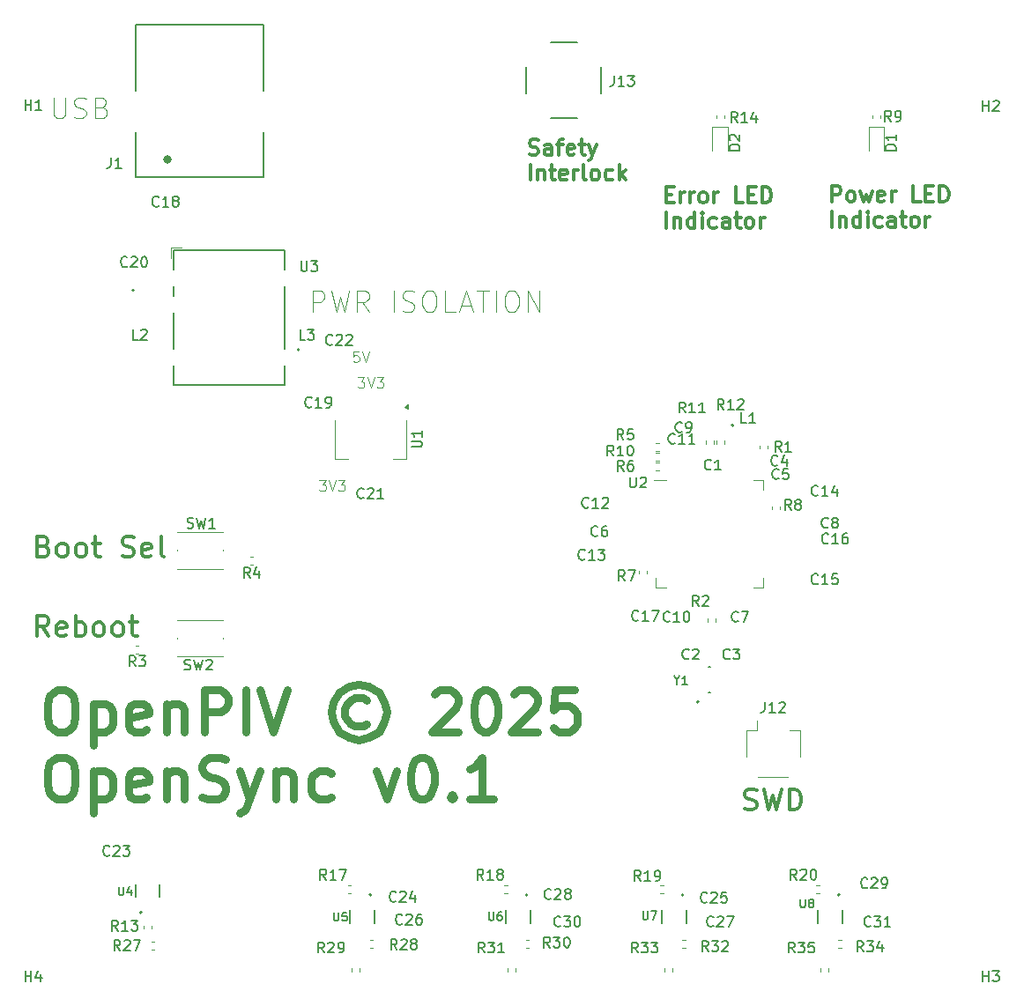
<source format=gbr>
%TF.GenerationSoftware,KiCad,Pcbnew,9.0.1*%
%TF.CreationDate,2025-12-29T16:32:10-06:00*%
%TF.ProjectId,opensync_prototype,6f70656e-7379-46e6-935f-70726f746f74,0.1*%
%TF.SameCoordinates,Original*%
%TF.FileFunction,Legend,Top*%
%TF.FilePolarity,Positive*%
%FSLAX46Y46*%
G04 Gerber Fmt 4.6, Leading zero omitted, Abs format (unit mm)*
G04 Created by KiCad (PCBNEW 9.0.1) date 2025-12-29 16:32:10*
%MOMM*%
%LPD*%
G01*
G04 APERTURE LIST*
%ADD10C,0.300000*%
%ADD11C,0.800000*%
%ADD12C,0.100000*%
%ADD13C,0.150000*%
%ADD14C,0.120000*%
%ADD15C,0.127000*%
%ADD16C,0.200000*%
%ADD17C,0.191421*%
%ADD18C,0.400000*%
G04 APERTURE END LIST*
D10*
X126854510Y-62000198D02*
X127354510Y-62000198D01*
X127568796Y-62785912D02*
X126854510Y-62785912D01*
X126854510Y-62785912D02*
X126854510Y-61285912D01*
X126854510Y-61285912D02*
X127568796Y-61285912D01*
X128211653Y-62785912D02*
X128211653Y-61785912D01*
X128211653Y-62071626D02*
X128283082Y-61928769D01*
X128283082Y-61928769D02*
X128354511Y-61857341D01*
X128354511Y-61857341D02*
X128497368Y-61785912D01*
X128497368Y-61785912D02*
X128640225Y-61785912D01*
X129140224Y-62785912D02*
X129140224Y-61785912D01*
X129140224Y-62071626D02*
X129211653Y-61928769D01*
X129211653Y-61928769D02*
X129283082Y-61857341D01*
X129283082Y-61857341D02*
X129425939Y-61785912D01*
X129425939Y-61785912D02*
X129568796Y-61785912D01*
X130283081Y-62785912D02*
X130140224Y-62714484D01*
X130140224Y-62714484D02*
X130068795Y-62643055D01*
X130068795Y-62643055D02*
X129997367Y-62500198D01*
X129997367Y-62500198D02*
X129997367Y-62071626D01*
X129997367Y-62071626D02*
X130068795Y-61928769D01*
X130068795Y-61928769D02*
X130140224Y-61857341D01*
X130140224Y-61857341D02*
X130283081Y-61785912D01*
X130283081Y-61785912D02*
X130497367Y-61785912D01*
X130497367Y-61785912D02*
X130640224Y-61857341D01*
X130640224Y-61857341D02*
X130711653Y-61928769D01*
X130711653Y-61928769D02*
X130783081Y-62071626D01*
X130783081Y-62071626D02*
X130783081Y-62500198D01*
X130783081Y-62500198D02*
X130711653Y-62643055D01*
X130711653Y-62643055D02*
X130640224Y-62714484D01*
X130640224Y-62714484D02*
X130497367Y-62785912D01*
X130497367Y-62785912D02*
X130283081Y-62785912D01*
X131425938Y-62785912D02*
X131425938Y-61785912D01*
X131425938Y-62071626D02*
X131497367Y-61928769D01*
X131497367Y-61928769D02*
X131568796Y-61857341D01*
X131568796Y-61857341D02*
X131711653Y-61785912D01*
X131711653Y-61785912D02*
X131854510Y-61785912D01*
X134211652Y-62785912D02*
X133497366Y-62785912D01*
X133497366Y-62785912D02*
X133497366Y-61285912D01*
X134711652Y-62000198D02*
X135211652Y-62000198D01*
X135425938Y-62785912D02*
X134711652Y-62785912D01*
X134711652Y-62785912D02*
X134711652Y-61285912D01*
X134711652Y-61285912D02*
X135425938Y-61285912D01*
X136068795Y-62785912D02*
X136068795Y-61285912D01*
X136068795Y-61285912D02*
X136425938Y-61285912D01*
X136425938Y-61285912D02*
X136640224Y-61357341D01*
X136640224Y-61357341D02*
X136783081Y-61500198D01*
X136783081Y-61500198D02*
X136854510Y-61643055D01*
X136854510Y-61643055D02*
X136925938Y-61928769D01*
X136925938Y-61928769D02*
X136925938Y-62143055D01*
X136925938Y-62143055D02*
X136854510Y-62428769D01*
X136854510Y-62428769D02*
X136783081Y-62571626D01*
X136783081Y-62571626D02*
X136640224Y-62714484D01*
X136640224Y-62714484D02*
X136425938Y-62785912D01*
X136425938Y-62785912D02*
X136068795Y-62785912D01*
X126854510Y-65200828D02*
X126854510Y-63700828D01*
X127568796Y-64200828D02*
X127568796Y-65200828D01*
X127568796Y-64343685D02*
X127640225Y-64272257D01*
X127640225Y-64272257D02*
X127783082Y-64200828D01*
X127783082Y-64200828D02*
X127997368Y-64200828D01*
X127997368Y-64200828D02*
X128140225Y-64272257D01*
X128140225Y-64272257D02*
X128211654Y-64415114D01*
X128211654Y-64415114D02*
X128211654Y-65200828D01*
X129568797Y-65200828D02*
X129568797Y-63700828D01*
X129568797Y-65129400D02*
X129425939Y-65200828D01*
X129425939Y-65200828D02*
X129140225Y-65200828D01*
X129140225Y-65200828D02*
X128997368Y-65129400D01*
X128997368Y-65129400D02*
X128925939Y-65057971D01*
X128925939Y-65057971D02*
X128854511Y-64915114D01*
X128854511Y-64915114D02*
X128854511Y-64486542D01*
X128854511Y-64486542D02*
X128925939Y-64343685D01*
X128925939Y-64343685D02*
X128997368Y-64272257D01*
X128997368Y-64272257D02*
X129140225Y-64200828D01*
X129140225Y-64200828D02*
X129425939Y-64200828D01*
X129425939Y-64200828D02*
X129568797Y-64272257D01*
X130283082Y-65200828D02*
X130283082Y-64200828D01*
X130283082Y-63700828D02*
X130211654Y-63772257D01*
X130211654Y-63772257D02*
X130283082Y-63843685D01*
X130283082Y-63843685D02*
X130354511Y-63772257D01*
X130354511Y-63772257D02*
X130283082Y-63700828D01*
X130283082Y-63700828D02*
X130283082Y-63843685D01*
X131640226Y-65129400D02*
X131497368Y-65200828D01*
X131497368Y-65200828D02*
X131211654Y-65200828D01*
X131211654Y-65200828D02*
X131068797Y-65129400D01*
X131068797Y-65129400D02*
X130997368Y-65057971D01*
X130997368Y-65057971D02*
X130925940Y-64915114D01*
X130925940Y-64915114D02*
X130925940Y-64486542D01*
X130925940Y-64486542D02*
X130997368Y-64343685D01*
X130997368Y-64343685D02*
X131068797Y-64272257D01*
X131068797Y-64272257D02*
X131211654Y-64200828D01*
X131211654Y-64200828D02*
X131497368Y-64200828D01*
X131497368Y-64200828D02*
X131640226Y-64272257D01*
X132925940Y-65200828D02*
X132925940Y-64415114D01*
X132925940Y-64415114D02*
X132854511Y-64272257D01*
X132854511Y-64272257D02*
X132711654Y-64200828D01*
X132711654Y-64200828D02*
X132425940Y-64200828D01*
X132425940Y-64200828D02*
X132283082Y-64272257D01*
X132925940Y-65129400D02*
X132783082Y-65200828D01*
X132783082Y-65200828D02*
X132425940Y-65200828D01*
X132425940Y-65200828D02*
X132283082Y-65129400D01*
X132283082Y-65129400D02*
X132211654Y-64986542D01*
X132211654Y-64986542D02*
X132211654Y-64843685D01*
X132211654Y-64843685D02*
X132283082Y-64700828D01*
X132283082Y-64700828D02*
X132425940Y-64629400D01*
X132425940Y-64629400D02*
X132783082Y-64629400D01*
X132783082Y-64629400D02*
X132925940Y-64557971D01*
X133425940Y-64200828D02*
X133997368Y-64200828D01*
X133640225Y-63700828D02*
X133640225Y-64986542D01*
X133640225Y-64986542D02*
X133711654Y-65129400D01*
X133711654Y-65129400D02*
X133854511Y-65200828D01*
X133854511Y-65200828D02*
X133997368Y-65200828D01*
X134711654Y-65200828D02*
X134568797Y-65129400D01*
X134568797Y-65129400D02*
X134497368Y-65057971D01*
X134497368Y-65057971D02*
X134425940Y-64915114D01*
X134425940Y-64915114D02*
X134425940Y-64486542D01*
X134425940Y-64486542D02*
X134497368Y-64343685D01*
X134497368Y-64343685D02*
X134568797Y-64272257D01*
X134568797Y-64272257D02*
X134711654Y-64200828D01*
X134711654Y-64200828D02*
X134925940Y-64200828D01*
X134925940Y-64200828D02*
X135068797Y-64272257D01*
X135068797Y-64272257D02*
X135140226Y-64343685D01*
X135140226Y-64343685D02*
X135211654Y-64486542D01*
X135211654Y-64486542D02*
X135211654Y-64915114D01*
X135211654Y-64915114D02*
X135140226Y-65057971D01*
X135140226Y-65057971D02*
X135068797Y-65129400D01*
X135068797Y-65129400D02*
X134925940Y-65200828D01*
X134925940Y-65200828D02*
X134711654Y-65200828D01*
X135854511Y-65200828D02*
X135854511Y-64200828D01*
X135854511Y-64486542D02*
X135925940Y-64343685D01*
X135925940Y-64343685D02*
X135997369Y-64272257D01*
X135997369Y-64272257D02*
X136140226Y-64200828D01*
X136140226Y-64200828D02*
X136283083Y-64200828D01*
D11*
X68340600Y-109629100D02*
X69102505Y-109629100D01*
X69102505Y-109629100D02*
X69483457Y-109819576D01*
X69483457Y-109819576D02*
X69864410Y-110200528D01*
X69864410Y-110200528D02*
X70054886Y-110962433D01*
X70054886Y-110962433D02*
X70054886Y-112295766D01*
X70054886Y-112295766D02*
X69864410Y-113057671D01*
X69864410Y-113057671D02*
X69483457Y-113438624D01*
X69483457Y-113438624D02*
X69102505Y-113629100D01*
X69102505Y-113629100D02*
X68340600Y-113629100D01*
X68340600Y-113629100D02*
X67959648Y-113438624D01*
X67959648Y-113438624D02*
X67578695Y-113057671D01*
X67578695Y-113057671D02*
X67388219Y-112295766D01*
X67388219Y-112295766D02*
X67388219Y-110962433D01*
X67388219Y-110962433D02*
X67578695Y-110200528D01*
X67578695Y-110200528D02*
X67959648Y-109819576D01*
X67959648Y-109819576D02*
X68340600Y-109629100D01*
X71769171Y-110962433D02*
X71769171Y-114962433D01*
X71769171Y-111152909D02*
X72150124Y-110962433D01*
X72150124Y-110962433D02*
X72912029Y-110962433D01*
X72912029Y-110962433D02*
X73292981Y-111152909D01*
X73292981Y-111152909D02*
X73483457Y-111343385D01*
X73483457Y-111343385D02*
X73673933Y-111724338D01*
X73673933Y-111724338D02*
X73673933Y-112867195D01*
X73673933Y-112867195D02*
X73483457Y-113248147D01*
X73483457Y-113248147D02*
X73292981Y-113438624D01*
X73292981Y-113438624D02*
X72912029Y-113629100D01*
X72912029Y-113629100D02*
X72150124Y-113629100D01*
X72150124Y-113629100D02*
X71769171Y-113438624D01*
X76912029Y-113438624D02*
X76531077Y-113629100D01*
X76531077Y-113629100D02*
X75769172Y-113629100D01*
X75769172Y-113629100D02*
X75388219Y-113438624D01*
X75388219Y-113438624D02*
X75197743Y-113057671D01*
X75197743Y-113057671D02*
X75197743Y-111533862D01*
X75197743Y-111533862D02*
X75388219Y-111152909D01*
X75388219Y-111152909D02*
X75769172Y-110962433D01*
X75769172Y-110962433D02*
X76531077Y-110962433D01*
X76531077Y-110962433D02*
X76912029Y-111152909D01*
X76912029Y-111152909D02*
X77102505Y-111533862D01*
X77102505Y-111533862D02*
X77102505Y-111914814D01*
X77102505Y-111914814D02*
X75197743Y-112295766D01*
X78816790Y-110962433D02*
X78816790Y-113629100D01*
X78816790Y-111343385D02*
X79007267Y-111152909D01*
X79007267Y-111152909D02*
X79388219Y-110962433D01*
X79388219Y-110962433D02*
X79959648Y-110962433D01*
X79959648Y-110962433D02*
X80340600Y-111152909D01*
X80340600Y-111152909D02*
X80531076Y-111533862D01*
X80531076Y-111533862D02*
X80531076Y-113629100D01*
X82435838Y-113629100D02*
X82435838Y-109629100D01*
X82435838Y-109629100D02*
X83959648Y-109629100D01*
X83959648Y-109629100D02*
X84340600Y-109819576D01*
X84340600Y-109819576D02*
X84531077Y-110010052D01*
X84531077Y-110010052D02*
X84721553Y-110391004D01*
X84721553Y-110391004D02*
X84721553Y-110962433D01*
X84721553Y-110962433D02*
X84531077Y-111343385D01*
X84531077Y-111343385D02*
X84340600Y-111533862D01*
X84340600Y-111533862D02*
X83959648Y-111724338D01*
X83959648Y-111724338D02*
X82435838Y-111724338D01*
X86435838Y-113629100D02*
X86435838Y-109629100D01*
X87769172Y-109629100D02*
X89102505Y-113629100D01*
X89102505Y-113629100D02*
X90435839Y-109629100D01*
X98054886Y-110581481D02*
X97673933Y-110391004D01*
X97673933Y-110391004D02*
X96912029Y-110391004D01*
X96912029Y-110391004D02*
X96531076Y-110581481D01*
X96531076Y-110581481D02*
X96150124Y-110962433D01*
X96150124Y-110962433D02*
X95959648Y-111343385D01*
X95959648Y-111343385D02*
X95959648Y-112105290D01*
X95959648Y-112105290D02*
X96150124Y-112486243D01*
X96150124Y-112486243D02*
X96531076Y-112867195D01*
X96531076Y-112867195D02*
X96912029Y-113057671D01*
X96912029Y-113057671D02*
X97673933Y-113057671D01*
X97673933Y-113057671D02*
X98054886Y-112867195D01*
X97292981Y-109057671D02*
X96340600Y-109248147D01*
X96340600Y-109248147D02*
X95388219Y-109819576D01*
X95388219Y-109819576D02*
X94816790Y-110771957D01*
X94816790Y-110771957D02*
X94626314Y-111724338D01*
X94626314Y-111724338D02*
X94816790Y-112676719D01*
X94816790Y-112676719D02*
X95388219Y-113629100D01*
X95388219Y-113629100D02*
X96340600Y-114200528D01*
X96340600Y-114200528D02*
X97292981Y-114391004D01*
X97292981Y-114391004D02*
X98245362Y-114200528D01*
X98245362Y-114200528D02*
X99197743Y-113629100D01*
X99197743Y-113629100D02*
X99769171Y-112676719D01*
X99769171Y-112676719D02*
X99959648Y-111724338D01*
X99959648Y-111724338D02*
X99769171Y-110771957D01*
X99769171Y-110771957D02*
X99197743Y-109819576D01*
X99197743Y-109819576D02*
X98245362Y-109248147D01*
X98245362Y-109248147D02*
X97292981Y-109057671D01*
X104531076Y-110010052D02*
X104721552Y-109819576D01*
X104721552Y-109819576D02*
X105102505Y-109629100D01*
X105102505Y-109629100D02*
X106054886Y-109629100D01*
X106054886Y-109629100D02*
X106435838Y-109819576D01*
X106435838Y-109819576D02*
X106626314Y-110010052D01*
X106626314Y-110010052D02*
X106816791Y-110391004D01*
X106816791Y-110391004D02*
X106816791Y-110771957D01*
X106816791Y-110771957D02*
X106626314Y-111343385D01*
X106626314Y-111343385D02*
X104340600Y-113629100D01*
X104340600Y-113629100D02*
X106816791Y-113629100D01*
X109292981Y-109629100D02*
X109673934Y-109629100D01*
X109673934Y-109629100D02*
X110054886Y-109819576D01*
X110054886Y-109819576D02*
X110245362Y-110010052D01*
X110245362Y-110010052D02*
X110435838Y-110391004D01*
X110435838Y-110391004D02*
X110626315Y-111152909D01*
X110626315Y-111152909D02*
X110626315Y-112105290D01*
X110626315Y-112105290D02*
X110435838Y-112867195D01*
X110435838Y-112867195D02*
X110245362Y-113248147D01*
X110245362Y-113248147D02*
X110054886Y-113438624D01*
X110054886Y-113438624D02*
X109673934Y-113629100D01*
X109673934Y-113629100D02*
X109292981Y-113629100D01*
X109292981Y-113629100D02*
X108912029Y-113438624D01*
X108912029Y-113438624D02*
X108721553Y-113248147D01*
X108721553Y-113248147D02*
X108531076Y-112867195D01*
X108531076Y-112867195D02*
X108340600Y-112105290D01*
X108340600Y-112105290D02*
X108340600Y-111152909D01*
X108340600Y-111152909D02*
X108531076Y-110391004D01*
X108531076Y-110391004D02*
X108721553Y-110010052D01*
X108721553Y-110010052D02*
X108912029Y-109819576D01*
X108912029Y-109819576D02*
X109292981Y-109629100D01*
X112150124Y-110010052D02*
X112340600Y-109819576D01*
X112340600Y-109819576D02*
X112721553Y-109629100D01*
X112721553Y-109629100D02*
X113673934Y-109629100D01*
X113673934Y-109629100D02*
X114054886Y-109819576D01*
X114054886Y-109819576D02*
X114245362Y-110010052D01*
X114245362Y-110010052D02*
X114435839Y-110391004D01*
X114435839Y-110391004D02*
X114435839Y-110771957D01*
X114435839Y-110771957D02*
X114245362Y-111343385D01*
X114245362Y-111343385D02*
X111959648Y-113629100D01*
X111959648Y-113629100D02*
X114435839Y-113629100D01*
X118054886Y-109629100D02*
X116150124Y-109629100D01*
X116150124Y-109629100D02*
X115959648Y-111533862D01*
X115959648Y-111533862D02*
X116150124Y-111343385D01*
X116150124Y-111343385D02*
X116531077Y-111152909D01*
X116531077Y-111152909D02*
X117483458Y-111152909D01*
X117483458Y-111152909D02*
X117864410Y-111343385D01*
X117864410Y-111343385D02*
X118054886Y-111533862D01*
X118054886Y-111533862D02*
X118245363Y-111914814D01*
X118245363Y-111914814D02*
X118245363Y-112867195D01*
X118245363Y-112867195D02*
X118054886Y-113248147D01*
X118054886Y-113248147D02*
X117864410Y-113438624D01*
X117864410Y-113438624D02*
X117483458Y-113629100D01*
X117483458Y-113629100D02*
X116531077Y-113629100D01*
X116531077Y-113629100D02*
X116150124Y-113438624D01*
X116150124Y-113438624D02*
X115959648Y-113248147D01*
X68340600Y-116068876D02*
X69102505Y-116068876D01*
X69102505Y-116068876D02*
X69483457Y-116259352D01*
X69483457Y-116259352D02*
X69864410Y-116640304D01*
X69864410Y-116640304D02*
X70054886Y-117402209D01*
X70054886Y-117402209D02*
X70054886Y-118735542D01*
X70054886Y-118735542D02*
X69864410Y-119497447D01*
X69864410Y-119497447D02*
X69483457Y-119878400D01*
X69483457Y-119878400D02*
X69102505Y-120068876D01*
X69102505Y-120068876D02*
X68340600Y-120068876D01*
X68340600Y-120068876D02*
X67959648Y-119878400D01*
X67959648Y-119878400D02*
X67578695Y-119497447D01*
X67578695Y-119497447D02*
X67388219Y-118735542D01*
X67388219Y-118735542D02*
X67388219Y-117402209D01*
X67388219Y-117402209D02*
X67578695Y-116640304D01*
X67578695Y-116640304D02*
X67959648Y-116259352D01*
X67959648Y-116259352D02*
X68340600Y-116068876D01*
X71769171Y-117402209D02*
X71769171Y-121402209D01*
X71769171Y-117592685D02*
X72150124Y-117402209D01*
X72150124Y-117402209D02*
X72912029Y-117402209D01*
X72912029Y-117402209D02*
X73292981Y-117592685D01*
X73292981Y-117592685D02*
X73483457Y-117783161D01*
X73483457Y-117783161D02*
X73673933Y-118164114D01*
X73673933Y-118164114D02*
X73673933Y-119306971D01*
X73673933Y-119306971D02*
X73483457Y-119687923D01*
X73483457Y-119687923D02*
X73292981Y-119878400D01*
X73292981Y-119878400D02*
X72912029Y-120068876D01*
X72912029Y-120068876D02*
X72150124Y-120068876D01*
X72150124Y-120068876D02*
X71769171Y-119878400D01*
X76912029Y-119878400D02*
X76531077Y-120068876D01*
X76531077Y-120068876D02*
X75769172Y-120068876D01*
X75769172Y-120068876D02*
X75388219Y-119878400D01*
X75388219Y-119878400D02*
X75197743Y-119497447D01*
X75197743Y-119497447D02*
X75197743Y-117973638D01*
X75197743Y-117973638D02*
X75388219Y-117592685D01*
X75388219Y-117592685D02*
X75769172Y-117402209D01*
X75769172Y-117402209D02*
X76531077Y-117402209D01*
X76531077Y-117402209D02*
X76912029Y-117592685D01*
X76912029Y-117592685D02*
X77102505Y-117973638D01*
X77102505Y-117973638D02*
X77102505Y-118354590D01*
X77102505Y-118354590D02*
X75197743Y-118735542D01*
X78816790Y-117402209D02*
X78816790Y-120068876D01*
X78816790Y-117783161D02*
X79007267Y-117592685D01*
X79007267Y-117592685D02*
X79388219Y-117402209D01*
X79388219Y-117402209D02*
X79959648Y-117402209D01*
X79959648Y-117402209D02*
X80340600Y-117592685D01*
X80340600Y-117592685D02*
X80531076Y-117973638D01*
X80531076Y-117973638D02*
X80531076Y-120068876D01*
X82245362Y-119878400D02*
X82816791Y-120068876D01*
X82816791Y-120068876D02*
X83769172Y-120068876D01*
X83769172Y-120068876D02*
X84150124Y-119878400D01*
X84150124Y-119878400D02*
X84340600Y-119687923D01*
X84340600Y-119687923D02*
X84531077Y-119306971D01*
X84531077Y-119306971D02*
X84531077Y-118926019D01*
X84531077Y-118926019D02*
X84340600Y-118545066D01*
X84340600Y-118545066D02*
X84150124Y-118354590D01*
X84150124Y-118354590D02*
X83769172Y-118164114D01*
X83769172Y-118164114D02*
X83007267Y-117973638D01*
X83007267Y-117973638D02*
X82626315Y-117783161D01*
X82626315Y-117783161D02*
X82435838Y-117592685D01*
X82435838Y-117592685D02*
X82245362Y-117211733D01*
X82245362Y-117211733D02*
X82245362Y-116830780D01*
X82245362Y-116830780D02*
X82435838Y-116449828D01*
X82435838Y-116449828D02*
X82626315Y-116259352D01*
X82626315Y-116259352D02*
X83007267Y-116068876D01*
X83007267Y-116068876D02*
X83959648Y-116068876D01*
X83959648Y-116068876D02*
X84531077Y-116259352D01*
X85864410Y-117402209D02*
X86816791Y-120068876D01*
X87769172Y-117402209D02*
X86816791Y-120068876D01*
X86816791Y-120068876D02*
X86435839Y-121021257D01*
X86435839Y-121021257D02*
X86245362Y-121211733D01*
X86245362Y-121211733D02*
X85864410Y-121402209D01*
X89292981Y-117402209D02*
X89292981Y-120068876D01*
X89292981Y-117783161D02*
X89483458Y-117592685D01*
X89483458Y-117592685D02*
X89864410Y-117402209D01*
X89864410Y-117402209D02*
X90435839Y-117402209D01*
X90435839Y-117402209D02*
X90816791Y-117592685D01*
X90816791Y-117592685D02*
X91007267Y-117973638D01*
X91007267Y-117973638D02*
X91007267Y-120068876D01*
X94626315Y-119878400D02*
X94245363Y-120068876D01*
X94245363Y-120068876D02*
X93483458Y-120068876D01*
X93483458Y-120068876D02*
X93102506Y-119878400D01*
X93102506Y-119878400D02*
X92912029Y-119687923D01*
X92912029Y-119687923D02*
X92721553Y-119306971D01*
X92721553Y-119306971D02*
X92721553Y-118164114D01*
X92721553Y-118164114D02*
X92912029Y-117783161D01*
X92912029Y-117783161D02*
X93102506Y-117592685D01*
X93102506Y-117592685D02*
X93483458Y-117402209D01*
X93483458Y-117402209D02*
X94245363Y-117402209D01*
X94245363Y-117402209D02*
X94626315Y-117592685D01*
X99007267Y-117402209D02*
X99959648Y-120068876D01*
X99959648Y-120068876D02*
X100912029Y-117402209D01*
X103197743Y-116068876D02*
X103578696Y-116068876D01*
X103578696Y-116068876D02*
X103959648Y-116259352D01*
X103959648Y-116259352D02*
X104150124Y-116449828D01*
X104150124Y-116449828D02*
X104340600Y-116830780D01*
X104340600Y-116830780D02*
X104531077Y-117592685D01*
X104531077Y-117592685D02*
X104531077Y-118545066D01*
X104531077Y-118545066D02*
X104340600Y-119306971D01*
X104340600Y-119306971D02*
X104150124Y-119687923D01*
X104150124Y-119687923D02*
X103959648Y-119878400D01*
X103959648Y-119878400D02*
X103578696Y-120068876D01*
X103578696Y-120068876D02*
X103197743Y-120068876D01*
X103197743Y-120068876D02*
X102816791Y-119878400D01*
X102816791Y-119878400D02*
X102626315Y-119687923D01*
X102626315Y-119687923D02*
X102435838Y-119306971D01*
X102435838Y-119306971D02*
X102245362Y-118545066D01*
X102245362Y-118545066D02*
X102245362Y-117592685D01*
X102245362Y-117592685D02*
X102435838Y-116830780D01*
X102435838Y-116830780D02*
X102626315Y-116449828D01*
X102626315Y-116449828D02*
X102816791Y-116259352D01*
X102816791Y-116259352D02*
X103197743Y-116068876D01*
X106245362Y-119687923D02*
X106435839Y-119878400D01*
X106435839Y-119878400D02*
X106245362Y-120068876D01*
X106245362Y-120068876D02*
X106054886Y-119878400D01*
X106054886Y-119878400D02*
X106245362Y-119687923D01*
X106245362Y-119687923D02*
X106245362Y-120068876D01*
X110245363Y-120068876D02*
X107959648Y-120068876D01*
X109102505Y-120068876D02*
X109102505Y-116068876D01*
X109102505Y-116068876D02*
X108721553Y-116640304D01*
X108721553Y-116640304D02*
X108340601Y-117021257D01*
X108340601Y-117021257D02*
X107959648Y-117211733D01*
D12*
X92841979Y-73250038D02*
X92841979Y-71250038D01*
X92841979Y-71250038D02*
X93603884Y-71250038D01*
X93603884Y-71250038D02*
X93794360Y-71345276D01*
X93794360Y-71345276D02*
X93889598Y-71440514D01*
X93889598Y-71440514D02*
X93984836Y-71630990D01*
X93984836Y-71630990D02*
X93984836Y-71916704D01*
X93984836Y-71916704D02*
X93889598Y-72107180D01*
X93889598Y-72107180D02*
X93794360Y-72202419D01*
X93794360Y-72202419D02*
X93603884Y-72297657D01*
X93603884Y-72297657D02*
X92841979Y-72297657D01*
X94651503Y-71250038D02*
X95127693Y-73250038D01*
X95127693Y-73250038D02*
X95508646Y-71821466D01*
X95508646Y-71821466D02*
X95889598Y-73250038D01*
X95889598Y-73250038D02*
X96365789Y-71250038D01*
X98270550Y-73250038D02*
X97603883Y-72297657D01*
X97127693Y-73250038D02*
X97127693Y-71250038D01*
X97127693Y-71250038D02*
X97889598Y-71250038D01*
X97889598Y-71250038D02*
X98080074Y-71345276D01*
X98080074Y-71345276D02*
X98175312Y-71440514D01*
X98175312Y-71440514D02*
X98270550Y-71630990D01*
X98270550Y-71630990D02*
X98270550Y-71916704D01*
X98270550Y-71916704D02*
X98175312Y-72107180D01*
X98175312Y-72107180D02*
X98080074Y-72202419D01*
X98080074Y-72202419D02*
X97889598Y-72297657D01*
X97889598Y-72297657D02*
X97127693Y-72297657D01*
X100651503Y-73250038D02*
X100651503Y-71250038D01*
X101508646Y-73154800D02*
X101794360Y-73250038D01*
X101794360Y-73250038D02*
X102270551Y-73250038D01*
X102270551Y-73250038D02*
X102461027Y-73154800D01*
X102461027Y-73154800D02*
X102556265Y-73059561D01*
X102556265Y-73059561D02*
X102651503Y-72869085D01*
X102651503Y-72869085D02*
X102651503Y-72678609D01*
X102651503Y-72678609D02*
X102556265Y-72488133D01*
X102556265Y-72488133D02*
X102461027Y-72392895D01*
X102461027Y-72392895D02*
X102270551Y-72297657D01*
X102270551Y-72297657D02*
X101889598Y-72202419D01*
X101889598Y-72202419D02*
X101699122Y-72107180D01*
X101699122Y-72107180D02*
X101603884Y-72011942D01*
X101603884Y-72011942D02*
X101508646Y-71821466D01*
X101508646Y-71821466D02*
X101508646Y-71630990D01*
X101508646Y-71630990D02*
X101603884Y-71440514D01*
X101603884Y-71440514D02*
X101699122Y-71345276D01*
X101699122Y-71345276D02*
X101889598Y-71250038D01*
X101889598Y-71250038D02*
X102365789Y-71250038D01*
X102365789Y-71250038D02*
X102651503Y-71345276D01*
X103889598Y-71250038D02*
X104270551Y-71250038D01*
X104270551Y-71250038D02*
X104461027Y-71345276D01*
X104461027Y-71345276D02*
X104651503Y-71535752D01*
X104651503Y-71535752D02*
X104746741Y-71916704D01*
X104746741Y-71916704D02*
X104746741Y-72583371D01*
X104746741Y-72583371D02*
X104651503Y-72964323D01*
X104651503Y-72964323D02*
X104461027Y-73154800D01*
X104461027Y-73154800D02*
X104270551Y-73250038D01*
X104270551Y-73250038D02*
X103889598Y-73250038D01*
X103889598Y-73250038D02*
X103699122Y-73154800D01*
X103699122Y-73154800D02*
X103508646Y-72964323D01*
X103508646Y-72964323D02*
X103413408Y-72583371D01*
X103413408Y-72583371D02*
X103413408Y-71916704D01*
X103413408Y-71916704D02*
X103508646Y-71535752D01*
X103508646Y-71535752D02*
X103699122Y-71345276D01*
X103699122Y-71345276D02*
X103889598Y-71250038D01*
X106556265Y-73250038D02*
X105603884Y-73250038D01*
X105603884Y-73250038D02*
X105603884Y-71250038D01*
X107127694Y-72678609D02*
X108080075Y-72678609D01*
X106937218Y-73250038D02*
X107603884Y-71250038D01*
X107603884Y-71250038D02*
X108270551Y-73250038D01*
X108651504Y-71250038D02*
X109794361Y-71250038D01*
X109222932Y-73250038D02*
X109222932Y-71250038D01*
X110461028Y-73250038D02*
X110461028Y-71250038D01*
X111794361Y-71250038D02*
X112175314Y-71250038D01*
X112175314Y-71250038D02*
X112365790Y-71345276D01*
X112365790Y-71345276D02*
X112556266Y-71535752D01*
X112556266Y-71535752D02*
X112651504Y-71916704D01*
X112651504Y-71916704D02*
X112651504Y-72583371D01*
X112651504Y-72583371D02*
X112556266Y-72964323D01*
X112556266Y-72964323D02*
X112365790Y-73154800D01*
X112365790Y-73154800D02*
X112175314Y-73250038D01*
X112175314Y-73250038D02*
X111794361Y-73250038D01*
X111794361Y-73250038D02*
X111603885Y-73154800D01*
X111603885Y-73154800D02*
X111413409Y-72964323D01*
X111413409Y-72964323D02*
X111318171Y-72583371D01*
X111318171Y-72583371D02*
X111318171Y-71916704D01*
X111318171Y-71916704D02*
X111413409Y-71535752D01*
X111413409Y-71535752D02*
X111603885Y-71345276D01*
X111603885Y-71345276D02*
X111794361Y-71250038D01*
X113508647Y-73250038D02*
X113508647Y-71250038D01*
X113508647Y-71250038D02*
X114651504Y-73250038D01*
X114651504Y-73250038D02*
X114651504Y-71250038D01*
X97208646Y-79572419D02*
X97827693Y-79572419D01*
X97827693Y-79572419D02*
X97494360Y-79953371D01*
X97494360Y-79953371D02*
X97637217Y-79953371D01*
X97637217Y-79953371D02*
X97732455Y-80000990D01*
X97732455Y-80000990D02*
X97780074Y-80048609D01*
X97780074Y-80048609D02*
X97827693Y-80143847D01*
X97827693Y-80143847D02*
X97827693Y-80381942D01*
X97827693Y-80381942D02*
X97780074Y-80477180D01*
X97780074Y-80477180D02*
X97732455Y-80524800D01*
X97732455Y-80524800D02*
X97637217Y-80572419D01*
X97637217Y-80572419D02*
X97351503Y-80572419D01*
X97351503Y-80572419D02*
X97256265Y-80524800D01*
X97256265Y-80524800D02*
X97208646Y-80477180D01*
X98113408Y-79572419D02*
X98446741Y-80572419D01*
X98446741Y-80572419D02*
X98780074Y-79572419D01*
X99018170Y-79572419D02*
X99637217Y-79572419D01*
X99637217Y-79572419D02*
X99303884Y-79953371D01*
X99303884Y-79953371D02*
X99446741Y-79953371D01*
X99446741Y-79953371D02*
X99541979Y-80000990D01*
X99541979Y-80000990D02*
X99589598Y-80048609D01*
X99589598Y-80048609D02*
X99637217Y-80143847D01*
X99637217Y-80143847D02*
X99637217Y-80381942D01*
X99637217Y-80381942D02*
X99589598Y-80477180D01*
X99589598Y-80477180D02*
X99541979Y-80524800D01*
X99541979Y-80524800D02*
X99446741Y-80572419D01*
X99446741Y-80572419D02*
X99161027Y-80572419D01*
X99161027Y-80572419D02*
X99065789Y-80524800D01*
X99065789Y-80524800D02*
X99018170Y-80477180D01*
D10*
X134378320Y-121044400D02*
X134664034Y-121139638D01*
X134664034Y-121139638D02*
X135140225Y-121139638D01*
X135140225Y-121139638D02*
X135330701Y-121044400D01*
X135330701Y-121044400D02*
X135425939Y-120949161D01*
X135425939Y-120949161D02*
X135521177Y-120758685D01*
X135521177Y-120758685D02*
X135521177Y-120568209D01*
X135521177Y-120568209D02*
X135425939Y-120377733D01*
X135425939Y-120377733D02*
X135330701Y-120282495D01*
X135330701Y-120282495D02*
X135140225Y-120187257D01*
X135140225Y-120187257D02*
X134759272Y-120092019D01*
X134759272Y-120092019D02*
X134568796Y-119996780D01*
X134568796Y-119996780D02*
X134473558Y-119901542D01*
X134473558Y-119901542D02*
X134378320Y-119711066D01*
X134378320Y-119711066D02*
X134378320Y-119520590D01*
X134378320Y-119520590D02*
X134473558Y-119330114D01*
X134473558Y-119330114D02*
X134568796Y-119234876D01*
X134568796Y-119234876D02*
X134759272Y-119139638D01*
X134759272Y-119139638D02*
X135235463Y-119139638D01*
X135235463Y-119139638D02*
X135521177Y-119234876D01*
X136187844Y-119139638D02*
X136664034Y-121139638D01*
X136664034Y-121139638D02*
X137044987Y-119711066D01*
X137044987Y-119711066D02*
X137425939Y-121139638D01*
X137425939Y-121139638D02*
X137902130Y-119139638D01*
X138664034Y-121139638D02*
X138664034Y-119139638D01*
X138664034Y-119139638D02*
X139140224Y-119139638D01*
X139140224Y-119139638D02*
X139425939Y-119234876D01*
X139425939Y-119234876D02*
X139616415Y-119425352D01*
X139616415Y-119425352D02*
X139711653Y-119615828D01*
X139711653Y-119615828D02*
X139806891Y-119996780D01*
X139806891Y-119996780D02*
X139806891Y-120282495D01*
X139806891Y-120282495D02*
X139711653Y-120663447D01*
X139711653Y-120663447D02*
X139616415Y-120853923D01*
X139616415Y-120853923D02*
X139425939Y-121044400D01*
X139425939Y-121044400D02*
X139140224Y-121139638D01*
X139140224Y-121139638D02*
X138664034Y-121139638D01*
D12*
X97280074Y-77072419D02*
X96803884Y-77072419D01*
X96803884Y-77072419D02*
X96756265Y-77548609D01*
X96756265Y-77548609D02*
X96803884Y-77500990D01*
X96803884Y-77500990D02*
X96899122Y-77453371D01*
X96899122Y-77453371D02*
X97137217Y-77453371D01*
X97137217Y-77453371D02*
X97232455Y-77500990D01*
X97232455Y-77500990D02*
X97280074Y-77548609D01*
X97280074Y-77548609D02*
X97327693Y-77643847D01*
X97327693Y-77643847D02*
X97327693Y-77881942D01*
X97327693Y-77881942D02*
X97280074Y-77977180D01*
X97280074Y-77977180D02*
X97232455Y-78024800D01*
X97232455Y-78024800D02*
X97137217Y-78072419D01*
X97137217Y-78072419D02*
X96899122Y-78072419D01*
X96899122Y-78072419D02*
X96803884Y-78024800D01*
X96803884Y-78024800D02*
X96756265Y-77977180D01*
X97613408Y-77072419D02*
X97946741Y-78072419D01*
X97946741Y-78072419D02*
X98280074Y-77072419D01*
D10*
X67040225Y-95792019D02*
X67325939Y-95887257D01*
X67325939Y-95887257D02*
X67421177Y-95982495D01*
X67421177Y-95982495D02*
X67516415Y-96172971D01*
X67516415Y-96172971D02*
X67516415Y-96458685D01*
X67516415Y-96458685D02*
X67421177Y-96649161D01*
X67421177Y-96649161D02*
X67325939Y-96744400D01*
X67325939Y-96744400D02*
X67135463Y-96839638D01*
X67135463Y-96839638D02*
X66373558Y-96839638D01*
X66373558Y-96839638D02*
X66373558Y-94839638D01*
X66373558Y-94839638D02*
X67040225Y-94839638D01*
X67040225Y-94839638D02*
X67230701Y-94934876D01*
X67230701Y-94934876D02*
X67325939Y-95030114D01*
X67325939Y-95030114D02*
X67421177Y-95220590D01*
X67421177Y-95220590D02*
X67421177Y-95411066D01*
X67421177Y-95411066D02*
X67325939Y-95601542D01*
X67325939Y-95601542D02*
X67230701Y-95696780D01*
X67230701Y-95696780D02*
X67040225Y-95792019D01*
X67040225Y-95792019D02*
X66373558Y-95792019D01*
X68659272Y-96839638D02*
X68468796Y-96744400D01*
X68468796Y-96744400D02*
X68373558Y-96649161D01*
X68373558Y-96649161D02*
X68278320Y-96458685D01*
X68278320Y-96458685D02*
X68278320Y-95887257D01*
X68278320Y-95887257D02*
X68373558Y-95696780D01*
X68373558Y-95696780D02*
X68468796Y-95601542D01*
X68468796Y-95601542D02*
X68659272Y-95506304D01*
X68659272Y-95506304D02*
X68944987Y-95506304D01*
X68944987Y-95506304D02*
X69135463Y-95601542D01*
X69135463Y-95601542D02*
X69230701Y-95696780D01*
X69230701Y-95696780D02*
X69325939Y-95887257D01*
X69325939Y-95887257D02*
X69325939Y-96458685D01*
X69325939Y-96458685D02*
X69230701Y-96649161D01*
X69230701Y-96649161D02*
X69135463Y-96744400D01*
X69135463Y-96744400D02*
X68944987Y-96839638D01*
X68944987Y-96839638D02*
X68659272Y-96839638D01*
X70468796Y-96839638D02*
X70278320Y-96744400D01*
X70278320Y-96744400D02*
X70183082Y-96649161D01*
X70183082Y-96649161D02*
X70087844Y-96458685D01*
X70087844Y-96458685D02*
X70087844Y-95887257D01*
X70087844Y-95887257D02*
X70183082Y-95696780D01*
X70183082Y-95696780D02*
X70278320Y-95601542D01*
X70278320Y-95601542D02*
X70468796Y-95506304D01*
X70468796Y-95506304D02*
X70754511Y-95506304D01*
X70754511Y-95506304D02*
X70944987Y-95601542D01*
X70944987Y-95601542D02*
X71040225Y-95696780D01*
X71040225Y-95696780D02*
X71135463Y-95887257D01*
X71135463Y-95887257D02*
X71135463Y-96458685D01*
X71135463Y-96458685D02*
X71040225Y-96649161D01*
X71040225Y-96649161D02*
X70944987Y-96744400D01*
X70944987Y-96744400D02*
X70754511Y-96839638D01*
X70754511Y-96839638D02*
X70468796Y-96839638D01*
X71706892Y-95506304D02*
X72468796Y-95506304D01*
X71992606Y-94839638D02*
X71992606Y-96553923D01*
X71992606Y-96553923D02*
X72087844Y-96744400D01*
X72087844Y-96744400D02*
X72278320Y-96839638D01*
X72278320Y-96839638D02*
X72468796Y-96839638D01*
X74564035Y-96744400D02*
X74849749Y-96839638D01*
X74849749Y-96839638D02*
X75325940Y-96839638D01*
X75325940Y-96839638D02*
X75516416Y-96744400D01*
X75516416Y-96744400D02*
X75611654Y-96649161D01*
X75611654Y-96649161D02*
X75706892Y-96458685D01*
X75706892Y-96458685D02*
X75706892Y-96268209D01*
X75706892Y-96268209D02*
X75611654Y-96077733D01*
X75611654Y-96077733D02*
X75516416Y-95982495D01*
X75516416Y-95982495D02*
X75325940Y-95887257D01*
X75325940Y-95887257D02*
X74944987Y-95792019D01*
X74944987Y-95792019D02*
X74754511Y-95696780D01*
X74754511Y-95696780D02*
X74659273Y-95601542D01*
X74659273Y-95601542D02*
X74564035Y-95411066D01*
X74564035Y-95411066D02*
X74564035Y-95220590D01*
X74564035Y-95220590D02*
X74659273Y-95030114D01*
X74659273Y-95030114D02*
X74754511Y-94934876D01*
X74754511Y-94934876D02*
X74944987Y-94839638D01*
X74944987Y-94839638D02*
X75421178Y-94839638D01*
X75421178Y-94839638D02*
X75706892Y-94934876D01*
X77325940Y-96744400D02*
X77135464Y-96839638D01*
X77135464Y-96839638D02*
X76754511Y-96839638D01*
X76754511Y-96839638D02*
X76564035Y-96744400D01*
X76564035Y-96744400D02*
X76468797Y-96553923D01*
X76468797Y-96553923D02*
X76468797Y-95792019D01*
X76468797Y-95792019D02*
X76564035Y-95601542D01*
X76564035Y-95601542D02*
X76754511Y-95506304D01*
X76754511Y-95506304D02*
X77135464Y-95506304D01*
X77135464Y-95506304D02*
X77325940Y-95601542D01*
X77325940Y-95601542D02*
X77421178Y-95792019D01*
X77421178Y-95792019D02*
X77421178Y-95982495D01*
X77421178Y-95982495D02*
X76468797Y-96172971D01*
X78564035Y-96839638D02*
X78373559Y-96744400D01*
X78373559Y-96744400D02*
X78278321Y-96553923D01*
X78278321Y-96553923D02*
X78278321Y-94839638D01*
X142754510Y-62685912D02*
X142754510Y-61185912D01*
X142754510Y-61185912D02*
X143325939Y-61185912D01*
X143325939Y-61185912D02*
X143468796Y-61257341D01*
X143468796Y-61257341D02*
X143540225Y-61328769D01*
X143540225Y-61328769D02*
X143611653Y-61471626D01*
X143611653Y-61471626D02*
X143611653Y-61685912D01*
X143611653Y-61685912D02*
X143540225Y-61828769D01*
X143540225Y-61828769D02*
X143468796Y-61900198D01*
X143468796Y-61900198D02*
X143325939Y-61971626D01*
X143325939Y-61971626D02*
X142754510Y-61971626D01*
X144468796Y-62685912D02*
X144325939Y-62614484D01*
X144325939Y-62614484D02*
X144254510Y-62543055D01*
X144254510Y-62543055D02*
X144183082Y-62400198D01*
X144183082Y-62400198D02*
X144183082Y-61971626D01*
X144183082Y-61971626D02*
X144254510Y-61828769D01*
X144254510Y-61828769D02*
X144325939Y-61757341D01*
X144325939Y-61757341D02*
X144468796Y-61685912D01*
X144468796Y-61685912D02*
X144683082Y-61685912D01*
X144683082Y-61685912D02*
X144825939Y-61757341D01*
X144825939Y-61757341D02*
X144897368Y-61828769D01*
X144897368Y-61828769D02*
X144968796Y-61971626D01*
X144968796Y-61971626D02*
X144968796Y-62400198D01*
X144968796Y-62400198D02*
X144897368Y-62543055D01*
X144897368Y-62543055D02*
X144825939Y-62614484D01*
X144825939Y-62614484D02*
X144683082Y-62685912D01*
X144683082Y-62685912D02*
X144468796Y-62685912D01*
X145468796Y-61685912D02*
X145754511Y-62685912D01*
X145754511Y-62685912D02*
X146040225Y-61971626D01*
X146040225Y-61971626D02*
X146325939Y-62685912D01*
X146325939Y-62685912D02*
X146611653Y-61685912D01*
X147754511Y-62614484D02*
X147611654Y-62685912D01*
X147611654Y-62685912D02*
X147325940Y-62685912D01*
X147325940Y-62685912D02*
X147183082Y-62614484D01*
X147183082Y-62614484D02*
X147111654Y-62471626D01*
X147111654Y-62471626D02*
X147111654Y-61900198D01*
X147111654Y-61900198D02*
X147183082Y-61757341D01*
X147183082Y-61757341D02*
X147325940Y-61685912D01*
X147325940Y-61685912D02*
X147611654Y-61685912D01*
X147611654Y-61685912D02*
X147754511Y-61757341D01*
X147754511Y-61757341D02*
X147825940Y-61900198D01*
X147825940Y-61900198D02*
X147825940Y-62043055D01*
X147825940Y-62043055D02*
X147111654Y-62185912D01*
X148468796Y-62685912D02*
X148468796Y-61685912D01*
X148468796Y-61971626D02*
X148540225Y-61828769D01*
X148540225Y-61828769D02*
X148611654Y-61757341D01*
X148611654Y-61757341D02*
X148754511Y-61685912D01*
X148754511Y-61685912D02*
X148897368Y-61685912D01*
X151254510Y-62685912D02*
X150540224Y-62685912D01*
X150540224Y-62685912D02*
X150540224Y-61185912D01*
X151754510Y-61900198D02*
X152254510Y-61900198D01*
X152468796Y-62685912D02*
X151754510Y-62685912D01*
X151754510Y-62685912D02*
X151754510Y-61185912D01*
X151754510Y-61185912D02*
X152468796Y-61185912D01*
X153111653Y-62685912D02*
X153111653Y-61185912D01*
X153111653Y-61185912D02*
X153468796Y-61185912D01*
X153468796Y-61185912D02*
X153683082Y-61257341D01*
X153683082Y-61257341D02*
X153825939Y-61400198D01*
X153825939Y-61400198D02*
X153897368Y-61543055D01*
X153897368Y-61543055D02*
X153968796Y-61828769D01*
X153968796Y-61828769D02*
X153968796Y-62043055D01*
X153968796Y-62043055D02*
X153897368Y-62328769D01*
X153897368Y-62328769D02*
X153825939Y-62471626D01*
X153825939Y-62471626D02*
X153683082Y-62614484D01*
X153683082Y-62614484D02*
X153468796Y-62685912D01*
X153468796Y-62685912D02*
X153111653Y-62685912D01*
X142754510Y-65100828D02*
X142754510Y-63600828D01*
X143468796Y-64100828D02*
X143468796Y-65100828D01*
X143468796Y-64243685D02*
X143540225Y-64172257D01*
X143540225Y-64172257D02*
X143683082Y-64100828D01*
X143683082Y-64100828D02*
X143897368Y-64100828D01*
X143897368Y-64100828D02*
X144040225Y-64172257D01*
X144040225Y-64172257D02*
X144111654Y-64315114D01*
X144111654Y-64315114D02*
X144111654Y-65100828D01*
X145468797Y-65100828D02*
X145468797Y-63600828D01*
X145468797Y-65029400D02*
X145325939Y-65100828D01*
X145325939Y-65100828D02*
X145040225Y-65100828D01*
X145040225Y-65100828D02*
X144897368Y-65029400D01*
X144897368Y-65029400D02*
X144825939Y-64957971D01*
X144825939Y-64957971D02*
X144754511Y-64815114D01*
X144754511Y-64815114D02*
X144754511Y-64386542D01*
X144754511Y-64386542D02*
X144825939Y-64243685D01*
X144825939Y-64243685D02*
X144897368Y-64172257D01*
X144897368Y-64172257D02*
X145040225Y-64100828D01*
X145040225Y-64100828D02*
X145325939Y-64100828D01*
X145325939Y-64100828D02*
X145468797Y-64172257D01*
X146183082Y-65100828D02*
X146183082Y-64100828D01*
X146183082Y-63600828D02*
X146111654Y-63672257D01*
X146111654Y-63672257D02*
X146183082Y-63743685D01*
X146183082Y-63743685D02*
X146254511Y-63672257D01*
X146254511Y-63672257D02*
X146183082Y-63600828D01*
X146183082Y-63600828D02*
X146183082Y-63743685D01*
X147540226Y-65029400D02*
X147397368Y-65100828D01*
X147397368Y-65100828D02*
X147111654Y-65100828D01*
X147111654Y-65100828D02*
X146968797Y-65029400D01*
X146968797Y-65029400D02*
X146897368Y-64957971D01*
X146897368Y-64957971D02*
X146825940Y-64815114D01*
X146825940Y-64815114D02*
X146825940Y-64386542D01*
X146825940Y-64386542D02*
X146897368Y-64243685D01*
X146897368Y-64243685D02*
X146968797Y-64172257D01*
X146968797Y-64172257D02*
X147111654Y-64100828D01*
X147111654Y-64100828D02*
X147397368Y-64100828D01*
X147397368Y-64100828D02*
X147540226Y-64172257D01*
X148825940Y-65100828D02*
X148825940Y-64315114D01*
X148825940Y-64315114D02*
X148754511Y-64172257D01*
X148754511Y-64172257D02*
X148611654Y-64100828D01*
X148611654Y-64100828D02*
X148325940Y-64100828D01*
X148325940Y-64100828D02*
X148183082Y-64172257D01*
X148825940Y-65029400D02*
X148683082Y-65100828D01*
X148683082Y-65100828D02*
X148325940Y-65100828D01*
X148325940Y-65100828D02*
X148183082Y-65029400D01*
X148183082Y-65029400D02*
X148111654Y-64886542D01*
X148111654Y-64886542D02*
X148111654Y-64743685D01*
X148111654Y-64743685D02*
X148183082Y-64600828D01*
X148183082Y-64600828D02*
X148325940Y-64529400D01*
X148325940Y-64529400D02*
X148683082Y-64529400D01*
X148683082Y-64529400D02*
X148825940Y-64457971D01*
X149325940Y-64100828D02*
X149897368Y-64100828D01*
X149540225Y-63600828D02*
X149540225Y-64886542D01*
X149540225Y-64886542D02*
X149611654Y-65029400D01*
X149611654Y-65029400D02*
X149754511Y-65100828D01*
X149754511Y-65100828D02*
X149897368Y-65100828D01*
X150611654Y-65100828D02*
X150468797Y-65029400D01*
X150468797Y-65029400D02*
X150397368Y-64957971D01*
X150397368Y-64957971D02*
X150325940Y-64815114D01*
X150325940Y-64815114D02*
X150325940Y-64386542D01*
X150325940Y-64386542D02*
X150397368Y-64243685D01*
X150397368Y-64243685D02*
X150468797Y-64172257D01*
X150468797Y-64172257D02*
X150611654Y-64100828D01*
X150611654Y-64100828D02*
X150825940Y-64100828D01*
X150825940Y-64100828D02*
X150968797Y-64172257D01*
X150968797Y-64172257D02*
X151040226Y-64243685D01*
X151040226Y-64243685D02*
X151111654Y-64386542D01*
X151111654Y-64386542D02*
X151111654Y-64815114D01*
X151111654Y-64815114D02*
X151040226Y-64957971D01*
X151040226Y-64957971D02*
X150968797Y-65029400D01*
X150968797Y-65029400D02*
X150825940Y-65100828D01*
X150825940Y-65100828D02*
X150611654Y-65100828D01*
X151754511Y-65100828D02*
X151754511Y-64100828D01*
X151754511Y-64386542D02*
X151825940Y-64243685D01*
X151825940Y-64243685D02*
X151897369Y-64172257D01*
X151897369Y-64172257D02*
X152040226Y-64100828D01*
X152040226Y-64100828D02*
X152183083Y-64100828D01*
D12*
X93508646Y-89472419D02*
X94127693Y-89472419D01*
X94127693Y-89472419D02*
X93794360Y-89853371D01*
X93794360Y-89853371D02*
X93937217Y-89853371D01*
X93937217Y-89853371D02*
X94032455Y-89900990D01*
X94032455Y-89900990D02*
X94080074Y-89948609D01*
X94080074Y-89948609D02*
X94127693Y-90043847D01*
X94127693Y-90043847D02*
X94127693Y-90281942D01*
X94127693Y-90281942D02*
X94080074Y-90377180D01*
X94080074Y-90377180D02*
X94032455Y-90424800D01*
X94032455Y-90424800D02*
X93937217Y-90472419D01*
X93937217Y-90472419D02*
X93651503Y-90472419D01*
X93651503Y-90472419D02*
X93556265Y-90424800D01*
X93556265Y-90424800D02*
X93508646Y-90377180D01*
X94413408Y-89472419D02*
X94746741Y-90472419D01*
X94746741Y-90472419D02*
X95080074Y-89472419D01*
X95318170Y-89472419D02*
X95937217Y-89472419D01*
X95937217Y-89472419D02*
X95603884Y-89853371D01*
X95603884Y-89853371D02*
X95746741Y-89853371D01*
X95746741Y-89853371D02*
X95841979Y-89900990D01*
X95841979Y-89900990D02*
X95889598Y-89948609D01*
X95889598Y-89948609D02*
X95937217Y-90043847D01*
X95937217Y-90043847D02*
X95937217Y-90281942D01*
X95937217Y-90281942D02*
X95889598Y-90377180D01*
X95889598Y-90377180D02*
X95841979Y-90424800D01*
X95841979Y-90424800D02*
X95746741Y-90472419D01*
X95746741Y-90472419D02*
X95461027Y-90472419D01*
X95461027Y-90472419D02*
X95365789Y-90424800D01*
X95365789Y-90424800D02*
X95318170Y-90377180D01*
D10*
X67516415Y-104439638D02*
X66849748Y-103487257D01*
X66373558Y-104439638D02*
X66373558Y-102439638D01*
X66373558Y-102439638D02*
X67135463Y-102439638D01*
X67135463Y-102439638D02*
X67325939Y-102534876D01*
X67325939Y-102534876D02*
X67421177Y-102630114D01*
X67421177Y-102630114D02*
X67516415Y-102820590D01*
X67516415Y-102820590D02*
X67516415Y-103106304D01*
X67516415Y-103106304D02*
X67421177Y-103296780D01*
X67421177Y-103296780D02*
X67325939Y-103392019D01*
X67325939Y-103392019D02*
X67135463Y-103487257D01*
X67135463Y-103487257D02*
X66373558Y-103487257D01*
X69135463Y-104344400D02*
X68944987Y-104439638D01*
X68944987Y-104439638D02*
X68564034Y-104439638D01*
X68564034Y-104439638D02*
X68373558Y-104344400D01*
X68373558Y-104344400D02*
X68278320Y-104153923D01*
X68278320Y-104153923D02*
X68278320Y-103392019D01*
X68278320Y-103392019D02*
X68373558Y-103201542D01*
X68373558Y-103201542D02*
X68564034Y-103106304D01*
X68564034Y-103106304D02*
X68944987Y-103106304D01*
X68944987Y-103106304D02*
X69135463Y-103201542D01*
X69135463Y-103201542D02*
X69230701Y-103392019D01*
X69230701Y-103392019D02*
X69230701Y-103582495D01*
X69230701Y-103582495D02*
X68278320Y-103772971D01*
X70087844Y-104439638D02*
X70087844Y-102439638D01*
X70087844Y-103201542D02*
X70278320Y-103106304D01*
X70278320Y-103106304D02*
X70659273Y-103106304D01*
X70659273Y-103106304D02*
X70849749Y-103201542D01*
X70849749Y-103201542D02*
X70944987Y-103296780D01*
X70944987Y-103296780D02*
X71040225Y-103487257D01*
X71040225Y-103487257D02*
X71040225Y-104058685D01*
X71040225Y-104058685D02*
X70944987Y-104249161D01*
X70944987Y-104249161D02*
X70849749Y-104344400D01*
X70849749Y-104344400D02*
X70659273Y-104439638D01*
X70659273Y-104439638D02*
X70278320Y-104439638D01*
X70278320Y-104439638D02*
X70087844Y-104344400D01*
X72183082Y-104439638D02*
X71992606Y-104344400D01*
X71992606Y-104344400D02*
X71897368Y-104249161D01*
X71897368Y-104249161D02*
X71802130Y-104058685D01*
X71802130Y-104058685D02*
X71802130Y-103487257D01*
X71802130Y-103487257D02*
X71897368Y-103296780D01*
X71897368Y-103296780D02*
X71992606Y-103201542D01*
X71992606Y-103201542D02*
X72183082Y-103106304D01*
X72183082Y-103106304D02*
X72468797Y-103106304D01*
X72468797Y-103106304D02*
X72659273Y-103201542D01*
X72659273Y-103201542D02*
X72754511Y-103296780D01*
X72754511Y-103296780D02*
X72849749Y-103487257D01*
X72849749Y-103487257D02*
X72849749Y-104058685D01*
X72849749Y-104058685D02*
X72754511Y-104249161D01*
X72754511Y-104249161D02*
X72659273Y-104344400D01*
X72659273Y-104344400D02*
X72468797Y-104439638D01*
X72468797Y-104439638D02*
X72183082Y-104439638D01*
X73992606Y-104439638D02*
X73802130Y-104344400D01*
X73802130Y-104344400D02*
X73706892Y-104249161D01*
X73706892Y-104249161D02*
X73611654Y-104058685D01*
X73611654Y-104058685D02*
X73611654Y-103487257D01*
X73611654Y-103487257D02*
X73706892Y-103296780D01*
X73706892Y-103296780D02*
X73802130Y-103201542D01*
X73802130Y-103201542D02*
X73992606Y-103106304D01*
X73992606Y-103106304D02*
X74278321Y-103106304D01*
X74278321Y-103106304D02*
X74468797Y-103201542D01*
X74468797Y-103201542D02*
X74564035Y-103296780D01*
X74564035Y-103296780D02*
X74659273Y-103487257D01*
X74659273Y-103487257D02*
X74659273Y-104058685D01*
X74659273Y-104058685D02*
X74564035Y-104249161D01*
X74564035Y-104249161D02*
X74468797Y-104344400D01*
X74468797Y-104344400D02*
X74278321Y-104439638D01*
X74278321Y-104439638D02*
X73992606Y-104439638D01*
X75230702Y-103106304D02*
X75992606Y-103106304D01*
X75516416Y-102439638D02*
X75516416Y-104153923D01*
X75516416Y-104153923D02*
X75611654Y-104344400D01*
X75611654Y-104344400D02*
X75802130Y-104439638D01*
X75802130Y-104439638D02*
X75992606Y-104439638D01*
X113683082Y-58114484D02*
X113897368Y-58185912D01*
X113897368Y-58185912D02*
X114254510Y-58185912D01*
X114254510Y-58185912D02*
X114397368Y-58114484D01*
X114397368Y-58114484D02*
X114468796Y-58043055D01*
X114468796Y-58043055D02*
X114540225Y-57900198D01*
X114540225Y-57900198D02*
X114540225Y-57757341D01*
X114540225Y-57757341D02*
X114468796Y-57614484D01*
X114468796Y-57614484D02*
X114397368Y-57543055D01*
X114397368Y-57543055D02*
X114254510Y-57471626D01*
X114254510Y-57471626D02*
X113968796Y-57400198D01*
X113968796Y-57400198D02*
X113825939Y-57328769D01*
X113825939Y-57328769D02*
X113754510Y-57257341D01*
X113754510Y-57257341D02*
X113683082Y-57114484D01*
X113683082Y-57114484D02*
X113683082Y-56971626D01*
X113683082Y-56971626D02*
X113754510Y-56828769D01*
X113754510Y-56828769D02*
X113825939Y-56757341D01*
X113825939Y-56757341D02*
X113968796Y-56685912D01*
X113968796Y-56685912D02*
X114325939Y-56685912D01*
X114325939Y-56685912D02*
X114540225Y-56757341D01*
X115825939Y-58185912D02*
X115825939Y-57400198D01*
X115825939Y-57400198D02*
X115754510Y-57257341D01*
X115754510Y-57257341D02*
X115611653Y-57185912D01*
X115611653Y-57185912D02*
X115325939Y-57185912D01*
X115325939Y-57185912D02*
X115183081Y-57257341D01*
X115825939Y-58114484D02*
X115683081Y-58185912D01*
X115683081Y-58185912D02*
X115325939Y-58185912D01*
X115325939Y-58185912D02*
X115183081Y-58114484D01*
X115183081Y-58114484D02*
X115111653Y-57971626D01*
X115111653Y-57971626D02*
X115111653Y-57828769D01*
X115111653Y-57828769D02*
X115183081Y-57685912D01*
X115183081Y-57685912D02*
X115325939Y-57614484D01*
X115325939Y-57614484D02*
X115683081Y-57614484D01*
X115683081Y-57614484D02*
X115825939Y-57543055D01*
X116325939Y-57185912D02*
X116897367Y-57185912D01*
X116540224Y-58185912D02*
X116540224Y-56900198D01*
X116540224Y-56900198D02*
X116611653Y-56757341D01*
X116611653Y-56757341D02*
X116754510Y-56685912D01*
X116754510Y-56685912D02*
X116897367Y-56685912D01*
X117968796Y-58114484D02*
X117825939Y-58185912D01*
X117825939Y-58185912D02*
X117540225Y-58185912D01*
X117540225Y-58185912D02*
X117397367Y-58114484D01*
X117397367Y-58114484D02*
X117325939Y-57971626D01*
X117325939Y-57971626D02*
X117325939Y-57400198D01*
X117325939Y-57400198D02*
X117397367Y-57257341D01*
X117397367Y-57257341D02*
X117540225Y-57185912D01*
X117540225Y-57185912D02*
X117825939Y-57185912D01*
X117825939Y-57185912D02*
X117968796Y-57257341D01*
X117968796Y-57257341D02*
X118040225Y-57400198D01*
X118040225Y-57400198D02*
X118040225Y-57543055D01*
X118040225Y-57543055D02*
X117325939Y-57685912D01*
X118468796Y-57185912D02*
X119040224Y-57185912D01*
X118683081Y-56685912D02*
X118683081Y-57971626D01*
X118683081Y-57971626D02*
X118754510Y-58114484D01*
X118754510Y-58114484D02*
X118897367Y-58185912D01*
X118897367Y-58185912D02*
X119040224Y-58185912D01*
X119397367Y-57185912D02*
X119754510Y-58185912D01*
X120111653Y-57185912D02*
X119754510Y-58185912D01*
X119754510Y-58185912D02*
X119611653Y-58543055D01*
X119611653Y-58543055D02*
X119540224Y-58614484D01*
X119540224Y-58614484D02*
X119397367Y-58685912D01*
X113754510Y-60600828D02*
X113754510Y-59100828D01*
X114468796Y-59600828D02*
X114468796Y-60600828D01*
X114468796Y-59743685D02*
X114540225Y-59672257D01*
X114540225Y-59672257D02*
X114683082Y-59600828D01*
X114683082Y-59600828D02*
X114897368Y-59600828D01*
X114897368Y-59600828D02*
X115040225Y-59672257D01*
X115040225Y-59672257D02*
X115111654Y-59815114D01*
X115111654Y-59815114D02*
X115111654Y-60600828D01*
X115611654Y-59600828D02*
X116183082Y-59600828D01*
X115825939Y-59100828D02*
X115825939Y-60386542D01*
X115825939Y-60386542D02*
X115897368Y-60529400D01*
X115897368Y-60529400D02*
X116040225Y-60600828D01*
X116040225Y-60600828D02*
X116183082Y-60600828D01*
X117254511Y-60529400D02*
X117111654Y-60600828D01*
X117111654Y-60600828D02*
X116825940Y-60600828D01*
X116825940Y-60600828D02*
X116683082Y-60529400D01*
X116683082Y-60529400D02*
X116611654Y-60386542D01*
X116611654Y-60386542D02*
X116611654Y-59815114D01*
X116611654Y-59815114D02*
X116683082Y-59672257D01*
X116683082Y-59672257D02*
X116825940Y-59600828D01*
X116825940Y-59600828D02*
X117111654Y-59600828D01*
X117111654Y-59600828D02*
X117254511Y-59672257D01*
X117254511Y-59672257D02*
X117325940Y-59815114D01*
X117325940Y-59815114D02*
X117325940Y-59957971D01*
X117325940Y-59957971D02*
X116611654Y-60100828D01*
X117968796Y-60600828D02*
X117968796Y-59600828D01*
X117968796Y-59886542D02*
X118040225Y-59743685D01*
X118040225Y-59743685D02*
X118111654Y-59672257D01*
X118111654Y-59672257D02*
X118254511Y-59600828D01*
X118254511Y-59600828D02*
X118397368Y-59600828D01*
X119111653Y-60600828D02*
X118968796Y-60529400D01*
X118968796Y-60529400D02*
X118897367Y-60386542D01*
X118897367Y-60386542D02*
X118897367Y-59100828D01*
X119897367Y-60600828D02*
X119754510Y-60529400D01*
X119754510Y-60529400D02*
X119683081Y-60457971D01*
X119683081Y-60457971D02*
X119611653Y-60315114D01*
X119611653Y-60315114D02*
X119611653Y-59886542D01*
X119611653Y-59886542D02*
X119683081Y-59743685D01*
X119683081Y-59743685D02*
X119754510Y-59672257D01*
X119754510Y-59672257D02*
X119897367Y-59600828D01*
X119897367Y-59600828D02*
X120111653Y-59600828D01*
X120111653Y-59600828D02*
X120254510Y-59672257D01*
X120254510Y-59672257D02*
X120325939Y-59743685D01*
X120325939Y-59743685D02*
X120397367Y-59886542D01*
X120397367Y-59886542D02*
X120397367Y-60315114D01*
X120397367Y-60315114D02*
X120325939Y-60457971D01*
X120325939Y-60457971D02*
X120254510Y-60529400D01*
X120254510Y-60529400D02*
X120111653Y-60600828D01*
X120111653Y-60600828D02*
X119897367Y-60600828D01*
X121683082Y-60529400D02*
X121540224Y-60600828D01*
X121540224Y-60600828D02*
X121254510Y-60600828D01*
X121254510Y-60600828D02*
X121111653Y-60529400D01*
X121111653Y-60529400D02*
X121040224Y-60457971D01*
X121040224Y-60457971D02*
X120968796Y-60315114D01*
X120968796Y-60315114D02*
X120968796Y-59886542D01*
X120968796Y-59886542D02*
X121040224Y-59743685D01*
X121040224Y-59743685D02*
X121111653Y-59672257D01*
X121111653Y-59672257D02*
X121254510Y-59600828D01*
X121254510Y-59600828D02*
X121540224Y-59600828D01*
X121540224Y-59600828D02*
X121683082Y-59672257D01*
X122325938Y-60600828D02*
X122325938Y-59100828D01*
X122468796Y-60029400D02*
X122897367Y-60600828D01*
X122897367Y-59600828D02*
X122325938Y-60172257D01*
D12*
X67941979Y-52650038D02*
X67941979Y-54269085D01*
X67941979Y-54269085D02*
X68037217Y-54459561D01*
X68037217Y-54459561D02*
X68132455Y-54554800D01*
X68132455Y-54554800D02*
X68322931Y-54650038D01*
X68322931Y-54650038D02*
X68703884Y-54650038D01*
X68703884Y-54650038D02*
X68894360Y-54554800D01*
X68894360Y-54554800D02*
X68989598Y-54459561D01*
X68989598Y-54459561D02*
X69084836Y-54269085D01*
X69084836Y-54269085D02*
X69084836Y-52650038D01*
X69941979Y-54554800D02*
X70227693Y-54650038D01*
X70227693Y-54650038D02*
X70703884Y-54650038D01*
X70703884Y-54650038D02*
X70894360Y-54554800D01*
X70894360Y-54554800D02*
X70989598Y-54459561D01*
X70989598Y-54459561D02*
X71084836Y-54269085D01*
X71084836Y-54269085D02*
X71084836Y-54078609D01*
X71084836Y-54078609D02*
X70989598Y-53888133D01*
X70989598Y-53888133D02*
X70894360Y-53792895D01*
X70894360Y-53792895D02*
X70703884Y-53697657D01*
X70703884Y-53697657D02*
X70322931Y-53602419D01*
X70322931Y-53602419D02*
X70132455Y-53507180D01*
X70132455Y-53507180D02*
X70037217Y-53411942D01*
X70037217Y-53411942D02*
X69941979Y-53221466D01*
X69941979Y-53221466D02*
X69941979Y-53030990D01*
X69941979Y-53030990D02*
X70037217Y-52840514D01*
X70037217Y-52840514D02*
X70132455Y-52745276D01*
X70132455Y-52745276D02*
X70322931Y-52650038D01*
X70322931Y-52650038D02*
X70799122Y-52650038D01*
X70799122Y-52650038D02*
X71084836Y-52745276D01*
X72608646Y-53602419D02*
X72894360Y-53697657D01*
X72894360Y-53697657D02*
X72989598Y-53792895D01*
X72989598Y-53792895D02*
X73084836Y-53983371D01*
X73084836Y-53983371D02*
X73084836Y-54269085D01*
X73084836Y-54269085D02*
X72989598Y-54459561D01*
X72989598Y-54459561D02*
X72894360Y-54554800D01*
X72894360Y-54554800D02*
X72703884Y-54650038D01*
X72703884Y-54650038D02*
X71941979Y-54650038D01*
X71941979Y-54650038D02*
X71941979Y-52650038D01*
X71941979Y-52650038D02*
X72608646Y-52650038D01*
X72608646Y-52650038D02*
X72799122Y-52745276D01*
X72799122Y-52745276D02*
X72894360Y-52840514D01*
X72894360Y-52840514D02*
X72989598Y-53030990D01*
X72989598Y-53030990D02*
X72989598Y-53221466D01*
X72989598Y-53221466D02*
X72894360Y-53411942D01*
X72894360Y-53411942D02*
X72799122Y-53507180D01*
X72799122Y-53507180D02*
X72608646Y-53602419D01*
X72608646Y-53602419D02*
X71941979Y-53602419D01*
D13*
X148884819Y-57738094D02*
X147884819Y-57738094D01*
X147884819Y-57738094D02*
X147884819Y-57499999D01*
X147884819Y-57499999D02*
X147932438Y-57357142D01*
X147932438Y-57357142D02*
X148027676Y-57261904D01*
X148027676Y-57261904D02*
X148122914Y-57214285D01*
X148122914Y-57214285D02*
X148313390Y-57166666D01*
X148313390Y-57166666D02*
X148456247Y-57166666D01*
X148456247Y-57166666D02*
X148646723Y-57214285D01*
X148646723Y-57214285D02*
X148741961Y-57261904D01*
X148741961Y-57261904D02*
X148837200Y-57357142D01*
X148837200Y-57357142D02*
X148884819Y-57499999D01*
X148884819Y-57499999D02*
X148884819Y-57738094D01*
X148884819Y-56214285D02*
X148884819Y-56785713D01*
X148884819Y-56499999D02*
X147884819Y-56499999D01*
X147884819Y-56499999D02*
X148027676Y-56595237D01*
X148027676Y-56595237D02*
X148122914Y-56690475D01*
X148122914Y-56690475D02*
X148170533Y-56785713D01*
X130857142Y-134724819D02*
X130523809Y-134248628D01*
X130285714Y-134724819D02*
X130285714Y-133724819D01*
X130285714Y-133724819D02*
X130666666Y-133724819D01*
X130666666Y-133724819D02*
X130761904Y-133772438D01*
X130761904Y-133772438D02*
X130809523Y-133820057D01*
X130809523Y-133820057D02*
X130857142Y-133915295D01*
X130857142Y-133915295D02*
X130857142Y-134058152D01*
X130857142Y-134058152D02*
X130809523Y-134153390D01*
X130809523Y-134153390D02*
X130761904Y-134201009D01*
X130761904Y-134201009D02*
X130666666Y-134248628D01*
X130666666Y-134248628D02*
X130285714Y-134248628D01*
X131190476Y-133724819D02*
X131809523Y-133724819D01*
X131809523Y-133724819D02*
X131476190Y-134105771D01*
X131476190Y-134105771D02*
X131619047Y-134105771D01*
X131619047Y-134105771D02*
X131714285Y-134153390D01*
X131714285Y-134153390D02*
X131761904Y-134201009D01*
X131761904Y-134201009D02*
X131809523Y-134296247D01*
X131809523Y-134296247D02*
X131809523Y-134534342D01*
X131809523Y-134534342D02*
X131761904Y-134629580D01*
X131761904Y-134629580D02*
X131714285Y-134677200D01*
X131714285Y-134677200D02*
X131619047Y-134724819D01*
X131619047Y-134724819D02*
X131333333Y-134724819D01*
X131333333Y-134724819D02*
X131238095Y-134677200D01*
X131238095Y-134677200D02*
X131190476Y-134629580D01*
X132190476Y-133820057D02*
X132238095Y-133772438D01*
X132238095Y-133772438D02*
X132333333Y-133724819D01*
X132333333Y-133724819D02*
X132571428Y-133724819D01*
X132571428Y-133724819D02*
X132666666Y-133772438D01*
X132666666Y-133772438D02*
X132714285Y-133820057D01*
X132714285Y-133820057D02*
X132761904Y-133915295D01*
X132761904Y-133915295D02*
X132761904Y-134010533D01*
X132761904Y-134010533D02*
X132714285Y-134153390D01*
X132714285Y-134153390D02*
X132142857Y-134724819D01*
X132142857Y-134724819D02*
X132761904Y-134724819D01*
X94157142Y-127854819D02*
X93823809Y-127378628D01*
X93585714Y-127854819D02*
X93585714Y-126854819D01*
X93585714Y-126854819D02*
X93966666Y-126854819D01*
X93966666Y-126854819D02*
X94061904Y-126902438D01*
X94061904Y-126902438D02*
X94109523Y-126950057D01*
X94109523Y-126950057D02*
X94157142Y-127045295D01*
X94157142Y-127045295D02*
X94157142Y-127188152D01*
X94157142Y-127188152D02*
X94109523Y-127283390D01*
X94109523Y-127283390D02*
X94061904Y-127331009D01*
X94061904Y-127331009D02*
X93966666Y-127378628D01*
X93966666Y-127378628D02*
X93585714Y-127378628D01*
X95109523Y-127854819D02*
X94538095Y-127854819D01*
X94823809Y-127854819D02*
X94823809Y-126854819D01*
X94823809Y-126854819D02*
X94728571Y-126997676D01*
X94728571Y-126997676D02*
X94633333Y-127092914D01*
X94633333Y-127092914D02*
X94538095Y-127140533D01*
X95442857Y-126854819D02*
X96109523Y-126854819D01*
X96109523Y-126854819D02*
X95680952Y-127854819D01*
X73357142Y-125459580D02*
X73309523Y-125507200D01*
X73309523Y-125507200D02*
X73166666Y-125554819D01*
X73166666Y-125554819D02*
X73071428Y-125554819D01*
X73071428Y-125554819D02*
X72928571Y-125507200D01*
X72928571Y-125507200D02*
X72833333Y-125411961D01*
X72833333Y-125411961D02*
X72785714Y-125316723D01*
X72785714Y-125316723D02*
X72738095Y-125126247D01*
X72738095Y-125126247D02*
X72738095Y-124983390D01*
X72738095Y-124983390D02*
X72785714Y-124792914D01*
X72785714Y-124792914D02*
X72833333Y-124697676D01*
X72833333Y-124697676D02*
X72928571Y-124602438D01*
X72928571Y-124602438D02*
X73071428Y-124554819D01*
X73071428Y-124554819D02*
X73166666Y-124554819D01*
X73166666Y-124554819D02*
X73309523Y-124602438D01*
X73309523Y-124602438D02*
X73357142Y-124650057D01*
X73738095Y-124650057D02*
X73785714Y-124602438D01*
X73785714Y-124602438D02*
X73880952Y-124554819D01*
X73880952Y-124554819D02*
X74119047Y-124554819D01*
X74119047Y-124554819D02*
X74214285Y-124602438D01*
X74214285Y-124602438D02*
X74261904Y-124650057D01*
X74261904Y-124650057D02*
X74309523Y-124745295D01*
X74309523Y-124745295D02*
X74309523Y-124840533D01*
X74309523Y-124840533D02*
X74261904Y-124983390D01*
X74261904Y-124983390D02*
X73690476Y-125554819D01*
X73690476Y-125554819D02*
X74309523Y-125554819D01*
X74642857Y-124554819D02*
X75261904Y-124554819D01*
X75261904Y-124554819D02*
X74928571Y-124935771D01*
X74928571Y-124935771D02*
X75071428Y-124935771D01*
X75071428Y-124935771D02*
X75166666Y-124983390D01*
X75166666Y-124983390D02*
X75214285Y-125031009D01*
X75214285Y-125031009D02*
X75261904Y-125126247D01*
X75261904Y-125126247D02*
X75261904Y-125364342D01*
X75261904Y-125364342D02*
X75214285Y-125459580D01*
X75214285Y-125459580D02*
X75166666Y-125507200D01*
X75166666Y-125507200D02*
X75071428Y-125554819D01*
X75071428Y-125554819D02*
X74785714Y-125554819D01*
X74785714Y-125554819D02*
X74690476Y-125507200D01*
X74690476Y-125507200D02*
X74642857Y-125459580D01*
X94757142Y-76359580D02*
X94709523Y-76407200D01*
X94709523Y-76407200D02*
X94566666Y-76454819D01*
X94566666Y-76454819D02*
X94471428Y-76454819D01*
X94471428Y-76454819D02*
X94328571Y-76407200D01*
X94328571Y-76407200D02*
X94233333Y-76311961D01*
X94233333Y-76311961D02*
X94185714Y-76216723D01*
X94185714Y-76216723D02*
X94138095Y-76026247D01*
X94138095Y-76026247D02*
X94138095Y-75883390D01*
X94138095Y-75883390D02*
X94185714Y-75692914D01*
X94185714Y-75692914D02*
X94233333Y-75597676D01*
X94233333Y-75597676D02*
X94328571Y-75502438D01*
X94328571Y-75502438D02*
X94471428Y-75454819D01*
X94471428Y-75454819D02*
X94566666Y-75454819D01*
X94566666Y-75454819D02*
X94709523Y-75502438D01*
X94709523Y-75502438D02*
X94757142Y-75550057D01*
X95138095Y-75550057D02*
X95185714Y-75502438D01*
X95185714Y-75502438D02*
X95280952Y-75454819D01*
X95280952Y-75454819D02*
X95519047Y-75454819D01*
X95519047Y-75454819D02*
X95614285Y-75502438D01*
X95614285Y-75502438D02*
X95661904Y-75550057D01*
X95661904Y-75550057D02*
X95709523Y-75645295D01*
X95709523Y-75645295D02*
X95709523Y-75740533D01*
X95709523Y-75740533D02*
X95661904Y-75883390D01*
X95661904Y-75883390D02*
X95090476Y-76454819D01*
X95090476Y-76454819D02*
X95709523Y-76454819D01*
X96090476Y-75550057D02*
X96138095Y-75502438D01*
X96138095Y-75502438D02*
X96233333Y-75454819D01*
X96233333Y-75454819D02*
X96471428Y-75454819D01*
X96471428Y-75454819D02*
X96566666Y-75502438D01*
X96566666Y-75502438D02*
X96614285Y-75550057D01*
X96614285Y-75550057D02*
X96661904Y-75645295D01*
X96661904Y-75645295D02*
X96661904Y-75740533D01*
X96661904Y-75740533D02*
X96614285Y-75883390D01*
X96614285Y-75883390D02*
X96042857Y-76454819D01*
X96042857Y-76454819D02*
X96661904Y-76454819D01*
X115657142Y-134354819D02*
X115323809Y-133878628D01*
X115085714Y-134354819D02*
X115085714Y-133354819D01*
X115085714Y-133354819D02*
X115466666Y-133354819D01*
X115466666Y-133354819D02*
X115561904Y-133402438D01*
X115561904Y-133402438D02*
X115609523Y-133450057D01*
X115609523Y-133450057D02*
X115657142Y-133545295D01*
X115657142Y-133545295D02*
X115657142Y-133688152D01*
X115657142Y-133688152D02*
X115609523Y-133783390D01*
X115609523Y-133783390D02*
X115561904Y-133831009D01*
X115561904Y-133831009D02*
X115466666Y-133878628D01*
X115466666Y-133878628D02*
X115085714Y-133878628D01*
X115990476Y-133354819D02*
X116609523Y-133354819D01*
X116609523Y-133354819D02*
X116276190Y-133735771D01*
X116276190Y-133735771D02*
X116419047Y-133735771D01*
X116419047Y-133735771D02*
X116514285Y-133783390D01*
X116514285Y-133783390D02*
X116561904Y-133831009D01*
X116561904Y-133831009D02*
X116609523Y-133926247D01*
X116609523Y-133926247D02*
X116609523Y-134164342D01*
X116609523Y-134164342D02*
X116561904Y-134259580D01*
X116561904Y-134259580D02*
X116514285Y-134307200D01*
X116514285Y-134307200D02*
X116419047Y-134354819D01*
X116419047Y-134354819D02*
X116133333Y-134354819D01*
X116133333Y-134354819D02*
X116038095Y-134307200D01*
X116038095Y-134307200D02*
X115990476Y-134259580D01*
X117228571Y-133354819D02*
X117323809Y-133354819D01*
X117323809Y-133354819D02*
X117419047Y-133402438D01*
X117419047Y-133402438D02*
X117466666Y-133450057D01*
X117466666Y-133450057D02*
X117514285Y-133545295D01*
X117514285Y-133545295D02*
X117561904Y-133735771D01*
X117561904Y-133735771D02*
X117561904Y-133973866D01*
X117561904Y-133973866D02*
X117514285Y-134164342D01*
X117514285Y-134164342D02*
X117466666Y-134259580D01*
X117466666Y-134259580D02*
X117419047Y-134307200D01*
X117419047Y-134307200D02*
X117323809Y-134354819D01*
X117323809Y-134354819D02*
X117228571Y-134354819D01*
X117228571Y-134354819D02*
X117133333Y-134307200D01*
X117133333Y-134307200D02*
X117085714Y-134259580D01*
X117085714Y-134259580D02*
X117038095Y-134164342D01*
X117038095Y-134164342D02*
X116990476Y-133973866D01*
X116990476Y-133973866D02*
X116990476Y-133735771D01*
X116990476Y-133735771D02*
X117038095Y-133545295D01*
X117038095Y-133545295D02*
X117085714Y-133450057D01*
X117085714Y-133450057D02*
X117133333Y-133402438D01*
X117133333Y-133402438D02*
X117228571Y-133354819D01*
X137633333Y-89259580D02*
X137585714Y-89307200D01*
X137585714Y-89307200D02*
X137442857Y-89354819D01*
X137442857Y-89354819D02*
X137347619Y-89354819D01*
X137347619Y-89354819D02*
X137204762Y-89307200D01*
X137204762Y-89307200D02*
X137109524Y-89211961D01*
X137109524Y-89211961D02*
X137061905Y-89116723D01*
X137061905Y-89116723D02*
X137014286Y-88926247D01*
X137014286Y-88926247D02*
X137014286Y-88783390D01*
X137014286Y-88783390D02*
X137061905Y-88592914D01*
X137061905Y-88592914D02*
X137109524Y-88497676D01*
X137109524Y-88497676D02*
X137204762Y-88402438D01*
X137204762Y-88402438D02*
X137347619Y-88354819D01*
X137347619Y-88354819D02*
X137442857Y-88354819D01*
X137442857Y-88354819D02*
X137585714Y-88402438D01*
X137585714Y-88402438D02*
X137633333Y-88450057D01*
X138538095Y-88354819D02*
X138061905Y-88354819D01*
X138061905Y-88354819D02*
X138014286Y-88831009D01*
X138014286Y-88831009D02*
X138061905Y-88783390D01*
X138061905Y-88783390D02*
X138157143Y-88735771D01*
X138157143Y-88735771D02*
X138395238Y-88735771D01*
X138395238Y-88735771D02*
X138490476Y-88783390D01*
X138490476Y-88783390D02*
X138538095Y-88831009D01*
X138538095Y-88831009D02*
X138585714Y-88926247D01*
X138585714Y-88926247D02*
X138585714Y-89164342D01*
X138585714Y-89164342D02*
X138538095Y-89259580D01*
X138538095Y-89259580D02*
X138490476Y-89307200D01*
X138490476Y-89307200D02*
X138395238Y-89354819D01*
X138395238Y-89354819D02*
X138157143Y-89354819D01*
X138157143Y-89354819D02*
X138061905Y-89307200D01*
X138061905Y-89307200D02*
X138014286Y-89259580D01*
X109257142Y-127854819D02*
X108923809Y-127378628D01*
X108685714Y-127854819D02*
X108685714Y-126854819D01*
X108685714Y-126854819D02*
X109066666Y-126854819D01*
X109066666Y-126854819D02*
X109161904Y-126902438D01*
X109161904Y-126902438D02*
X109209523Y-126950057D01*
X109209523Y-126950057D02*
X109257142Y-127045295D01*
X109257142Y-127045295D02*
X109257142Y-127188152D01*
X109257142Y-127188152D02*
X109209523Y-127283390D01*
X109209523Y-127283390D02*
X109161904Y-127331009D01*
X109161904Y-127331009D02*
X109066666Y-127378628D01*
X109066666Y-127378628D02*
X108685714Y-127378628D01*
X110209523Y-127854819D02*
X109638095Y-127854819D01*
X109923809Y-127854819D02*
X109923809Y-126854819D01*
X109923809Y-126854819D02*
X109828571Y-126997676D01*
X109828571Y-126997676D02*
X109733333Y-127092914D01*
X109733333Y-127092914D02*
X109638095Y-127140533D01*
X110780952Y-127283390D02*
X110685714Y-127235771D01*
X110685714Y-127235771D02*
X110638095Y-127188152D01*
X110638095Y-127188152D02*
X110590476Y-127092914D01*
X110590476Y-127092914D02*
X110590476Y-127045295D01*
X110590476Y-127045295D02*
X110638095Y-126950057D01*
X110638095Y-126950057D02*
X110685714Y-126902438D01*
X110685714Y-126902438D02*
X110780952Y-126854819D01*
X110780952Y-126854819D02*
X110971428Y-126854819D01*
X110971428Y-126854819D02*
X111066666Y-126902438D01*
X111066666Y-126902438D02*
X111114285Y-126950057D01*
X111114285Y-126950057D02*
X111161904Y-127045295D01*
X111161904Y-127045295D02*
X111161904Y-127092914D01*
X111161904Y-127092914D02*
X111114285Y-127188152D01*
X111114285Y-127188152D02*
X111066666Y-127235771D01*
X111066666Y-127235771D02*
X110971428Y-127283390D01*
X110971428Y-127283390D02*
X110780952Y-127283390D01*
X110780952Y-127283390D02*
X110685714Y-127331009D01*
X110685714Y-127331009D02*
X110638095Y-127378628D01*
X110638095Y-127378628D02*
X110590476Y-127473866D01*
X110590476Y-127473866D02*
X110590476Y-127664342D01*
X110590476Y-127664342D02*
X110638095Y-127759580D01*
X110638095Y-127759580D02*
X110685714Y-127807200D01*
X110685714Y-127807200D02*
X110780952Y-127854819D01*
X110780952Y-127854819D02*
X110971428Y-127854819D01*
X110971428Y-127854819D02*
X111066666Y-127807200D01*
X111066666Y-127807200D02*
X111114285Y-127759580D01*
X111114285Y-127759580D02*
X111161904Y-127664342D01*
X111161904Y-127664342D02*
X111161904Y-127473866D01*
X111161904Y-127473866D02*
X111114285Y-127378628D01*
X111114285Y-127378628D02*
X111066666Y-127331009D01*
X111066666Y-127331009D02*
X110971428Y-127283390D01*
X133657142Y-55054819D02*
X133323809Y-54578628D01*
X133085714Y-55054819D02*
X133085714Y-54054819D01*
X133085714Y-54054819D02*
X133466666Y-54054819D01*
X133466666Y-54054819D02*
X133561904Y-54102438D01*
X133561904Y-54102438D02*
X133609523Y-54150057D01*
X133609523Y-54150057D02*
X133657142Y-54245295D01*
X133657142Y-54245295D02*
X133657142Y-54388152D01*
X133657142Y-54388152D02*
X133609523Y-54483390D01*
X133609523Y-54483390D02*
X133561904Y-54531009D01*
X133561904Y-54531009D02*
X133466666Y-54578628D01*
X133466666Y-54578628D02*
X133085714Y-54578628D01*
X134609523Y-55054819D02*
X134038095Y-55054819D01*
X134323809Y-55054819D02*
X134323809Y-54054819D01*
X134323809Y-54054819D02*
X134228571Y-54197676D01*
X134228571Y-54197676D02*
X134133333Y-54292914D01*
X134133333Y-54292914D02*
X134038095Y-54340533D01*
X135466666Y-54388152D02*
X135466666Y-55054819D01*
X135228571Y-54007200D02*
X134990476Y-54721485D01*
X134990476Y-54721485D02*
X135609523Y-54721485D01*
X137533333Y-87959580D02*
X137485714Y-88007200D01*
X137485714Y-88007200D02*
X137342857Y-88054819D01*
X137342857Y-88054819D02*
X137247619Y-88054819D01*
X137247619Y-88054819D02*
X137104762Y-88007200D01*
X137104762Y-88007200D02*
X137009524Y-87911961D01*
X137009524Y-87911961D02*
X136961905Y-87816723D01*
X136961905Y-87816723D02*
X136914286Y-87626247D01*
X136914286Y-87626247D02*
X136914286Y-87483390D01*
X136914286Y-87483390D02*
X136961905Y-87292914D01*
X136961905Y-87292914D02*
X137009524Y-87197676D01*
X137009524Y-87197676D02*
X137104762Y-87102438D01*
X137104762Y-87102438D02*
X137247619Y-87054819D01*
X137247619Y-87054819D02*
X137342857Y-87054819D01*
X137342857Y-87054819D02*
X137485714Y-87102438D01*
X137485714Y-87102438D02*
X137533333Y-87150057D01*
X138390476Y-87388152D02*
X138390476Y-88054819D01*
X138152381Y-87007200D02*
X137914286Y-87721485D01*
X137914286Y-87721485D02*
X138533333Y-87721485D01*
X136290476Y-110774819D02*
X136290476Y-111489104D01*
X136290476Y-111489104D02*
X136242857Y-111631961D01*
X136242857Y-111631961D02*
X136147619Y-111727200D01*
X136147619Y-111727200D02*
X136004762Y-111774819D01*
X136004762Y-111774819D02*
X135909524Y-111774819D01*
X137290476Y-111774819D02*
X136719048Y-111774819D01*
X137004762Y-111774819D02*
X137004762Y-110774819D01*
X137004762Y-110774819D02*
X136909524Y-110917676D01*
X136909524Y-110917676D02*
X136814286Y-111012914D01*
X136814286Y-111012914D02*
X136719048Y-111060533D01*
X137671429Y-110870057D02*
X137719048Y-110822438D01*
X137719048Y-110822438D02*
X137814286Y-110774819D01*
X137814286Y-110774819D02*
X138052381Y-110774819D01*
X138052381Y-110774819D02*
X138147619Y-110822438D01*
X138147619Y-110822438D02*
X138195238Y-110870057D01*
X138195238Y-110870057D02*
X138242857Y-110965295D01*
X138242857Y-110965295D02*
X138242857Y-111060533D01*
X138242857Y-111060533D02*
X138195238Y-111203390D01*
X138195238Y-111203390D02*
X137623810Y-111774819D01*
X137623810Y-111774819D02*
X138242857Y-111774819D01*
X132938333Y-106559580D02*
X132890714Y-106607200D01*
X132890714Y-106607200D02*
X132747857Y-106654819D01*
X132747857Y-106654819D02*
X132652619Y-106654819D01*
X132652619Y-106654819D02*
X132509762Y-106607200D01*
X132509762Y-106607200D02*
X132414524Y-106511961D01*
X132414524Y-106511961D02*
X132366905Y-106416723D01*
X132366905Y-106416723D02*
X132319286Y-106226247D01*
X132319286Y-106226247D02*
X132319286Y-106083390D01*
X132319286Y-106083390D02*
X132366905Y-105892914D01*
X132366905Y-105892914D02*
X132414524Y-105797676D01*
X132414524Y-105797676D02*
X132509762Y-105702438D01*
X132509762Y-105702438D02*
X132652619Y-105654819D01*
X132652619Y-105654819D02*
X132747857Y-105654819D01*
X132747857Y-105654819D02*
X132890714Y-105702438D01*
X132890714Y-105702438D02*
X132938333Y-105750057D01*
X133271667Y-105654819D02*
X133890714Y-105654819D01*
X133890714Y-105654819D02*
X133557381Y-106035771D01*
X133557381Y-106035771D02*
X133700238Y-106035771D01*
X133700238Y-106035771D02*
X133795476Y-106083390D01*
X133795476Y-106083390D02*
X133843095Y-106131009D01*
X133843095Y-106131009D02*
X133890714Y-106226247D01*
X133890714Y-106226247D02*
X133890714Y-106464342D01*
X133890714Y-106464342D02*
X133843095Y-106559580D01*
X133843095Y-106559580D02*
X133795476Y-106607200D01*
X133795476Y-106607200D02*
X133700238Y-106654819D01*
X133700238Y-106654819D02*
X133414524Y-106654819D01*
X133414524Y-106654819D02*
X133319286Y-106607200D01*
X133319286Y-106607200D02*
X133271667Y-106559580D01*
X109790476Y-130962295D02*
X109790476Y-131609914D01*
X109790476Y-131609914D02*
X109828571Y-131686104D01*
X109828571Y-131686104D02*
X109866666Y-131724200D01*
X109866666Y-131724200D02*
X109942857Y-131762295D01*
X109942857Y-131762295D02*
X110095238Y-131762295D01*
X110095238Y-131762295D02*
X110171428Y-131724200D01*
X110171428Y-131724200D02*
X110209523Y-131686104D01*
X110209523Y-131686104D02*
X110247619Y-131609914D01*
X110247619Y-131609914D02*
X110247619Y-130962295D01*
X110971428Y-130962295D02*
X110819047Y-130962295D01*
X110819047Y-130962295D02*
X110742856Y-131000390D01*
X110742856Y-131000390D02*
X110704761Y-131038485D01*
X110704761Y-131038485D02*
X110628571Y-131152771D01*
X110628571Y-131152771D02*
X110590475Y-131305152D01*
X110590475Y-131305152D02*
X110590475Y-131609914D01*
X110590475Y-131609914D02*
X110628571Y-131686104D01*
X110628571Y-131686104D02*
X110666666Y-131724200D01*
X110666666Y-131724200D02*
X110742856Y-131762295D01*
X110742856Y-131762295D02*
X110895237Y-131762295D01*
X110895237Y-131762295D02*
X110971428Y-131724200D01*
X110971428Y-131724200D02*
X111009523Y-131686104D01*
X111009523Y-131686104D02*
X111047618Y-131609914D01*
X111047618Y-131609914D02*
X111047618Y-131419438D01*
X111047618Y-131419438D02*
X111009523Y-131343247D01*
X111009523Y-131343247D02*
X110971428Y-131305152D01*
X110971428Y-131305152D02*
X110895237Y-131267057D01*
X110895237Y-131267057D02*
X110742856Y-131267057D01*
X110742856Y-131267057D02*
X110666666Y-131305152D01*
X110666666Y-131305152D02*
X110628571Y-131343247D01*
X110628571Y-131343247D02*
X110590475Y-131419438D01*
X78072142Y-63059580D02*
X78024523Y-63107200D01*
X78024523Y-63107200D02*
X77881666Y-63154819D01*
X77881666Y-63154819D02*
X77786428Y-63154819D01*
X77786428Y-63154819D02*
X77643571Y-63107200D01*
X77643571Y-63107200D02*
X77548333Y-63011961D01*
X77548333Y-63011961D02*
X77500714Y-62916723D01*
X77500714Y-62916723D02*
X77453095Y-62726247D01*
X77453095Y-62726247D02*
X77453095Y-62583390D01*
X77453095Y-62583390D02*
X77500714Y-62392914D01*
X77500714Y-62392914D02*
X77548333Y-62297676D01*
X77548333Y-62297676D02*
X77643571Y-62202438D01*
X77643571Y-62202438D02*
X77786428Y-62154819D01*
X77786428Y-62154819D02*
X77881666Y-62154819D01*
X77881666Y-62154819D02*
X78024523Y-62202438D01*
X78024523Y-62202438D02*
X78072142Y-62250057D01*
X79024523Y-63154819D02*
X78453095Y-63154819D01*
X78738809Y-63154819D02*
X78738809Y-62154819D01*
X78738809Y-62154819D02*
X78643571Y-62297676D01*
X78643571Y-62297676D02*
X78548333Y-62392914D01*
X78548333Y-62392914D02*
X78453095Y-62440533D01*
X79595952Y-62583390D02*
X79500714Y-62535771D01*
X79500714Y-62535771D02*
X79453095Y-62488152D01*
X79453095Y-62488152D02*
X79405476Y-62392914D01*
X79405476Y-62392914D02*
X79405476Y-62345295D01*
X79405476Y-62345295D02*
X79453095Y-62250057D01*
X79453095Y-62250057D02*
X79500714Y-62202438D01*
X79500714Y-62202438D02*
X79595952Y-62154819D01*
X79595952Y-62154819D02*
X79786428Y-62154819D01*
X79786428Y-62154819D02*
X79881666Y-62202438D01*
X79881666Y-62202438D02*
X79929285Y-62250057D01*
X79929285Y-62250057D02*
X79976904Y-62345295D01*
X79976904Y-62345295D02*
X79976904Y-62392914D01*
X79976904Y-62392914D02*
X79929285Y-62488152D01*
X79929285Y-62488152D02*
X79881666Y-62535771D01*
X79881666Y-62535771D02*
X79786428Y-62583390D01*
X79786428Y-62583390D02*
X79595952Y-62583390D01*
X79595952Y-62583390D02*
X79500714Y-62631009D01*
X79500714Y-62631009D02*
X79453095Y-62678628D01*
X79453095Y-62678628D02*
X79405476Y-62773866D01*
X79405476Y-62773866D02*
X79405476Y-62964342D01*
X79405476Y-62964342D02*
X79453095Y-63059580D01*
X79453095Y-63059580D02*
X79500714Y-63107200D01*
X79500714Y-63107200D02*
X79595952Y-63154819D01*
X79595952Y-63154819D02*
X79786428Y-63154819D01*
X79786428Y-63154819D02*
X79881666Y-63107200D01*
X79881666Y-63107200D02*
X79929285Y-63059580D01*
X79929285Y-63059580D02*
X79976904Y-62964342D01*
X79976904Y-62964342D02*
X79976904Y-62773866D01*
X79976904Y-62773866D02*
X79929285Y-62678628D01*
X79929285Y-62678628D02*
X79881666Y-62631009D01*
X79881666Y-62631009D02*
X79786428Y-62583390D01*
X127157142Y-102959580D02*
X127109523Y-103007200D01*
X127109523Y-103007200D02*
X126966666Y-103054819D01*
X126966666Y-103054819D02*
X126871428Y-103054819D01*
X126871428Y-103054819D02*
X126728571Y-103007200D01*
X126728571Y-103007200D02*
X126633333Y-102911961D01*
X126633333Y-102911961D02*
X126585714Y-102816723D01*
X126585714Y-102816723D02*
X126538095Y-102626247D01*
X126538095Y-102626247D02*
X126538095Y-102483390D01*
X126538095Y-102483390D02*
X126585714Y-102292914D01*
X126585714Y-102292914D02*
X126633333Y-102197676D01*
X126633333Y-102197676D02*
X126728571Y-102102438D01*
X126728571Y-102102438D02*
X126871428Y-102054819D01*
X126871428Y-102054819D02*
X126966666Y-102054819D01*
X126966666Y-102054819D02*
X127109523Y-102102438D01*
X127109523Y-102102438D02*
X127157142Y-102150057D01*
X128109523Y-103054819D02*
X127538095Y-103054819D01*
X127823809Y-103054819D02*
X127823809Y-102054819D01*
X127823809Y-102054819D02*
X127728571Y-102197676D01*
X127728571Y-102197676D02*
X127633333Y-102292914D01*
X127633333Y-102292914D02*
X127538095Y-102340533D01*
X128728571Y-102054819D02*
X128823809Y-102054819D01*
X128823809Y-102054819D02*
X128919047Y-102102438D01*
X128919047Y-102102438D02*
X128966666Y-102150057D01*
X128966666Y-102150057D02*
X129014285Y-102245295D01*
X129014285Y-102245295D02*
X129061904Y-102435771D01*
X129061904Y-102435771D02*
X129061904Y-102673866D01*
X129061904Y-102673866D02*
X129014285Y-102864342D01*
X129014285Y-102864342D02*
X128966666Y-102959580D01*
X128966666Y-102959580D02*
X128919047Y-103007200D01*
X128919047Y-103007200D02*
X128823809Y-103054819D01*
X128823809Y-103054819D02*
X128728571Y-103054819D01*
X128728571Y-103054819D02*
X128633333Y-103007200D01*
X128633333Y-103007200D02*
X128585714Y-102959580D01*
X128585714Y-102959580D02*
X128538095Y-102864342D01*
X128538095Y-102864342D02*
X128490476Y-102673866D01*
X128490476Y-102673866D02*
X128490476Y-102435771D01*
X128490476Y-102435771D02*
X128538095Y-102245295D01*
X128538095Y-102245295D02*
X128585714Y-102150057D01*
X128585714Y-102150057D02*
X128633333Y-102102438D01*
X128633333Y-102102438D02*
X128728571Y-102054819D01*
X129008333Y-106559580D02*
X128960714Y-106607200D01*
X128960714Y-106607200D02*
X128817857Y-106654819D01*
X128817857Y-106654819D02*
X128722619Y-106654819D01*
X128722619Y-106654819D02*
X128579762Y-106607200D01*
X128579762Y-106607200D02*
X128484524Y-106511961D01*
X128484524Y-106511961D02*
X128436905Y-106416723D01*
X128436905Y-106416723D02*
X128389286Y-106226247D01*
X128389286Y-106226247D02*
X128389286Y-106083390D01*
X128389286Y-106083390D02*
X128436905Y-105892914D01*
X128436905Y-105892914D02*
X128484524Y-105797676D01*
X128484524Y-105797676D02*
X128579762Y-105702438D01*
X128579762Y-105702438D02*
X128722619Y-105654819D01*
X128722619Y-105654819D02*
X128817857Y-105654819D01*
X128817857Y-105654819D02*
X128960714Y-105702438D01*
X128960714Y-105702438D02*
X129008333Y-105750057D01*
X129389286Y-105750057D02*
X129436905Y-105702438D01*
X129436905Y-105702438D02*
X129532143Y-105654819D01*
X129532143Y-105654819D02*
X129770238Y-105654819D01*
X129770238Y-105654819D02*
X129865476Y-105702438D01*
X129865476Y-105702438D02*
X129913095Y-105750057D01*
X129913095Y-105750057D02*
X129960714Y-105845295D01*
X129960714Y-105845295D02*
X129960714Y-105940533D01*
X129960714Y-105940533D02*
X129913095Y-106083390D01*
X129913095Y-106083390D02*
X129341667Y-106654819D01*
X129341667Y-106654819D02*
X129960714Y-106654819D01*
X146157142Y-128559580D02*
X146109523Y-128607200D01*
X146109523Y-128607200D02*
X145966666Y-128654819D01*
X145966666Y-128654819D02*
X145871428Y-128654819D01*
X145871428Y-128654819D02*
X145728571Y-128607200D01*
X145728571Y-128607200D02*
X145633333Y-128511961D01*
X145633333Y-128511961D02*
X145585714Y-128416723D01*
X145585714Y-128416723D02*
X145538095Y-128226247D01*
X145538095Y-128226247D02*
X145538095Y-128083390D01*
X145538095Y-128083390D02*
X145585714Y-127892914D01*
X145585714Y-127892914D02*
X145633333Y-127797676D01*
X145633333Y-127797676D02*
X145728571Y-127702438D01*
X145728571Y-127702438D02*
X145871428Y-127654819D01*
X145871428Y-127654819D02*
X145966666Y-127654819D01*
X145966666Y-127654819D02*
X146109523Y-127702438D01*
X146109523Y-127702438D02*
X146157142Y-127750057D01*
X146538095Y-127750057D02*
X146585714Y-127702438D01*
X146585714Y-127702438D02*
X146680952Y-127654819D01*
X146680952Y-127654819D02*
X146919047Y-127654819D01*
X146919047Y-127654819D02*
X147014285Y-127702438D01*
X147014285Y-127702438D02*
X147061904Y-127750057D01*
X147061904Y-127750057D02*
X147109523Y-127845295D01*
X147109523Y-127845295D02*
X147109523Y-127940533D01*
X147109523Y-127940533D02*
X147061904Y-128083390D01*
X147061904Y-128083390D02*
X146490476Y-128654819D01*
X146490476Y-128654819D02*
X147109523Y-128654819D01*
X147585714Y-128654819D02*
X147776190Y-128654819D01*
X147776190Y-128654819D02*
X147871428Y-128607200D01*
X147871428Y-128607200D02*
X147919047Y-128559580D01*
X147919047Y-128559580D02*
X148014285Y-128416723D01*
X148014285Y-128416723D02*
X148061904Y-128226247D01*
X148061904Y-128226247D02*
X148061904Y-127845295D01*
X148061904Y-127845295D02*
X148014285Y-127750057D01*
X148014285Y-127750057D02*
X147966666Y-127702438D01*
X147966666Y-127702438D02*
X147871428Y-127654819D01*
X147871428Y-127654819D02*
X147680952Y-127654819D01*
X147680952Y-127654819D02*
X147585714Y-127702438D01*
X147585714Y-127702438D02*
X147538095Y-127750057D01*
X147538095Y-127750057D02*
X147490476Y-127845295D01*
X147490476Y-127845295D02*
X147490476Y-128083390D01*
X147490476Y-128083390D02*
X147538095Y-128178628D01*
X147538095Y-128178628D02*
X147585714Y-128226247D01*
X147585714Y-128226247D02*
X147680952Y-128273866D01*
X147680952Y-128273866D02*
X147871428Y-128273866D01*
X147871428Y-128273866D02*
X147966666Y-128226247D01*
X147966666Y-128226247D02*
X148014285Y-128178628D01*
X148014285Y-128178628D02*
X148061904Y-128083390D01*
X138833333Y-92304819D02*
X138500000Y-91828628D01*
X138261905Y-92304819D02*
X138261905Y-91304819D01*
X138261905Y-91304819D02*
X138642857Y-91304819D01*
X138642857Y-91304819D02*
X138738095Y-91352438D01*
X138738095Y-91352438D02*
X138785714Y-91400057D01*
X138785714Y-91400057D02*
X138833333Y-91495295D01*
X138833333Y-91495295D02*
X138833333Y-91638152D01*
X138833333Y-91638152D02*
X138785714Y-91733390D01*
X138785714Y-91733390D02*
X138738095Y-91781009D01*
X138738095Y-91781009D02*
X138642857Y-91828628D01*
X138642857Y-91828628D02*
X138261905Y-91828628D01*
X139404762Y-91733390D02*
X139309524Y-91685771D01*
X139309524Y-91685771D02*
X139261905Y-91638152D01*
X139261905Y-91638152D02*
X139214286Y-91542914D01*
X139214286Y-91542914D02*
X139214286Y-91495295D01*
X139214286Y-91495295D02*
X139261905Y-91400057D01*
X139261905Y-91400057D02*
X139309524Y-91352438D01*
X139309524Y-91352438D02*
X139404762Y-91304819D01*
X139404762Y-91304819D02*
X139595238Y-91304819D01*
X139595238Y-91304819D02*
X139690476Y-91352438D01*
X139690476Y-91352438D02*
X139738095Y-91400057D01*
X139738095Y-91400057D02*
X139785714Y-91495295D01*
X139785714Y-91495295D02*
X139785714Y-91542914D01*
X139785714Y-91542914D02*
X139738095Y-91638152D01*
X139738095Y-91638152D02*
X139690476Y-91685771D01*
X139690476Y-91685771D02*
X139595238Y-91733390D01*
X139595238Y-91733390D02*
X139404762Y-91733390D01*
X139404762Y-91733390D02*
X139309524Y-91781009D01*
X139309524Y-91781009D02*
X139261905Y-91828628D01*
X139261905Y-91828628D02*
X139214286Y-91923866D01*
X139214286Y-91923866D02*
X139214286Y-92114342D01*
X139214286Y-92114342D02*
X139261905Y-92209580D01*
X139261905Y-92209580D02*
X139309524Y-92257200D01*
X139309524Y-92257200D02*
X139404762Y-92304819D01*
X139404762Y-92304819D02*
X139595238Y-92304819D01*
X139595238Y-92304819D02*
X139690476Y-92257200D01*
X139690476Y-92257200D02*
X139738095Y-92209580D01*
X139738095Y-92209580D02*
X139785714Y-92114342D01*
X139785714Y-92114342D02*
X139785714Y-91923866D01*
X139785714Y-91923866D02*
X139738095Y-91828628D01*
X139738095Y-91828628D02*
X139690476Y-91781009D01*
X139690476Y-91781009D02*
X139595238Y-91733390D01*
X134533333Y-83954819D02*
X134057143Y-83954819D01*
X134057143Y-83954819D02*
X134057143Y-82954819D01*
X135390476Y-83954819D02*
X134819048Y-83954819D01*
X135104762Y-83954819D02*
X135104762Y-82954819D01*
X135104762Y-82954819D02*
X135009524Y-83097676D01*
X135009524Y-83097676D02*
X134914286Y-83192914D01*
X134914286Y-83192914D02*
X134819048Y-83240533D01*
X100957142Y-134554819D02*
X100623809Y-134078628D01*
X100385714Y-134554819D02*
X100385714Y-133554819D01*
X100385714Y-133554819D02*
X100766666Y-133554819D01*
X100766666Y-133554819D02*
X100861904Y-133602438D01*
X100861904Y-133602438D02*
X100909523Y-133650057D01*
X100909523Y-133650057D02*
X100957142Y-133745295D01*
X100957142Y-133745295D02*
X100957142Y-133888152D01*
X100957142Y-133888152D02*
X100909523Y-133983390D01*
X100909523Y-133983390D02*
X100861904Y-134031009D01*
X100861904Y-134031009D02*
X100766666Y-134078628D01*
X100766666Y-134078628D02*
X100385714Y-134078628D01*
X101338095Y-133650057D02*
X101385714Y-133602438D01*
X101385714Y-133602438D02*
X101480952Y-133554819D01*
X101480952Y-133554819D02*
X101719047Y-133554819D01*
X101719047Y-133554819D02*
X101814285Y-133602438D01*
X101814285Y-133602438D02*
X101861904Y-133650057D01*
X101861904Y-133650057D02*
X101909523Y-133745295D01*
X101909523Y-133745295D02*
X101909523Y-133840533D01*
X101909523Y-133840533D02*
X101861904Y-133983390D01*
X101861904Y-133983390D02*
X101290476Y-134554819D01*
X101290476Y-134554819D02*
X101909523Y-134554819D01*
X102480952Y-133983390D02*
X102385714Y-133935771D01*
X102385714Y-133935771D02*
X102338095Y-133888152D01*
X102338095Y-133888152D02*
X102290476Y-133792914D01*
X102290476Y-133792914D02*
X102290476Y-133745295D01*
X102290476Y-133745295D02*
X102338095Y-133650057D01*
X102338095Y-133650057D02*
X102385714Y-133602438D01*
X102385714Y-133602438D02*
X102480952Y-133554819D01*
X102480952Y-133554819D02*
X102671428Y-133554819D01*
X102671428Y-133554819D02*
X102766666Y-133602438D01*
X102766666Y-133602438D02*
X102814285Y-133650057D01*
X102814285Y-133650057D02*
X102861904Y-133745295D01*
X102861904Y-133745295D02*
X102861904Y-133792914D01*
X102861904Y-133792914D02*
X102814285Y-133888152D01*
X102814285Y-133888152D02*
X102766666Y-133935771D01*
X102766666Y-133935771D02*
X102671428Y-133983390D01*
X102671428Y-133983390D02*
X102480952Y-133983390D01*
X102480952Y-133983390D02*
X102385714Y-134031009D01*
X102385714Y-134031009D02*
X102338095Y-134078628D01*
X102338095Y-134078628D02*
X102290476Y-134173866D01*
X102290476Y-134173866D02*
X102290476Y-134364342D01*
X102290476Y-134364342D02*
X102338095Y-134459580D01*
X102338095Y-134459580D02*
X102385714Y-134507200D01*
X102385714Y-134507200D02*
X102480952Y-134554819D01*
X102480952Y-134554819D02*
X102671428Y-134554819D01*
X102671428Y-134554819D02*
X102766666Y-134507200D01*
X102766666Y-134507200D02*
X102814285Y-134459580D01*
X102814285Y-134459580D02*
X102861904Y-134364342D01*
X102861904Y-134364342D02*
X102861904Y-134173866D01*
X102861904Y-134173866D02*
X102814285Y-134078628D01*
X102814285Y-134078628D02*
X102766666Y-134031009D01*
X102766666Y-134031009D02*
X102671428Y-133983390D01*
X65238095Y-137604819D02*
X65238095Y-136604819D01*
X65238095Y-137081009D02*
X65809523Y-137081009D01*
X65809523Y-137604819D02*
X65809523Y-136604819D01*
X66714285Y-136938152D02*
X66714285Y-137604819D01*
X66476190Y-136557200D02*
X66238095Y-137271485D01*
X66238095Y-137271485D02*
X66857142Y-137271485D01*
X139715476Y-129712295D02*
X139715476Y-130359914D01*
X139715476Y-130359914D02*
X139753571Y-130436104D01*
X139753571Y-130436104D02*
X139791666Y-130474200D01*
X139791666Y-130474200D02*
X139867857Y-130512295D01*
X139867857Y-130512295D02*
X140020238Y-130512295D01*
X140020238Y-130512295D02*
X140096428Y-130474200D01*
X140096428Y-130474200D02*
X140134523Y-130436104D01*
X140134523Y-130436104D02*
X140172619Y-130359914D01*
X140172619Y-130359914D02*
X140172619Y-129712295D01*
X140667856Y-130055152D02*
X140591666Y-130017057D01*
X140591666Y-130017057D02*
X140553571Y-129978961D01*
X140553571Y-129978961D02*
X140515475Y-129902771D01*
X140515475Y-129902771D02*
X140515475Y-129864676D01*
X140515475Y-129864676D02*
X140553571Y-129788485D01*
X140553571Y-129788485D02*
X140591666Y-129750390D01*
X140591666Y-129750390D02*
X140667856Y-129712295D01*
X140667856Y-129712295D02*
X140820237Y-129712295D01*
X140820237Y-129712295D02*
X140896428Y-129750390D01*
X140896428Y-129750390D02*
X140934523Y-129788485D01*
X140934523Y-129788485D02*
X140972618Y-129864676D01*
X140972618Y-129864676D02*
X140972618Y-129902771D01*
X140972618Y-129902771D02*
X140934523Y-129978961D01*
X140934523Y-129978961D02*
X140896428Y-130017057D01*
X140896428Y-130017057D02*
X140820237Y-130055152D01*
X140820237Y-130055152D02*
X140667856Y-130055152D01*
X140667856Y-130055152D02*
X140591666Y-130093247D01*
X140591666Y-130093247D02*
X140553571Y-130131342D01*
X140553571Y-130131342D02*
X140515475Y-130207533D01*
X140515475Y-130207533D02*
X140515475Y-130359914D01*
X140515475Y-130359914D02*
X140553571Y-130436104D01*
X140553571Y-130436104D02*
X140591666Y-130474200D01*
X140591666Y-130474200D02*
X140667856Y-130512295D01*
X140667856Y-130512295D02*
X140820237Y-130512295D01*
X140820237Y-130512295D02*
X140896428Y-130474200D01*
X140896428Y-130474200D02*
X140934523Y-130436104D01*
X140934523Y-130436104D02*
X140972618Y-130359914D01*
X140972618Y-130359914D02*
X140972618Y-130207533D01*
X140972618Y-130207533D02*
X140934523Y-130131342D01*
X140934523Y-130131342D02*
X140896428Y-130093247D01*
X140896428Y-130093247D02*
X140820237Y-130055152D01*
X121753642Y-87104819D02*
X121420309Y-86628628D01*
X121182214Y-87104819D02*
X121182214Y-86104819D01*
X121182214Y-86104819D02*
X121563166Y-86104819D01*
X121563166Y-86104819D02*
X121658404Y-86152438D01*
X121658404Y-86152438D02*
X121706023Y-86200057D01*
X121706023Y-86200057D02*
X121753642Y-86295295D01*
X121753642Y-86295295D02*
X121753642Y-86438152D01*
X121753642Y-86438152D02*
X121706023Y-86533390D01*
X121706023Y-86533390D02*
X121658404Y-86581009D01*
X121658404Y-86581009D02*
X121563166Y-86628628D01*
X121563166Y-86628628D02*
X121182214Y-86628628D01*
X122706023Y-87104819D02*
X122134595Y-87104819D01*
X122420309Y-87104819D02*
X122420309Y-86104819D01*
X122420309Y-86104819D02*
X122325071Y-86247676D01*
X122325071Y-86247676D02*
X122229833Y-86342914D01*
X122229833Y-86342914D02*
X122134595Y-86390533D01*
X123325071Y-86104819D02*
X123420309Y-86104819D01*
X123420309Y-86104819D02*
X123515547Y-86152438D01*
X123515547Y-86152438D02*
X123563166Y-86200057D01*
X123563166Y-86200057D02*
X123610785Y-86295295D01*
X123610785Y-86295295D02*
X123658404Y-86485771D01*
X123658404Y-86485771D02*
X123658404Y-86723866D01*
X123658404Y-86723866D02*
X123610785Y-86914342D01*
X123610785Y-86914342D02*
X123563166Y-87009580D01*
X123563166Y-87009580D02*
X123515547Y-87057200D01*
X123515547Y-87057200D02*
X123420309Y-87104819D01*
X123420309Y-87104819D02*
X123325071Y-87104819D01*
X123325071Y-87104819D02*
X123229833Y-87057200D01*
X123229833Y-87057200D02*
X123182214Y-87009580D01*
X123182214Y-87009580D02*
X123134595Y-86914342D01*
X123134595Y-86914342D02*
X123086976Y-86723866D01*
X123086976Y-86723866D02*
X123086976Y-86485771D01*
X123086976Y-86485771D02*
X123134595Y-86295295D01*
X123134595Y-86295295D02*
X123182214Y-86200057D01*
X123182214Y-86200057D02*
X123229833Y-86152438D01*
X123229833Y-86152438D02*
X123325071Y-86104819D01*
X92757142Y-82359580D02*
X92709523Y-82407200D01*
X92709523Y-82407200D02*
X92566666Y-82454819D01*
X92566666Y-82454819D02*
X92471428Y-82454819D01*
X92471428Y-82454819D02*
X92328571Y-82407200D01*
X92328571Y-82407200D02*
X92233333Y-82311961D01*
X92233333Y-82311961D02*
X92185714Y-82216723D01*
X92185714Y-82216723D02*
X92138095Y-82026247D01*
X92138095Y-82026247D02*
X92138095Y-81883390D01*
X92138095Y-81883390D02*
X92185714Y-81692914D01*
X92185714Y-81692914D02*
X92233333Y-81597676D01*
X92233333Y-81597676D02*
X92328571Y-81502438D01*
X92328571Y-81502438D02*
X92471428Y-81454819D01*
X92471428Y-81454819D02*
X92566666Y-81454819D01*
X92566666Y-81454819D02*
X92709523Y-81502438D01*
X92709523Y-81502438D02*
X92757142Y-81550057D01*
X93709523Y-82454819D02*
X93138095Y-82454819D01*
X93423809Y-82454819D02*
X93423809Y-81454819D01*
X93423809Y-81454819D02*
X93328571Y-81597676D01*
X93328571Y-81597676D02*
X93233333Y-81692914D01*
X93233333Y-81692914D02*
X93138095Y-81740533D01*
X94185714Y-82454819D02*
X94376190Y-82454819D01*
X94376190Y-82454819D02*
X94471428Y-82407200D01*
X94471428Y-82407200D02*
X94519047Y-82359580D01*
X94519047Y-82359580D02*
X94614285Y-82216723D01*
X94614285Y-82216723D02*
X94661904Y-82026247D01*
X94661904Y-82026247D02*
X94661904Y-81645295D01*
X94661904Y-81645295D02*
X94614285Y-81550057D01*
X94614285Y-81550057D02*
X94566666Y-81502438D01*
X94566666Y-81502438D02*
X94471428Y-81454819D01*
X94471428Y-81454819D02*
X94280952Y-81454819D01*
X94280952Y-81454819D02*
X94185714Y-81502438D01*
X94185714Y-81502438D02*
X94138095Y-81550057D01*
X94138095Y-81550057D02*
X94090476Y-81645295D01*
X94090476Y-81645295D02*
X94090476Y-81883390D01*
X94090476Y-81883390D02*
X94138095Y-81978628D01*
X94138095Y-81978628D02*
X94185714Y-82026247D01*
X94185714Y-82026247D02*
X94280952Y-82073866D01*
X94280952Y-82073866D02*
X94471428Y-82073866D01*
X94471428Y-82073866D02*
X94566666Y-82026247D01*
X94566666Y-82026247D02*
X94614285Y-81978628D01*
X94614285Y-81978628D02*
X94661904Y-81883390D01*
X122729833Y-88554819D02*
X122396500Y-88078628D01*
X122158405Y-88554819D02*
X122158405Y-87554819D01*
X122158405Y-87554819D02*
X122539357Y-87554819D01*
X122539357Y-87554819D02*
X122634595Y-87602438D01*
X122634595Y-87602438D02*
X122682214Y-87650057D01*
X122682214Y-87650057D02*
X122729833Y-87745295D01*
X122729833Y-87745295D02*
X122729833Y-87888152D01*
X122729833Y-87888152D02*
X122682214Y-87983390D01*
X122682214Y-87983390D02*
X122634595Y-88031009D01*
X122634595Y-88031009D02*
X122539357Y-88078628D01*
X122539357Y-88078628D02*
X122158405Y-88078628D01*
X123586976Y-87554819D02*
X123396500Y-87554819D01*
X123396500Y-87554819D02*
X123301262Y-87602438D01*
X123301262Y-87602438D02*
X123253643Y-87650057D01*
X123253643Y-87650057D02*
X123158405Y-87792914D01*
X123158405Y-87792914D02*
X123110786Y-87983390D01*
X123110786Y-87983390D02*
X123110786Y-88364342D01*
X123110786Y-88364342D02*
X123158405Y-88459580D01*
X123158405Y-88459580D02*
X123206024Y-88507200D01*
X123206024Y-88507200D02*
X123301262Y-88554819D01*
X123301262Y-88554819D02*
X123491738Y-88554819D01*
X123491738Y-88554819D02*
X123586976Y-88507200D01*
X123586976Y-88507200D02*
X123634595Y-88459580D01*
X123634595Y-88459580D02*
X123682214Y-88364342D01*
X123682214Y-88364342D02*
X123682214Y-88126247D01*
X123682214Y-88126247D02*
X123634595Y-88031009D01*
X123634595Y-88031009D02*
X123586976Y-87983390D01*
X123586976Y-87983390D02*
X123491738Y-87935771D01*
X123491738Y-87935771D02*
X123301262Y-87935771D01*
X123301262Y-87935771D02*
X123206024Y-87983390D01*
X123206024Y-87983390D02*
X123158405Y-88031009D01*
X123158405Y-88031009D02*
X123110786Y-88126247D01*
X148433333Y-54954819D02*
X148100000Y-54478628D01*
X147861905Y-54954819D02*
X147861905Y-53954819D01*
X147861905Y-53954819D02*
X148242857Y-53954819D01*
X148242857Y-53954819D02*
X148338095Y-54002438D01*
X148338095Y-54002438D02*
X148385714Y-54050057D01*
X148385714Y-54050057D02*
X148433333Y-54145295D01*
X148433333Y-54145295D02*
X148433333Y-54288152D01*
X148433333Y-54288152D02*
X148385714Y-54383390D01*
X148385714Y-54383390D02*
X148338095Y-54431009D01*
X148338095Y-54431009D02*
X148242857Y-54478628D01*
X148242857Y-54478628D02*
X147861905Y-54478628D01*
X148909524Y-54954819D02*
X149100000Y-54954819D01*
X149100000Y-54954819D02*
X149195238Y-54907200D01*
X149195238Y-54907200D02*
X149242857Y-54859580D01*
X149242857Y-54859580D02*
X149338095Y-54716723D01*
X149338095Y-54716723D02*
X149385714Y-54526247D01*
X149385714Y-54526247D02*
X149385714Y-54145295D01*
X149385714Y-54145295D02*
X149338095Y-54050057D01*
X149338095Y-54050057D02*
X149290476Y-54002438D01*
X149290476Y-54002438D02*
X149195238Y-53954819D01*
X149195238Y-53954819D02*
X149004762Y-53954819D01*
X149004762Y-53954819D02*
X148909524Y-54002438D01*
X148909524Y-54002438D02*
X148861905Y-54050057D01*
X148861905Y-54050057D02*
X148814286Y-54145295D01*
X148814286Y-54145295D02*
X148814286Y-54383390D01*
X148814286Y-54383390D02*
X148861905Y-54478628D01*
X148861905Y-54478628D02*
X148909524Y-54526247D01*
X148909524Y-54526247D02*
X149004762Y-54573866D01*
X149004762Y-54573866D02*
X149195238Y-54573866D01*
X149195238Y-54573866D02*
X149290476Y-54526247D01*
X149290476Y-54526247D02*
X149338095Y-54478628D01*
X149338095Y-54478628D02*
X149385714Y-54383390D01*
X132357142Y-82654819D02*
X132023809Y-82178628D01*
X131785714Y-82654819D02*
X131785714Y-81654819D01*
X131785714Y-81654819D02*
X132166666Y-81654819D01*
X132166666Y-81654819D02*
X132261904Y-81702438D01*
X132261904Y-81702438D02*
X132309523Y-81750057D01*
X132309523Y-81750057D02*
X132357142Y-81845295D01*
X132357142Y-81845295D02*
X132357142Y-81988152D01*
X132357142Y-81988152D02*
X132309523Y-82083390D01*
X132309523Y-82083390D02*
X132261904Y-82131009D01*
X132261904Y-82131009D02*
X132166666Y-82178628D01*
X132166666Y-82178628D02*
X131785714Y-82178628D01*
X133309523Y-82654819D02*
X132738095Y-82654819D01*
X133023809Y-82654819D02*
X133023809Y-81654819D01*
X133023809Y-81654819D02*
X132928571Y-81797676D01*
X132928571Y-81797676D02*
X132833333Y-81892914D01*
X132833333Y-81892914D02*
X132738095Y-81940533D01*
X133690476Y-81750057D02*
X133738095Y-81702438D01*
X133738095Y-81702438D02*
X133833333Y-81654819D01*
X133833333Y-81654819D02*
X134071428Y-81654819D01*
X134071428Y-81654819D02*
X134166666Y-81702438D01*
X134166666Y-81702438D02*
X134214285Y-81750057D01*
X134214285Y-81750057D02*
X134261904Y-81845295D01*
X134261904Y-81845295D02*
X134261904Y-81940533D01*
X134261904Y-81940533D02*
X134214285Y-82083390D01*
X134214285Y-82083390D02*
X133642857Y-82654819D01*
X133642857Y-82654819D02*
X134261904Y-82654819D01*
X145757142Y-134754819D02*
X145423809Y-134278628D01*
X145185714Y-134754819D02*
X145185714Y-133754819D01*
X145185714Y-133754819D02*
X145566666Y-133754819D01*
X145566666Y-133754819D02*
X145661904Y-133802438D01*
X145661904Y-133802438D02*
X145709523Y-133850057D01*
X145709523Y-133850057D02*
X145757142Y-133945295D01*
X145757142Y-133945295D02*
X145757142Y-134088152D01*
X145757142Y-134088152D02*
X145709523Y-134183390D01*
X145709523Y-134183390D02*
X145661904Y-134231009D01*
X145661904Y-134231009D02*
X145566666Y-134278628D01*
X145566666Y-134278628D02*
X145185714Y-134278628D01*
X146090476Y-133754819D02*
X146709523Y-133754819D01*
X146709523Y-133754819D02*
X146376190Y-134135771D01*
X146376190Y-134135771D02*
X146519047Y-134135771D01*
X146519047Y-134135771D02*
X146614285Y-134183390D01*
X146614285Y-134183390D02*
X146661904Y-134231009D01*
X146661904Y-134231009D02*
X146709523Y-134326247D01*
X146709523Y-134326247D02*
X146709523Y-134564342D01*
X146709523Y-134564342D02*
X146661904Y-134659580D01*
X146661904Y-134659580D02*
X146614285Y-134707200D01*
X146614285Y-134707200D02*
X146519047Y-134754819D01*
X146519047Y-134754819D02*
X146233333Y-134754819D01*
X146233333Y-134754819D02*
X146138095Y-134707200D01*
X146138095Y-134707200D02*
X146090476Y-134659580D01*
X147566666Y-134088152D02*
X147566666Y-134754819D01*
X147328571Y-133707200D02*
X147090476Y-134421485D01*
X147090476Y-134421485D02*
X147709523Y-134421485D01*
X120233333Y-94759580D02*
X120185714Y-94807200D01*
X120185714Y-94807200D02*
X120042857Y-94854819D01*
X120042857Y-94854819D02*
X119947619Y-94854819D01*
X119947619Y-94854819D02*
X119804762Y-94807200D01*
X119804762Y-94807200D02*
X119709524Y-94711961D01*
X119709524Y-94711961D02*
X119661905Y-94616723D01*
X119661905Y-94616723D02*
X119614286Y-94426247D01*
X119614286Y-94426247D02*
X119614286Y-94283390D01*
X119614286Y-94283390D02*
X119661905Y-94092914D01*
X119661905Y-94092914D02*
X119709524Y-93997676D01*
X119709524Y-93997676D02*
X119804762Y-93902438D01*
X119804762Y-93902438D02*
X119947619Y-93854819D01*
X119947619Y-93854819D02*
X120042857Y-93854819D01*
X120042857Y-93854819D02*
X120185714Y-93902438D01*
X120185714Y-93902438D02*
X120233333Y-93950057D01*
X121090476Y-93854819D02*
X120900000Y-93854819D01*
X120900000Y-93854819D02*
X120804762Y-93902438D01*
X120804762Y-93902438D02*
X120757143Y-93950057D01*
X120757143Y-93950057D02*
X120661905Y-94092914D01*
X120661905Y-94092914D02*
X120614286Y-94283390D01*
X120614286Y-94283390D02*
X120614286Y-94664342D01*
X120614286Y-94664342D02*
X120661905Y-94759580D01*
X120661905Y-94759580D02*
X120709524Y-94807200D01*
X120709524Y-94807200D02*
X120804762Y-94854819D01*
X120804762Y-94854819D02*
X120995238Y-94854819D01*
X120995238Y-94854819D02*
X121090476Y-94807200D01*
X121090476Y-94807200D02*
X121138095Y-94759580D01*
X121138095Y-94759580D02*
X121185714Y-94664342D01*
X121185714Y-94664342D02*
X121185714Y-94426247D01*
X121185714Y-94426247D02*
X121138095Y-94331009D01*
X121138095Y-94331009D02*
X121090476Y-94283390D01*
X121090476Y-94283390D02*
X120995238Y-94235771D01*
X120995238Y-94235771D02*
X120804762Y-94235771D01*
X120804762Y-94235771D02*
X120709524Y-94283390D01*
X120709524Y-94283390D02*
X120661905Y-94331009D01*
X120661905Y-94331009D02*
X120614286Y-94426247D01*
X80541667Y-107632200D02*
X80684524Y-107679819D01*
X80684524Y-107679819D02*
X80922619Y-107679819D01*
X80922619Y-107679819D02*
X81017857Y-107632200D01*
X81017857Y-107632200D02*
X81065476Y-107584580D01*
X81065476Y-107584580D02*
X81113095Y-107489342D01*
X81113095Y-107489342D02*
X81113095Y-107394104D01*
X81113095Y-107394104D02*
X81065476Y-107298866D01*
X81065476Y-107298866D02*
X81017857Y-107251247D01*
X81017857Y-107251247D02*
X80922619Y-107203628D01*
X80922619Y-107203628D02*
X80732143Y-107156009D01*
X80732143Y-107156009D02*
X80636905Y-107108390D01*
X80636905Y-107108390D02*
X80589286Y-107060771D01*
X80589286Y-107060771D02*
X80541667Y-106965533D01*
X80541667Y-106965533D02*
X80541667Y-106870295D01*
X80541667Y-106870295D02*
X80589286Y-106775057D01*
X80589286Y-106775057D02*
X80636905Y-106727438D01*
X80636905Y-106727438D02*
X80732143Y-106679819D01*
X80732143Y-106679819D02*
X80970238Y-106679819D01*
X80970238Y-106679819D02*
X81113095Y-106727438D01*
X81446429Y-106679819D02*
X81684524Y-107679819D01*
X81684524Y-107679819D02*
X81875000Y-106965533D01*
X81875000Y-106965533D02*
X82065476Y-107679819D01*
X82065476Y-107679819D02*
X82303572Y-106679819D01*
X82636905Y-106775057D02*
X82684524Y-106727438D01*
X82684524Y-106727438D02*
X82779762Y-106679819D01*
X82779762Y-106679819D02*
X83017857Y-106679819D01*
X83017857Y-106679819D02*
X83113095Y-106727438D01*
X83113095Y-106727438D02*
X83160714Y-106775057D01*
X83160714Y-106775057D02*
X83208333Y-106870295D01*
X83208333Y-106870295D02*
X83208333Y-106965533D01*
X83208333Y-106965533D02*
X83160714Y-107108390D01*
X83160714Y-107108390D02*
X82589286Y-107679819D01*
X82589286Y-107679819D02*
X83208333Y-107679819D01*
X131133333Y-88359580D02*
X131085714Y-88407200D01*
X131085714Y-88407200D02*
X130942857Y-88454819D01*
X130942857Y-88454819D02*
X130847619Y-88454819D01*
X130847619Y-88454819D02*
X130704762Y-88407200D01*
X130704762Y-88407200D02*
X130609524Y-88311961D01*
X130609524Y-88311961D02*
X130561905Y-88216723D01*
X130561905Y-88216723D02*
X130514286Y-88026247D01*
X130514286Y-88026247D02*
X130514286Y-87883390D01*
X130514286Y-87883390D02*
X130561905Y-87692914D01*
X130561905Y-87692914D02*
X130609524Y-87597676D01*
X130609524Y-87597676D02*
X130704762Y-87502438D01*
X130704762Y-87502438D02*
X130847619Y-87454819D01*
X130847619Y-87454819D02*
X130942857Y-87454819D01*
X130942857Y-87454819D02*
X131085714Y-87502438D01*
X131085714Y-87502438D02*
X131133333Y-87550057D01*
X132085714Y-88454819D02*
X131514286Y-88454819D01*
X131800000Y-88454819D02*
X131800000Y-87454819D01*
X131800000Y-87454819D02*
X131704762Y-87597676D01*
X131704762Y-87597676D02*
X131609524Y-87692914D01*
X131609524Y-87692914D02*
X131514286Y-87740533D01*
X124357142Y-127954819D02*
X124023809Y-127478628D01*
X123785714Y-127954819D02*
X123785714Y-126954819D01*
X123785714Y-126954819D02*
X124166666Y-126954819D01*
X124166666Y-126954819D02*
X124261904Y-127002438D01*
X124261904Y-127002438D02*
X124309523Y-127050057D01*
X124309523Y-127050057D02*
X124357142Y-127145295D01*
X124357142Y-127145295D02*
X124357142Y-127288152D01*
X124357142Y-127288152D02*
X124309523Y-127383390D01*
X124309523Y-127383390D02*
X124261904Y-127431009D01*
X124261904Y-127431009D02*
X124166666Y-127478628D01*
X124166666Y-127478628D02*
X123785714Y-127478628D01*
X125309523Y-127954819D02*
X124738095Y-127954819D01*
X125023809Y-127954819D02*
X125023809Y-126954819D01*
X125023809Y-126954819D02*
X124928571Y-127097676D01*
X124928571Y-127097676D02*
X124833333Y-127192914D01*
X124833333Y-127192914D02*
X124738095Y-127240533D01*
X125785714Y-127954819D02*
X125976190Y-127954819D01*
X125976190Y-127954819D02*
X126071428Y-127907200D01*
X126071428Y-127907200D02*
X126119047Y-127859580D01*
X126119047Y-127859580D02*
X126214285Y-127716723D01*
X126214285Y-127716723D02*
X126261904Y-127526247D01*
X126261904Y-127526247D02*
X126261904Y-127145295D01*
X126261904Y-127145295D02*
X126214285Y-127050057D01*
X126214285Y-127050057D02*
X126166666Y-127002438D01*
X126166666Y-127002438D02*
X126071428Y-126954819D01*
X126071428Y-126954819D02*
X125880952Y-126954819D01*
X125880952Y-126954819D02*
X125785714Y-127002438D01*
X125785714Y-127002438D02*
X125738095Y-127050057D01*
X125738095Y-127050057D02*
X125690476Y-127145295D01*
X125690476Y-127145295D02*
X125690476Y-127383390D01*
X125690476Y-127383390D02*
X125738095Y-127478628D01*
X125738095Y-127478628D02*
X125785714Y-127526247D01*
X125785714Y-127526247D02*
X125880952Y-127573866D01*
X125880952Y-127573866D02*
X126071428Y-127573866D01*
X126071428Y-127573866D02*
X126166666Y-127526247D01*
X126166666Y-127526247D02*
X126214285Y-127478628D01*
X126214285Y-127478628D02*
X126261904Y-127383390D01*
X139157142Y-134854819D02*
X138823809Y-134378628D01*
X138585714Y-134854819D02*
X138585714Y-133854819D01*
X138585714Y-133854819D02*
X138966666Y-133854819D01*
X138966666Y-133854819D02*
X139061904Y-133902438D01*
X139061904Y-133902438D02*
X139109523Y-133950057D01*
X139109523Y-133950057D02*
X139157142Y-134045295D01*
X139157142Y-134045295D02*
X139157142Y-134188152D01*
X139157142Y-134188152D02*
X139109523Y-134283390D01*
X139109523Y-134283390D02*
X139061904Y-134331009D01*
X139061904Y-134331009D02*
X138966666Y-134378628D01*
X138966666Y-134378628D02*
X138585714Y-134378628D01*
X139490476Y-133854819D02*
X140109523Y-133854819D01*
X140109523Y-133854819D02*
X139776190Y-134235771D01*
X139776190Y-134235771D02*
X139919047Y-134235771D01*
X139919047Y-134235771D02*
X140014285Y-134283390D01*
X140014285Y-134283390D02*
X140061904Y-134331009D01*
X140061904Y-134331009D02*
X140109523Y-134426247D01*
X140109523Y-134426247D02*
X140109523Y-134664342D01*
X140109523Y-134664342D02*
X140061904Y-134759580D01*
X140061904Y-134759580D02*
X140014285Y-134807200D01*
X140014285Y-134807200D02*
X139919047Y-134854819D01*
X139919047Y-134854819D02*
X139633333Y-134854819D01*
X139633333Y-134854819D02*
X139538095Y-134807200D01*
X139538095Y-134807200D02*
X139490476Y-134759580D01*
X141014285Y-133854819D02*
X140538095Y-133854819D01*
X140538095Y-133854819D02*
X140490476Y-134331009D01*
X140490476Y-134331009D02*
X140538095Y-134283390D01*
X140538095Y-134283390D02*
X140633333Y-134235771D01*
X140633333Y-134235771D02*
X140871428Y-134235771D01*
X140871428Y-134235771D02*
X140966666Y-134283390D01*
X140966666Y-134283390D02*
X141014285Y-134331009D01*
X141014285Y-134331009D02*
X141061904Y-134426247D01*
X141061904Y-134426247D02*
X141061904Y-134664342D01*
X141061904Y-134664342D02*
X141014285Y-134759580D01*
X141014285Y-134759580D02*
X140966666Y-134807200D01*
X140966666Y-134807200D02*
X140871428Y-134854819D01*
X140871428Y-134854819D02*
X140633333Y-134854819D01*
X140633333Y-134854819D02*
X140538095Y-134807200D01*
X140538095Y-134807200D02*
X140490476Y-134759580D01*
X75833333Y-107324819D02*
X75500000Y-106848628D01*
X75261905Y-107324819D02*
X75261905Y-106324819D01*
X75261905Y-106324819D02*
X75642857Y-106324819D01*
X75642857Y-106324819D02*
X75738095Y-106372438D01*
X75738095Y-106372438D02*
X75785714Y-106420057D01*
X75785714Y-106420057D02*
X75833333Y-106515295D01*
X75833333Y-106515295D02*
X75833333Y-106658152D01*
X75833333Y-106658152D02*
X75785714Y-106753390D01*
X75785714Y-106753390D02*
X75738095Y-106801009D01*
X75738095Y-106801009D02*
X75642857Y-106848628D01*
X75642857Y-106848628D02*
X75261905Y-106848628D01*
X76166667Y-106324819D02*
X76785714Y-106324819D01*
X76785714Y-106324819D02*
X76452381Y-106705771D01*
X76452381Y-106705771D02*
X76595238Y-106705771D01*
X76595238Y-106705771D02*
X76690476Y-106753390D01*
X76690476Y-106753390D02*
X76738095Y-106801009D01*
X76738095Y-106801009D02*
X76785714Y-106896247D01*
X76785714Y-106896247D02*
X76785714Y-107134342D01*
X76785714Y-107134342D02*
X76738095Y-107229580D01*
X76738095Y-107229580D02*
X76690476Y-107277200D01*
X76690476Y-107277200D02*
X76595238Y-107324819D01*
X76595238Y-107324819D02*
X76309524Y-107324819D01*
X76309524Y-107324819D02*
X76214286Y-107277200D01*
X76214286Y-107277200D02*
X76166667Y-107229580D01*
X142402142Y-95456080D02*
X142354523Y-95503700D01*
X142354523Y-95503700D02*
X142211666Y-95551319D01*
X142211666Y-95551319D02*
X142116428Y-95551319D01*
X142116428Y-95551319D02*
X141973571Y-95503700D01*
X141973571Y-95503700D02*
X141878333Y-95408461D01*
X141878333Y-95408461D02*
X141830714Y-95313223D01*
X141830714Y-95313223D02*
X141783095Y-95122747D01*
X141783095Y-95122747D02*
X141783095Y-94979890D01*
X141783095Y-94979890D02*
X141830714Y-94789414D01*
X141830714Y-94789414D02*
X141878333Y-94694176D01*
X141878333Y-94694176D02*
X141973571Y-94598938D01*
X141973571Y-94598938D02*
X142116428Y-94551319D01*
X142116428Y-94551319D02*
X142211666Y-94551319D01*
X142211666Y-94551319D02*
X142354523Y-94598938D01*
X142354523Y-94598938D02*
X142402142Y-94646557D01*
X143354523Y-95551319D02*
X142783095Y-95551319D01*
X143068809Y-95551319D02*
X143068809Y-94551319D01*
X143068809Y-94551319D02*
X142973571Y-94694176D01*
X142973571Y-94694176D02*
X142878333Y-94789414D01*
X142878333Y-94789414D02*
X142783095Y-94837033D01*
X144211666Y-94551319D02*
X144021190Y-94551319D01*
X144021190Y-94551319D02*
X143925952Y-94598938D01*
X143925952Y-94598938D02*
X143878333Y-94646557D01*
X143878333Y-94646557D02*
X143783095Y-94789414D01*
X143783095Y-94789414D02*
X143735476Y-94979890D01*
X143735476Y-94979890D02*
X143735476Y-95360842D01*
X143735476Y-95360842D02*
X143783095Y-95456080D01*
X143783095Y-95456080D02*
X143830714Y-95503700D01*
X143830714Y-95503700D02*
X143925952Y-95551319D01*
X143925952Y-95551319D02*
X144116428Y-95551319D01*
X144116428Y-95551319D02*
X144211666Y-95503700D01*
X144211666Y-95503700D02*
X144259285Y-95456080D01*
X144259285Y-95456080D02*
X144306904Y-95360842D01*
X144306904Y-95360842D02*
X144306904Y-95122747D01*
X144306904Y-95122747D02*
X144259285Y-95027509D01*
X144259285Y-95027509D02*
X144211666Y-94979890D01*
X144211666Y-94979890D02*
X144116428Y-94932271D01*
X144116428Y-94932271D02*
X143925952Y-94932271D01*
X143925952Y-94932271D02*
X143830714Y-94979890D01*
X143830714Y-94979890D02*
X143783095Y-95027509D01*
X143783095Y-95027509D02*
X143735476Y-95122747D01*
X92133333Y-75954819D02*
X91657143Y-75954819D01*
X91657143Y-75954819D02*
X91657143Y-74954819D01*
X92371429Y-74954819D02*
X92990476Y-74954819D01*
X92990476Y-74954819D02*
X92657143Y-75335771D01*
X92657143Y-75335771D02*
X92800000Y-75335771D01*
X92800000Y-75335771D02*
X92895238Y-75383390D01*
X92895238Y-75383390D02*
X92942857Y-75431009D01*
X92942857Y-75431009D02*
X92990476Y-75526247D01*
X92990476Y-75526247D02*
X92990476Y-75764342D01*
X92990476Y-75764342D02*
X92942857Y-75859580D01*
X92942857Y-75859580D02*
X92895238Y-75907200D01*
X92895238Y-75907200D02*
X92800000Y-75954819D01*
X92800000Y-75954819D02*
X92514286Y-75954819D01*
X92514286Y-75954819D02*
X92419048Y-75907200D01*
X92419048Y-75907200D02*
X92371429Y-75859580D01*
X128657142Y-82954819D02*
X128323809Y-82478628D01*
X128085714Y-82954819D02*
X128085714Y-81954819D01*
X128085714Y-81954819D02*
X128466666Y-81954819D01*
X128466666Y-81954819D02*
X128561904Y-82002438D01*
X128561904Y-82002438D02*
X128609523Y-82050057D01*
X128609523Y-82050057D02*
X128657142Y-82145295D01*
X128657142Y-82145295D02*
X128657142Y-82288152D01*
X128657142Y-82288152D02*
X128609523Y-82383390D01*
X128609523Y-82383390D02*
X128561904Y-82431009D01*
X128561904Y-82431009D02*
X128466666Y-82478628D01*
X128466666Y-82478628D02*
X128085714Y-82478628D01*
X129609523Y-82954819D02*
X129038095Y-82954819D01*
X129323809Y-82954819D02*
X129323809Y-81954819D01*
X129323809Y-81954819D02*
X129228571Y-82097676D01*
X129228571Y-82097676D02*
X129133333Y-82192914D01*
X129133333Y-82192914D02*
X129038095Y-82240533D01*
X130561904Y-82954819D02*
X129990476Y-82954819D01*
X130276190Y-82954819D02*
X130276190Y-81954819D01*
X130276190Y-81954819D02*
X130180952Y-82097676D01*
X130180952Y-82097676D02*
X130085714Y-82192914D01*
X130085714Y-82192914D02*
X129990476Y-82240533D01*
X76083333Y-75946608D02*
X75607143Y-75946608D01*
X75607143Y-75946608D02*
X75607143Y-74946608D01*
X76369048Y-75041846D02*
X76416667Y-74994227D01*
X76416667Y-74994227D02*
X76511905Y-74946608D01*
X76511905Y-74946608D02*
X76750000Y-74946608D01*
X76750000Y-74946608D02*
X76845238Y-74994227D01*
X76845238Y-74994227D02*
X76892857Y-75041846D01*
X76892857Y-75041846D02*
X76940476Y-75137084D01*
X76940476Y-75137084D02*
X76940476Y-75232322D01*
X76940476Y-75232322D02*
X76892857Y-75375179D01*
X76892857Y-75375179D02*
X76321429Y-75946608D01*
X76321429Y-75946608D02*
X76940476Y-75946608D01*
X93957142Y-134854819D02*
X93623809Y-134378628D01*
X93385714Y-134854819D02*
X93385714Y-133854819D01*
X93385714Y-133854819D02*
X93766666Y-133854819D01*
X93766666Y-133854819D02*
X93861904Y-133902438D01*
X93861904Y-133902438D02*
X93909523Y-133950057D01*
X93909523Y-133950057D02*
X93957142Y-134045295D01*
X93957142Y-134045295D02*
X93957142Y-134188152D01*
X93957142Y-134188152D02*
X93909523Y-134283390D01*
X93909523Y-134283390D02*
X93861904Y-134331009D01*
X93861904Y-134331009D02*
X93766666Y-134378628D01*
X93766666Y-134378628D02*
X93385714Y-134378628D01*
X94338095Y-133950057D02*
X94385714Y-133902438D01*
X94385714Y-133902438D02*
X94480952Y-133854819D01*
X94480952Y-133854819D02*
X94719047Y-133854819D01*
X94719047Y-133854819D02*
X94814285Y-133902438D01*
X94814285Y-133902438D02*
X94861904Y-133950057D01*
X94861904Y-133950057D02*
X94909523Y-134045295D01*
X94909523Y-134045295D02*
X94909523Y-134140533D01*
X94909523Y-134140533D02*
X94861904Y-134283390D01*
X94861904Y-134283390D02*
X94290476Y-134854819D01*
X94290476Y-134854819D02*
X94909523Y-134854819D01*
X95385714Y-134854819D02*
X95576190Y-134854819D01*
X95576190Y-134854819D02*
X95671428Y-134807200D01*
X95671428Y-134807200D02*
X95719047Y-134759580D01*
X95719047Y-134759580D02*
X95814285Y-134616723D01*
X95814285Y-134616723D02*
X95861904Y-134426247D01*
X95861904Y-134426247D02*
X95861904Y-134045295D01*
X95861904Y-134045295D02*
X95814285Y-133950057D01*
X95814285Y-133950057D02*
X95766666Y-133902438D01*
X95766666Y-133902438D02*
X95671428Y-133854819D01*
X95671428Y-133854819D02*
X95480952Y-133854819D01*
X95480952Y-133854819D02*
X95385714Y-133902438D01*
X95385714Y-133902438D02*
X95338095Y-133950057D01*
X95338095Y-133950057D02*
X95290476Y-134045295D01*
X95290476Y-134045295D02*
X95290476Y-134283390D01*
X95290476Y-134283390D02*
X95338095Y-134378628D01*
X95338095Y-134378628D02*
X95385714Y-134426247D01*
X95385714Y-134426247D02*
X95480952Y-134473866D01*
X95480952Y-134473866D02*
X95671428Y-134473866D01*
X95671428Y-134473866D02*
X95766666Y-134426247D01*
X95766666Y-134426247D02*
X95814285Y-134378628D01*
X95814285Y-134378628D02*
X95861904Y-134283390D01*
X109357142Y-134854819D02*
X109023809Y-134378628D01*
X108785714Y-134854819D02*
X108785714Y-133854819D01*
X108785714Y-133854819D02*
X109166666Y-133854819D01*
X109166666Y-133854819D02*
X109261904Y-133902438D01*
X109261904Y-133902438D02*
X109309523Y-133950057D01*
X109309523Y-133950057D02*
X109357142Y-134045295D01*
X109357142Y-134045295D02*
X109357142Y-134188152D01*
X109357142Y-134188152D02*
X109309523Y-134283390D01*
X109309523Y-134283390D02*
X109261904Y-134331009D01*
X109261904Y-134331009D02*
X109166666Y-134378628D01*
X109166666Y-134378628D02*
X108785714Y-134378628D01*
X109690476Y-133854819D02*
X110309523Y-133854819D01*
X110309523Y-133854819D02*
X109976190Y-134235771D01*
X109976190Y-134235771D02*
X110119047Y-134235771D01*
X110119047Y-134235771D02*
X110214285Y-134283390D01*
X110214285Y-134283390D02*
X110261904Y-134331009D01*
X110261904Y-134331009D02*
X110309523Y-134426247D01*
X110309523Y-134426247D02*
X110309523Y-134664342D01*
X110309523Y-134664342D02*
X110261904Y-134759580D01*
X110261904Y-134759580D02*
X110214285Y-134807200D01*
X110214285Y-134807200D02*
X110119047Y-134854819D01*
X110119047Y-134854819D02*
X109833333Y-134854819D01*
X109833333Y-134854819D02*
X109738095Y-134807200D01*
X109738095Y-134807200D02*
X109690476Y-134759580D01*
X111261904Y-134854819D02*
X110690476Y-134854819D01*
X110976190Y-134854819D02*
X110976190Y-133854819D01*
X110976190Y-133854819D02*
X110880952Y-133997676D01*
X110880952Y-133997676D02*
X110785714Y-134092914D01*
X110785714Y-134092914D02*
X110690476Y-134140533D01*
X124107142Y-134854819D02*
X123773809Y-134378628D01*
X123535714Y-134854819D02*
X123535714Y-133854819D01*
X123535714Y-133854819D02*
X123916666Y-133854819D01*
X123916666Y-133854819D02*
X124011904Y-133902438D01*
X124011904Y-133902438D02*
X124059523Y-133950057D01*
X124059523Y-133950057D02*
X124107142Y-134045295D01*
X124107142Y-134045295D02*
X124107142Y-134188152D01*
X124107142Y-134188152D02*
X124059523Y-134283390D01*
X124059523Y-134283390D02*
X124011904Y-134331009D01*
X124011904Y-134331009D02*
X123916666Y-134378628D01*
X123916666Y-134378628D02*
X123535714Y-134378628D01*
X124440476Y-133854819D02*
X125059523Y-133854819D01*
X125059523Y-133854819D02*
X124726190Y-134235771D01*
X124726190Y-134235771D02*
X124869047Y-134235771D01*
X124869047Y-134235771D02*
X124964285Y-134283390D01*
X124964285Y-134283390D02*
X125011904Y-134331009D01*
X125011904Y-134331009D02*
X125059523Y-134426247D01*
X125059523Y-134426247D02*
X125059523Y-134664342D01*
X125059523Y-134664342D02*
X125011904Y-134759580D01*
X125011904Y-134759580D02*
X124964285Y-134807200D01*
X124964285Y-134807200D02*
X124869047Y-134854819D01*
X124869047Y-134854819D02*
X124583333Y-134854819D01*
X124583333Y-134854819D02*
X124488095Y-134807200D01*
X124488095Y-134807200D02*
X124440476Y-134759580D01*
X125392857Y-133854819D02*
X126011904Y-133854819D01*
X126011904Y-133854819D02*
X125678571Y-134235771D01*
X125678571Y-134235771D02*
X125821428Y-134235771D01*
X125821428Y-134235771D02*
X125916666Y-134283390D01*
X125916666Y-134283390D02*
X125964285Y-134331009D01*
X125964285Y-134331009D02*
X126011904Y-134426247D01*
X126011904Y-134426247D02*
X126011904Y-134664342D01*
X126011904Y-134664342D02*
X125964285Y-134759580D01*
X125964285Y-134759580D02*
X125916666Y-134807200D01*
X125916666Y-134807200D02*
X125821428Y-134854819D01*
X125821428Y-134854819D02*
X125535714Y-134854819D01*
X125535714Y-134854819D02*
X125440476Y-134807200D01*
X125440476Y-134807200D02*
X125392857Y-134759580D01*
X86833333Y-98824819D02*
X86500000Y-98348628D01*
X86261905Y-98824819D02*
X86261905Y-97824819D01*
X86261905Y-97824819D02*
X86642857Y-97824819D01*
X86642857Y-97824819D02*
X86738095Y-97872438D01*
X86738095Y-97872438D02*
X86785714Y-97920057D01*
X86785714Y-97920057D02*
X86833333Y-98015295D01*
X86833333Y-98015295D02*
X86833333Y-98158152D01*
X86833333Y-98158152D02*
X86785714Y-98253390D01*
X86785714Y-98253390D02*
X86738095Y-98301009D01*
X86738095Y-98301009D02*
X86642857Y-98348628D01*
X86642857Y-98348628D02*
X86261905Y-98348628D01*
X87690476Y-98158152D02*
X87690476Y-98824819D01*
X87452381Y-97777200D02*
X87214286Y-98491485D01*
X87214286Y-98491485D02*
X87833333Y-98491485D01*
X74367142Y-134654819D02*
X74033809Y-134178628D01*
X73795714Y-134654819D02*
X73795714Y-133654819D01*
X73795714Y-133654819D02*
X74176666Y-133654819D01*
X74176666Y-133654819D02*
X74271904Y-133702438D01*
X74271904Y-133702438D02*
X74319523Y-133750057D01*
X74319523Y-133750057D02*
X74367142Y-133845295D01*
X74367142Y-133845295D02*
X74367142Y-133988152D01*
X74367142Y-133988152D02*
X74319523Y-134083390D01*
X74319523Y-134083390D02*
X74271904Y-134131009D01*
X74271904Y-134131009D02*
X74176666Y-134178628D01*
X74176666Y-134178628D02*
X73795714Y-134178628D01*
X74748095Y-133750057D02*
X74795714Y-133702438D01*
X74795714Y-133702438D02*
X74890952Y-133654819D01*
X74890952Y-133654819D02*
X75129047Y-133654819D01*
X75129047Y-133654819D02*
X75224285Y-133702438D01*
X75224285Y-133702438D02*
X75271904Y-133750057D01*
X75271904Y-133750057D02*
X75319523Y-133845295D01*
X75319523Y-133845295D02*
X75319523Y-133940533D01*
X75319523Y-133940533D02*
X75271904Y-134083390D01*
X75271904Y-134083390D02*
X74700476Y-134654819D01*
X74700476Y-134654819D02*
X75319523Y-134654819D01*
X75652857Y-133654819D02*
X76319523Y-133654819D01*
X76319523Y-133654819D02*
X75890952Y-134654819D01*
X94890476Y-131002295D02*
X94890476Y-131649914D01*
X94890476Y-131649914D02*
X94928571Y-131726104D01*
X94928571Y-131726104D02*
X94966666Y-131764200D01*
X94966666Y-131764200D02*
X95042857Y-131802295D01*
X95042857Y-131802295D02*
X95195238Y-131802295D01*
X95195238Y-131802295D02*
X95271428Y-131764200D01*
X95271428Y-131764200D02*
X95309523Y-131726104D01*
X95309523Y-131726104D02*
X95347619Y-131649914D01*
X95347619Y-131649914D02*
X95347619Y-131002295D01*
X96109523Y-131002295D02*
X95728571Y-131002295D01*
X95728571Y-131002295D02*
X95690475Y-131383247D01*
X95690475Y-131383247D02*
X95728571Y-131345152D01*
X95728571Y-131345152D02*
X95804761Y-131307057D01*
X95804761Y-131307057D02*
X95995237Y-131307057D01*
X95995237Y-131307057D02*
X96071428Y-131345152D01*
X96071428Y-131345152D02*
X96109523Y-131383247D01*
X96109523Y-131383247D02*
X96147618Y-131459438D01*
X96147618Y-131459438D02*
X96147618Y-131649914D01*
X96147618Y-131649914D02*
X96109523Y-131726104D01*
X96109523Y-131726104D02*
X96071428Y-131764200D01*
X96071428Y-131764200D02*
X95995237Y-131802295D01*
X95995237Y-131802295D02*
X95804761Y-131802295D01*
X95804761Y-131802295D02*
X95728571Y-131764200D01*
X95728571Y-131764200D02*
X95690475Y-131726104D01*
X130757142Y-129959580D02*
X130709523Y-130007200D01*
X130709523Y-130007200D02*
X130566666Y-130054819D01*
X130566666Y-130054819D02*
X130471428Y-130054819D01*
X130471428Y-130054819D02*
X130328571Y-130007200D01*
X130328571Y-130007200D02*
X130233333Y-129911961D01*
X130233333Y-129911961D02*
X130185714Y-129816723D01*
X130185714Y-129816723D02*
X130138095Y-129626247D01*
X130138095Y-129626247D02*
X130138095Y-129483390D01*
X130138095Y-129483390D02*
X130185714Y-129292914D01*
X130185714Y-129292914D02*
X130233333Y-129197676D01*
X130233333Y-129197676D02*
X130328571Y-129102438D01*
X130328571Y-129102438D02*
X130471428Y-129054819D01*
X130471428Y-129054819D02*
X130566666Y-129054819D01*
X130566666Y-129054819D02*
X130709523Y-129102438D01*
X130709523Y-129102438D02*
X130757142Y-129150057D01*
X131138095Y-129150057D02*
X131185714Y-129102438D01*
X131185714Y-129102438D02*
X131280952Y-129054819D01*
X131280952Y-129054819D02*
X131519047Y-129054819D01*
X131519047Y-129054819D02*
X131614285Y-129102438D01*
X131614285Y-129102438D02*
X131661904Y-129150057D01*
X131661904Y-129150057D02*
X131709523Y-129245295D01*
X131709523Y-129245295D02*
X131709523Y-129340533D01*
X131709523Y-129340533D02*
X131661904Y-129483390D01*
X131661904Y-129483390D02*
X131090476Y-130054819D01*
X131090476Y-130054819D02*
X131709523Y-130054819D01*
X132614285Y-129054819D02*
X132138095Y-129054819D01*
X132138095Y-129054819D02*
X132090476Y-129531009D01*
X132090476Y-129531009D02*
X132138095Y-129483390D01*
X132138095Y-129483390D02*
X132233333Y-129435771D01*
X132233333Y-129435771D02*
X132471428Y-129435771D01*
X132471428Y-129435771D02*
X132566666Y-129483390D01*
X132566666Y-129483390D02*
X132614285Y-129531009D01*
X132614285Y-129531009D02*
X132661904Y-129626247D01*
X132661904Y-129626247D02*
X132661904Y-129864342D01*
X132661904Y-129864342D02*
X132614285Y-129959580D01*
X132614285Y-129959580D02*
X132566666Y-130007200D01*
X132566666Y-130007200D02*
X132471428Y-130054819D01*
X132471428Y-130054819D02*
X132233333Y-130054819D01*
X132233333Y-130054819D02*
X132138095Y-130007200D01*
X132138095Y-130007200D02*
X132090476Y-129959580D01*
X124590476Y-130862295D02*
X124590476Y-131509914D01*
X124590476Y-131509914D02*
X124628571Y-131586104D01*
X124628571Y-131586104D02*
X124666666Y-131624200D01*
X124666666Y-131624200D02*
X124742857Y-131662295D01*
X124742857Y-131662295D02*
X124895238Y-131662295D01*
X124895238Y-131662295D02*
X124971428Y-131624200D01*
X124971428Y-131624200D02*
X125009523Y-131586104D01*
X125009523Y-131586104D02*
X125047619Y-131509914D01*
X125047619Y-131509914D02*
X125047619Y-130862295D01*
X125352380Y-130862295D02*
X125885714Y-130862295D01*
X125885714Y-130862295D02*
X125542856Y-131662295D01*
X73466666Y-58454819D02*
X73466666Y-59169104D01*
X73466666Y-59169104D02*
X73419047Y-59311961D01*
X73419047Y-59311961D02*
X73323809Y-59407200D01*
X73323809Y-59407200D02*
X73180952Y-59454819D01*
X73180952Y-59454819D02*
X73085714Y-59454819D01*
X74466666Y-59454819D02*
X73895238Y-59454819D01*
X74180952Y-59454819D02*
X74180952Y-58454819D01*
X74180952Y-58454819D02*
X74085714Y-58597676D01*
X74085714Y-58597676D02*
X73990476Y-58692914D01*
X73990476Y-58692914D02*
X73895238Y-58740533D01*
X119357142Y-92009580D02*
X119309523Y-92057200D01*
X119309523Y-92057200D02*
X119166666Y-92104819D01*
X119166666Y-92104819D02*
X119071428Y-92104819D01*
X119071428Y-92104819D02*
X118928571Y-92057200D01*
X118928571Y-92057200D02*
X118833333Y-91961961D01*
X118833333Y-91961961D02*
X118785714Y-91866723D01*
X118785714Y-91866723D02*
X118738095Y-91676247D01*
X118738095Y-91676247D02*
X118738095Y-91533390D01*
X118738095Y-91533390D02*
X118785714Y-91342914D01*
X118785714Y-91342914D02*
X118833333Y-91247676D01*
X118833333Y-91247676D02*
X118928571Y-91152438D01*
X118928571Y-91152438D02*
X119071428Y-91104819D01*
X119071428Y-91104819D02*
X119166666Y-91104819D01*
X119166666Y-91104819D02*
X119309523Y-91152438D01*
X119309523Y-91152438D02*
X119357142Y-91200057D01*
X120309523Y-92104819D02*
X119738095Y-92104819D01*
X120023809Y-92104819D02*
X120023809Y-91104819D01*
X120023809Y-91104819D02*
X119928571Y-91247676D01*
X119928571Y-91247676D02*
X119833333Y-91342914D01*
X119833333Y-91342914D02*
X119738095Y-91390533D01*
X120690476Y-91200057D02*
X120738095Y-91152438D01*
X120738095Y-91152438D02*
X120833333Y-91104819D01*
X120833333Y-91104819D02*
X121071428Y-91104819D01*
X121071428Y-91104819D02*
X121166666Y-91152438D01*
X121166666Y-91152438D02*
X121214285Y-91200057D01*
X121214285Y-91200057D02*
X121261904Y-91295295D01*
X121261904Y-91295295D02*
X121261904Y-91390533D01*
X121261904Y-91390533D02*
X121214285Y-91533390D01*
X121214285Y-91533390D02*
X120642857Y-92104819D01*
X120642857Y-92104819D02*
X121261904Y-92104819D01*
X139357142Y-127854819D02*
X139023809Y-127378628D01*
X138785714Y-127854819D02*
X138785714Y-126854819D01*
X138785714Y-126854819D02*
X139166666Y-126854819D01*
X139166666Y-126854819D02*
X139261904Y-126902438D01*
X139261904Y-126902438D02*
X139309523Y-126950057D01*
X139309523Y-126950057D02*
X139357142Y-127045295D01*
X139357142Y-127045295D02*
X139357142Y-127188152D01*
X139357142Y-127188152D02*
X139309523Y-127283390D01*
X139309523Y-127283390D02*
X139261904Y-127331009D01*
X139261904Y-127331009D02*
X139166666Y-127378628D01*
X139166666Y-127378628D02*
X138785714Y-127378628D01*
X139738095Y-126950057D02*
X139785714Y-126902438D01*
X139785714Y-126902438D02*
X139880952Y-126854819D01*
X139880952Y-126854819D02*
X140119047Y-126854819D01*
X140119047Y-126854819D02*
X140214285Y-126902438D01*
X140214285Y-126902438D02*
X140261904Y-126950057D01*
X140261904Y-126950057D02*
X140309523Y-127045295D01*
X140309523Y-127045295D02*
X140309523Y-127140533D01*
X140309523Y-127140533D02*
X140261904Y-127283390D01*
X140261904Y-127283390D02*
X139690476Y-127854819D01*
X139690476Y-127854819D02*
X140309523Y-127854819D01*
X140928571Y-126854819D02*
X141023809Y-126854819D01*
X141023809Y-126854819D02*
X141119047Y-126902438D01*
X141119047Y-126902438D02*
X141166666Y-126950057D01*
X141166666Y-126950057D02*
X141214285Y-127045295D01*
X141214285Y-127045295D02*
X141261904Y-127235771D01*
X141261904Y-127235771D02*
X141261904Y-127473866D01*
X141261904Y-127473866D02*
X141214285Y-127664342D01*
X141214285Y-127664342D02*
X141166666Y-127759580D01*
X141166666Y-127759580D02*
X141119047Y-127807200D01*
X141119047Y-127807200D02*
X141023809Y-127854819D01*
X141023809Y-127854819D02*
X140928571Y-127854819D01*
X140928571Y-127854819D02*
X140833333Y-127807200D01*
X140833333Y-127807200D02*
X140785714Y-127759580D01*
X140785714Y-127759580D02*
X140738095Y-127664342D01*
X140738095Y-127664342D02*
X140690476Y-127473866D01*
X140690476Y-127473866D02*
X140690476Y-127235771D01*
X140690476Y-127235771D02*
X140738095Y-127045295D01*
X140738095Y-127045295D02*
X140785714Y-126950057D01*
X140785714Y-126950057D02*
X140833333Y-126902438D01*
X140833333Y-126902438D02*
X140928571Y-126854819D01*
X119007142Y-97009580D02*
X118959523Y-97057200D01*
X118959523Y-97057200D02*
X118816666Y-97104819D01*
X118816666Y-97104819D02*
X118721428Y-97104819D01*
X118721428Y-97104819D02*
X118578571Y-97057200D01*
X118578571Y-97057200D02*
X118483333Y-96961961D01*
X118483333Y-96961961D02*
X118435714Y-96866723D01*
X118435714Y-96866723D02*
X118388095Y-96676247D01*
X118388095Y-96676247D02*
X118388095Y-96533390D01*
X118388095Y-96533390D02*
X118435714Y-96342914D01*
X118435714Y-96342914D02*
X118483333Y-96247676D01*
X118483333Y-96247676D02*
X118578571Y-96152438D01*
X118578571Y-96152438D02*
X118721428Y-96104819D01*
X118721428Y-96104819D02*
X118816666Y-96104819D01*
X118816666Y-96104819D02*
X118959523Y-96152438D01*
X118959523Y-96152438D02*
X119007142Y-96200057D01*
X119959523Y-97104819D02*
X119388095Y-97104819D01*
X119673809Y-97104819D02*
X119673809Y-96104819D01*
X119673809Y-96104819D02*
X119578571Y-96247676D01*
X119578571Y-96247676D02*
X119483333Y-96342914D01*
X119483333Y-96342914D02*
X119388095Y-96390533D01*
X120292857Y-96104819D02*
X120911904Y-96104819D01*
X120911904Y-96104819D02*
X120578571Y-96485771D01*
X120578571Y-96485771D02*
X120721428Y-96485771D01*
X120721428Y-96485771D02*
X120816666Y-96533390D01*
X120816666Y-96533390D02*
X120864285Y-96581009D01*
X120864285Y-96581009D02*
X120911904Y-96676247D01*
X120911904Y-96676247D02*
X120911904Y-96914342D01*
X120911904Y-96914342D02*
X120864285Y-97009580D01*
X120864285Y-97009580D02*
X120816666Y-97057200D01*
X120816666Y-97057200D02*
X120721428Y-97104819D01*
X120721428Y-97104819D02*
X120435714Y-97104819D01*
X120435714Y-97104819D02*
X120340476Y-97057200D01*
X120340476Y-97057200D02*
X120292857Y-97009580D01*
X133884819Y-57738094D02*
X132884819Y-57738094D01*
X132884819Y-57738094D02*
X132884819Y-57499999D01*
X132884819Y-57499999D02*
X132932438Y-57357142D01*
X132932438Y-57357142D02*
X133027676Y-57261904D01*
X133027676Y-57261904D02*
X133122914Y-57214285D01*
X133122914Y-57214285D02*
X133313390Y-57166666D01*
X133313390Y-57166666D02*
X133456247Y-57166666D01*
X133456247Y-57166666D02*
X133646723Y-57214285D01*
X133646723Y-57214285D02*
X133741961Y-57261904D01*
X133741961Y-57261904D02*
X133837200Y-57357142D01*
X133837200Y-57357142D02*
X133884819Y-57499999D01*
X133884819Y-57499999D02*
X133884819Y-57738094D01*
X132980057Y-56785713D02*
X132932438Y-56738094D01*
X132932438Y-56738094D02*
X132884819Y-56642856D01*
X132884819Y-56642856D02*
X132884819Y-56404761D01*
X132884819Y-56404761D02*
X132932438Y-56309523D01*
X132932438Y-56309523D02*
X132980057Y-56261904D01*
X132980057Y-56261904D02*
X133075295Y-56214285D01*
X133075295Y-56214285D02*
X133170533Y-56214285D01*
X133170533Y-56214285D02*
X133313390Y-56261904D01*
X133313390Y-56261904D02*
X133884819Y-56833332D01*
X133884819Y-56833332D02*
X133884819Y-56214285D01*
X74240476Y-128512295D02*
X74240476Y-129159914D01*
X74240476Y-129159914D02*
X74278571Y-129236104D01*
X74278571Y-129236104D02*
X74316666Y-129274200D01*
X74316666Y-129274200D02*
X74392857Y-129312295D01*
X74392857Y-129312295D02*
X74545238Y-129312295D01*
X74545238Y-129312295D02*
X74621428Y-129274200D01*
X74621428Y-129274200D02*
X74659523Y-129236104D01*
X74659523Y-129236104D02*
X74697619Y-129159914D01*
X74697619Y-129159914D02*
X74697619Y-128512295D01*
X75421428Y-128778961D02*
X75421428Y-129312295D01*
X75230952Y-128474200D02*
X75040475Y-129045628D01*
X75040475Y-129045628D02*
X75535714Y-129045628D01*
X101457142Y-132059580D02*
X101409523Y-132107200D01*
X101409523Y-132107200D02*
X101266666Y-132154819D01*
X101266666Y-132154819D02*
X101171428Y-132154819D01*
X101171428Y-132154819D02*
X101028571Y-132107200D01*
X101028571Y-132107200D02*
X100933333Y-132011961D01*
X100933333Y-132011961D02*
X100885714Y-131916723D01*
X100885714Y-131916723D02*
X100838095Y-131726247D01*
X100838095Y-131726247D02*
X100838095Y-131583390D01*
X100838095Y-131583390D02*
X100885714Y-131392914D01*
X100885714Y-131392914D02*
X100933333Y-131297676D01*
X100933333Y-131297676D02*
X101028571Y-131202438D01*
X101028571Y-131202438D02*
X101171428Y-131154819D01*
X101171428Y-131154819D02*
X101266666Y-131154819D01*
X101266666Y-131154819D02*
X101409523Y-131202438D01*
X101409523Y-131202438D02*
X101457142Y-131250057D01*
X101838095Y-131250057D02*
X101885714Y-131202438D01*
X101885714Y-131202438D02*
X101980952Y-131154819D01*
X101980952Y-131154819D02*
X102219047Y-131154819D01*
X102219047Y-131154819D02*
X102314285Y-131202438D01*
X102314285Y-131202438D02*
X102361904Y-131250057D01*
X102361904Y-131250057D02*
X102409523Y-131345295D01*
X102409523Y-131345295D02*
X102409523Y-131440533D01*
X102409523Y-131440533D02*
X102361904Y-131583390D01*
X102361904Y-131583390D02*
X101790476Y-132154819D01*
X101790476Y-132154819D02*
X102409523Y-132154819D01*
X103266666Y-131154819D02*
X103076190Y-131154819D01*
X103076190Y-131154819D02*
X102980952Y-131202438D01*
X102980952Y-131202438D02*
X102933333Y-131250057D01*
X102933333Y-131250057D02*
X102838095Y-131392914D01*
X102838095Y-131392914D02*
X102790476Y-131583390D01*
X102790476Y-131583390D02*
X102790476Y-131964342D01*
X102790476Y-131964342D02*
X102838095Y-132059580D01*
X102838095Y-132059580D02*
X102885714Y-132107200D01*
X102885714Y-132107200D02*
X102980952Y-132154819D01*
X102980952Y-132154819D02*
X103171428Y-132154819D01*
X103171428Y-132154819D02*
X103266666Y-132107200D01*
X103266666Y-132107200D02*
X103314285Y-132059580D01*
X103314285Y-132059580D02*
X103361904Y-131964342D01*
X103361904Y-131964342D02*
X103361904Y-131726247D01*
X103361904Y-131726247D02*
X103314285Y-131631009D01*
X103314285Y-131631009D02*
X103266666Y-131583390D01*
X103266666Y-131583390D02*
X103171428Y-131535771D01*
X103171428Y-131535771D02*
X102980952Y-131535771D01*
X102980952Y-131535771D02*
X102885714Y-131583390D01*
X102885714Y-131583390D02*
X102838095Y-131631009D01*
X102838095Y-131631009D02*
X102790476Y-131726247D01*
X122719833Y-85534819D02*
X122386500Y-85058628D01*
X122148405Y-85534819D02*
X122148405Y-84534819D01*
X122148405Y-84534819D02*
X122529357Y-84534819D01*
X122529357Y-84534819D02*
X122624595Y-84582438D01*
X122624595Y-84582438D02*
X122672214Y-84630057D01*
X122672214Y-84630057D02*
X122719833Y-84725295D01*
X122719833Y-84725295D02*
X122719833Y-84868152D01*
X122719833Y-84868152D02*
X122672214Y-84963390D01*
X122672214Y-84963390D02*
X122624595Y-85011009D01*
X122624595Y-85011009D02*
X122529357Y-85058628D01*
X122529357Y-85058628D02*
X122148405Y-85058628D01*
X123624595Y-84534819D02*
X123148405Y-84534819D01*
X123148405Y-84534819D02*
X123100786Y-85011009D01*
X123100786Y-85011009D02*
X123148405Y-84963390D01*
X123148405Y-84963390D02*
X123243643Y-84915771D01*
X123243643Y-84915771D02*
X123481738Y-84915771D01*
X123481738Y-84915771D02*
X123576976Y-84963390D01*
X123576976Y-84963390D02*
X123624595Y-85011009D01*
X123624595Y-85011009D02*
X123672214Y-85106247D01*
X123672214Y-85106247D02*
X123672214Y-85344342D01*
X123672214Y-85344342D02*
X123624595Y-85439580D01*
X123624595Y-85439580D02*
X123576976Y-85487200D01*
X123576976Y-85487200D02*
X123481738Y-85534819D01*
X123481738Y-85534819D02*
X123243643Y-85534819D01*
X123243643Y-85534819D02*
X123148405Y-85487200D01*
X123148405Y-85487200D02*
X123100786Y-85439580D01*
X137883333Y-86704819D02*
X137550000Y-86228628D01*
X137311905Y-86704819D02*
X137311905Y-85704819D01*
X137311905Y-85704819D02*
X137692857Y-85704819D01*
X137692857Y-85704819D02*
X137788095Y-85752438D01*
X137788095Y-85752438D02*
X137835714Y-85800057D01*
X137835714Y-85800057D02*
X137883333Y-85895295D01*
X137883333Y-85895295D02*
X137883333Y-86038152D01*
X137883333Y-86038152D02*
X137835714Y-86133390D01*
X137835714Y-86133390D02*
X137788095Y-86181009D01*
X137788095Y-86181009D02*
X137692857Y-86228628D01*
X137692857Y-86228628D02*
X137311905Y-86228628D01*
X138835714Y-86704819D02*
X138264286Y-86704819D01*
X138550000Y-86704819D02*
X138550000Y-85704819D01*
X138550000Y-85704819D02*
X138454762Y-85847676D01*
X138454762Y-85847676D02*
X138359524Y-85942914D01*
X138359524Y-85942914D02*
X138264286Y-85990533D01*
X128333333Y-84759580D02*
X128285714Y-84807200D01*
X128285714Y-84807200D02*
X128142857Y-84854819D01*
X128142857Y-84854819D02*
X128047619Y-84854819D01*
X128047619Y-84854819D02*
X127904762Y-84807200D01*
X127904762Y-84807200D02*
X127809524Y-84711961D01*
X127809524Y-84711961D02*
X127761905Y-84616723D01*
X127761905Y-84616723D02*
X127714286Y-84426247D01*
X127714286Y-84426247D02*
X127714286Y-84283390D01*
X127714286Y-84283390D02*
X127761905Y-84092914D01*
X127761905Y-84092914D02*
X127809524Y-83997676D01*
X127809524Y-83997676D02*
X127904762Y-83902438D01*
X127904762Y-83902438D02*
X128047619Y-83854819D01*
X128047619Y-83854819D02*
X128142857Y-83854819D01*
X128142857Y-83854819D02*
X128285714Y-83902438D01*
X128285714Y-83902438D02*
X128333333Y-83950057D01*
X128809524Y-84854819D02*
X129000000Y-84854819D01*
X129000000Y-84854819D02*
X129095238Y-84807200D01*
X129095238Y-84807200D02*
X129142857Y-84759580D01*
X129142857Y-84759580D02*
X129238095Y-84616723D01*
X129238095Y-84616723D02*
X129285714Y-84426247D01*
X129285714Y-84426247D02*
X129285714Y-84045295D01*
X129285714Y-84045295D02*
X129238095Y-83950057D01*
X129238095Y-83950057D02*
X129190476Y-83902438D01*
X129190476Y-83902438D02*
X129095238Y-83854819D01*
X129095238Y-83854819D02*
X128904762Y-83854819D01*
X128904762Y-83854819D02*
X128809524Y-83902438D01*
X128809524Y-83902438D02*
X128761905Y-83950057D01*
X128761905Y-83950057D02*
X128714286Y-84045295D01*
X128714286Y-84045295D02*
X128714286Y-84283390D01*
X128714286Y-84283390D02*
X128761905Y-84378628D01*
X128761905Y-84378628D02*
X128809524Y-84426247D01*
X128809524Y-84426247D02*
X128904762Y-84473866D01*
X128904762Y-84473866D02*
X129095238Y-84473866D01*
X129095238Y-84473866D02*
X129190476Y-84426247D01*
X129190476Y-84426247D02*
X129238095Y-84378628D01*
X129238095Y-84378628D02*
X129285714Y-84283390D01*
X115757142Y-129644580D02*
X115709523Y-129692200D01*
X115709523Y-129692200D02*
X115566666Y-129739819D01*
X115566666Y-129739819D02*
X115471428Y-129739819D01*
X115471428Y-129739819D02*
X115328571Y-129692200D01*
X115328571Y-129692200D02*
X115233333Y-129596961D01*
X115233333Y-129596961D02*
X115185714Y-129501723D01*
X115185714Y-129501723D02*
X115138095Y-129311247D01*
X115138095Y-129311247D02*
X115138095Y-129168390D01*
X115138095Y-129168390D02*
X115185714Y-128977914D01*
X115185714Y-128977914D02*
X115233333Y-128882676D01*
X115233333Y-128882676D02*
X115328571Y-128787438D01*
X115328571Y-128787438D02*
X115471428Y-128739819D01*
X115471428Y-128739819D02*
X115566666Y-128739819D01*
X115566666Y-128739819D02*
X115709523Y-128787438D01*
X115709523Y-128787438D02*
X115757142Y-128835057D01*
X116138095Y-128835057D02*
X116185714Y-128787438D01*
X116185714Y-128787438D02*
X116280952Y-128739819D01*
X116280952Y-128739819D02*
X116519047Y-128739819D01*
X116519047Y-128739819D02*
X116614285Y-128787438D01*
X116614285Y-128787438D02*
X116661904Y-128835057D01*
X116661904Y-128835057D02*
X116709523Y-128930295D01*
X116709523Y-128930295D02*
X116709523Y-129025533D01*
X116709523Y-129025533D02*
X116661904Y-129168390D01*
X116661904Y-129168390D02*
X116090476Y-129739819D01*
X116090476Y-129739819D02*
X116709523Y-129739819D01*
X117280952Y-129168390D02*
X117185714Y-129120771D01*
X117185714Y-129120771D02*
X117138095Y-129073152D01*
X117138095Y-129073152D02*
X117090476Y-128977914D01*
X117090476Y-128977914D02*
X117090476Y-128930295D01*
X117090476Y-128930295D02*
X117138095Y-128835057D01*
X117138095Y-128835057D02*
X117185714Y-128787438D01*
X117185714Y-128787438D02*
X117280952Y-128739819D01*
X117280952Y-128739819D02*
X117471428Y-128739819D01*
X117471428Y-128739819D02*
X117566666Y-128787438D01*
X117566666Y-128787438D02*
X117614285Y-128835057D01*
X117614285Y-128835057D02*
X117661904Y-128930295D01*
X117661904Y-128930295D02*
X117661904Y-128977914D01*
X117661904Y-128977914D02*
X117614285Y-129073152D01*
X117614285Y-129073152D02*
X117566666Y-129120771D01*
X117566666Y-129120771D02*
X117471428Y-129168390D01*
X117471428Y-129168390D02*
X117280952Y-129168390D01*
X117280952Y-129168390D02*
X117185714Y-129216009D01*
X117185714Y-129216009D02*
X117138095Y-129263628D01*
X117138095Y-129263628D02*
X117090476Y-129358866D01*
X117090476Y-129358866D02*
X117090476Y-129549342D01*
X117090476Y-129549342D02*
X117138095Y-129644580D01*
X117138095Y-129644580D02*
X117185714Y-129692200D01*
X117185714Y-129692200D02*
X117280952Y-129739819D01*
X117280952Y-129739819D02*
X117471428Y-129739819D01*
X117471428Y-129739819D02*
X117566666Y-129692200D01*
X117566666Y-129692200D02*
X117614285Y-129644580D01*
X117614285Y-129644580D02*
X117661904Y-129549342D01*
X117661904Y-129549342D02*
X117661904Y-129358866D01*
X117661904Y-129358866D02*
X117614285Y-129263628D01*
X117614285Y-129263628D02*
X117566666Y-129216009D01*
X117566666Y-129216009D02*
X117471428Y-129168390D01*
X141407142Y-99356080D02*
X141359523Y-99403700D01*
X141359523Y-99403700D02*
X141216666Y-99451319D01*
X141216666Y-99451319D02*
X141121428Y-99451319D01*
X141121428Y-99451319D02*
X140978571Y-99403700D01*
X140978571Y-99403700D02*
X140883333Y-99308461D01*
X140883333Y-99308461D02*
X140835714Y-99213223D01*
X140835714Y-99213223D02*
X140788095Y-99022747D01*
X140788095Y-99022747D02*
X140788095Y-98879890D01*
X140788095Y-98879890D02*
X140835714Y-98689414D01*
X140835714Y-98689414D02*
X140883333Y-98594176D01*
X140883333Y-98594176D02*
X140978571Y-98498938D01*
X140978571Y-98498938D02*
X141121428Y-98451319D01*
X141121428Y-98451319D02*
X141216666Y-98451319D01*
X141216666Y-98451319D02*
X141359523Y-98498938D01*
X141359523Y-98498938D02*
X141407142Y-98546557D01*
X142359523Y-99451319D02*
X141788095Y-99451319D01*
X142073809Y-99451319D02*
X142073809Y-98451319D01*
X142073809Y-98451319D02*
X141978571Y-98594176D01*
X141978571Y-98594176D02*
X141883333Y-98689414D01*
X141883333Y-98689414D02*
X141788095Y-98737033D01*
X143264285Y-98451319D02*
X142788095Y-98451319D01*
X142788095Y-98451319D02*
X142740476Y-98927509D01*
X142740476Y-98927509D02*
X142788095Y-98879890D01*
X142788095Y-98879890D02*
X142883333Y-98832271D01*
X142883333Y-98832271D02*
X143121428Y-98832271D01*
X143121428Y-98832271D02*
X143216666Y-98879890D01*
X143216666Y-98879890D02*
X143264285Y-98927509D01*
X143264285Y-98927509D02*
X143311904Y-99022747D01*
X143311904Y-99022747D02*
X143311904Y-99260842D01*
X143311904Y-99260842D02*
X143264285Y-99356080D01*
X143264285Y-99356080D02*
X143216666Y-99403700D01*
X143216666Y-99403700D02*
X143121428Y-99451319D01*
X143121428Y-99451319D02*
X142883333Y-99451319D01*
X142883333Y-99451319D02*
X142788095Y-99403700D01*
X142788095Y-99403700D02*
X142740476Y-99356080D01*
X65238095Y-53854819D02*
X65238095Y-52854819D01*
X65238095Y-53331009D02*
X65809523Y-53331009D01*
X65809523Y-53854819D02*
X65809523Y-52854819D01*
X66809523Y-53854819D02*
X66238095Y-53854819D01*
X66523809Y-53854819D02*
X66523809Y-52854819D01*
X66523809Y-52854819D02*
X66428571Y-52997676D01*
X66428571Y-52997676D02*
X66333333Y-53092914D01*
X66333333Y-53092914D02*
X66238095Y-53140533D01*
X146457142Y-132259580D02*
X146409523Y-132307200D01*
X146409523Y-132307200D02*
X146266666Y-132354819D01*
X146266666Y-132354819D02*
X146171428Y-132354819D01*
X146171428Y-132354819D02*
X146028571Y-132307200D01*
X146028571Y-132307200D02*
X145933333Y-132211961D01*
X145933333Y-132211961D02*
X145885714Y-132116723D01*
X145885714Y-132116723D02*
X145838095Y-131926247D01*
X145838095Y-131926247D02*
X145838095Y-131783390D01*
X145838095Y-131783390D02*
X145885714Y-131592914D01*
X145885714Y-131592914D02*
X145933333Y-131497676D01*
X145933333Y-131497676D02*
X146028571Y-131402438D01*
X146028571Y-131402438D02*
X146171428Y-131354819D01*
X146171428Y-131354819D02*
X146266666Y-131354819D01*
X146266666Y-131354819D02*
X146409523Y-131402438D01*
X146409523Y-131402438D02*
X146457142Y-131450057D01*
X146790476Y-131354819D02*
X147409523Y-131354819D01*
X147409523Y-131354819D02*
X147076190Y-131735771D01*
X147076190Y-131735771D02*
X147219047Y-131735771D01*
X147219047Y-131735771D02*
X147314285Y-131783390D01*
X147314285Y-131783390D02*
X147361904Y-131831009D01*
X147361904Y-131831009D02*
X147409523Y-131926247D01*
X147409523Y-131926247D02*
X147409523Y-132164342D01*
X147409523Y-132164342D02*
X147361904Y-132259580D01*
X147361904Y-132259580D02*
X147314285Y-132307200D01*
X147314285Y-132307200D02*
X147219047Y-132354819D01*
X147219047Y-132354819D02*
X146933333Y-132354819D01*
X146933333Y-132354819D02*
X146838095Y-132307200D01*
X146838095Y-132307200D02*
X146790476Y-132259580D01*
X148361904Y-132354819D02*
X147790476Y-132354819D01*
X148076190Y-132354819D02*
X148076190Y-131354819D01*
X148076190Y-131354819D02*
X147980952Y-131497676D01*
X147980952Y-131497676D02*
X147885714Y-131592914D01*
X147885714Y-131592914D02*
X147790476Y-131640533D01*
X131357142Y-132259580D02*
X131309523Y-132307200D01*
X131309523Y-132307200D02*
X131166666Y-132354819D01*
X131166666Y-132354819D02*
X131071428Y-132354819D01*
X131071428Y-132354819D02*
X130928571Y-132307200D01*
X130928571Y-132307200D02*
X130833333Y-132211961D01*
X130833333Y-132211961D02*
X130785714Y-132116723D01*
X130785714Y-132116723D02*
X130738095Y-131926247D01*
X130738095Y-131926247D02*
X130738095Y-131783390D01*
X130738095Y-131783390D02*
X130785714Y-131592914D01*
X130785714Y-131592914D02*
X130833333Y-131497676D01*
X130833333Y-131497676D02*
X130928571Y-131402438D01*
X130928571Y-131402438D02*
X131071428Y-131354819D01*
X131071428Y-131354819D02*
X131166666Y-131354819D01*
X131166666Y-131354819D02*
X131309523Y-131402438D01*
X131309523Y-131402438D02*
X131357142Y-131450057D01*
X131738095Y-131450057D02*
X131785714Y-131402438D01*
X131785714Y-131402438D02*
X131880952Y-131354819D01*
X131880952Y-131354819D02*
X132119047Y-131354819D01*
X132119047Y-131354819D02*
X132214285Y-131402438D01*
X132214285Y-131402438D02*
X132261904Y-131450057D01*
X132261904Y-131450057D02*
X132309523Y-131545295D01*
X132309523Y-131545295D02*
X132309523Y-131640533D01*
X132309523Y-131640533D02*
X132261904Y-131783390D01*
X132261904Y-131783390D02*
X131690476Y-132354819D01*
X131690476Y-132354819D02*
X132309523Y-132354819D01*
X132642857Y-131354819D02*
X133309523Y-131354819D01*
X133309523Y-131354819D02*
X132880952Y-132354819D01*
X121790476Y-50554819D02*
X121790476Y-51269104D01*
X121790476Y-51269104D02*
X121742857Y-51411961D01*
X121742857Y-51411961D02*
X121647619Y-51507200D01*
X121647619Y-51507200D02*
X121504762Y-51554819D01*
X121504762Y-51554819D02*
X121409524Y-51554819D01*
X122790476Y-51554819D02*
X122219048Y-51554819D01*
X122504762Y-51554819D02*
X122504762Y-50554819D01*
X122504762Y-50554819D02*
X122409524Y-50697676D01*
X122409524Y-50697676D02*
X122314286Y-50792914D01*
X122314286Y-50792914D02*
X122219048Y-50840533D01*
X123123810Y-50554819D02*
X123742857Y-50554819D01*
X123742857Y-50554819D02*
X123409524Y-50935771D01*
X123409524Y-50935771D02*
X123552381Y-50935771D01*
X123552381Y-50935771D02*
X123647619Y-50983390D01*
X123647619Y-50983390D02*
X123695238Y-51031009D01*
X123695238Y-51031009D02*
X123742857Y-51126247D01*
X123742857Y-51126247D02*
X123742857Y-51364342D01*
X123742857Y-51364342D02*
X123695238Y-51459580D01*
X123695238Y-51459580D02*
X123647619Y-51507200D01*
X123647619Y-51507200D02*
X123552381Y-51554819D01*
X123552381Y-51554819D02*
X123266667Y-51554819D01*
X123266667Y-51554819D02*
X123171429Y-51507200D01*
X123171429Y-51507200D02*
X123123810Y-51459580D01*
X75039642Y-68867080D02*
X74992023Y-68914700D01*
X74992023Y-68914700D02*
X74849166Y-68962319D01*
X74849166Y-68962319D02*
X74753928Y-68962319D01*
X74753928Y-68962319D02*
X74611071Y-68914700D01*
X74611071Y-68914700D02*
X74515833Y-68819461D01*
X74515833Y-68819461D02*
X74468214Y-68724223D01*
X74468214Y-68724223D02*
X74420595Y-68533747D01*
X74420595Y-68533747D02*
X74420595Y-68390890D01*
X74420595Y-68390890D02*
X74468214Y-68200414D01*
X74468214Y-68200414D02*
X74515833Y-68105176D01*
X74515833Y-68105176D02*
X74611071Y-68009938D01*
X74611071Y-68009938D02*
X74753928Y-67962319D01*
X74753928Y-67962319D02*
X74849166Y-67962319D01*
X74849166Y-67962319D02*
X74992023Y-68009938D01*
X74992023Y-68009938D02*
X75039642Y-68057557D01*
X75420595Y-68057557D02*
X75468214Y-68009938D01*
X75468214Y-68009938D02*
X75563452Y-67962319D01*
X75563452Y-67962319D02*
X75801547Y-67962319D01*
X75801547Y-67962319D02*
X75896785Y-68009938D01*
X75896785Y-68009938D02*
X75944404Y-68057557D01*
X75944404Y-68057557D02*
X75992023Y-68152795D01*
X75992023Y-68152795D02*
X75992023Y-68248033D01*
X75992023Y-68248033D02*
X75944404Y-68390890D01*
X75944404Y-68390890D02*
X75372976Y-68962319D01*
X75372976Y-68962319D02*
X75992023Y-68962319D01*
X76611071Y-67962319D02*
X76706309Y-67962319D01*
X76706309Y-67962319D02*
X76801547Y-68009938D01*
X76801547Y-68009938D02*
X76849166Y-68057557D01*
X76849166Y-68057557D02*
X76896785Y-68152795D01*
X76896785Y-68152795D02*
X76944404Y-68343271D01*
X76944404Y-68343271D02*
X76944404Y-68581366D01*
X76944404Y-68581366D02*
X76896785Y-68771842D01*
X76896785Y-68771842D02*
X76849166Y-68867080D01*
X76849166Y-68867080D02*
X76801547Y-68914700D01*
X76801547Y-68914700D02*
X76706309Y-68962319D01*
X76706309Y-68962319D02*
X76611071Y-68962319D01*
X76611071Y-68962319D02*
X76515833Y-68914700D01*
X76515833Y-68914700D02*
X76468214Y-68867080D01*
X76468214Y-68867080D02*
X76420595Y-68771842D01*
X76420595Y-68771842D02*
X76372976Y-68581366D01*
X76372976Y-68581366D02*
X76372976Y-68343271D01*
X76372976Y-68343271D02*
X76420595Y-68152795D01*
X76420595Y-68152795D02*
X76468214Y-68057557D01*
X76468214Y-68057557D02*
X76515833Y-68009938D01*
X76515833Y-68009938D02*
X76611071Y-67962319D01*
X142383333Y-93956080D02*
X142335714Y-94003700D01*
X142335714Y-94003700D02*
X142192857Y-94051319D01*
X142192857Y-94051319D02*
X142097619Y-94051319D01*
X142097619Y-94051319D02*
X141954762Y-94003700D01*
X141954762Y-94003700D02*
X141859524Y-93908461D01*
X141859524Y-93908461D02*
X141811905Y-93813223D01*
X141811905Y-93813223D02*
X141764286Y-93622747D01*
X141764286Y-93622747D02*
X141764286Y-93479890D01*
X141764286Y-93479890D02*
X141811905Y-93289414D01*
X141811905Y-93289414D02*
X141859524Y-93194176D01*
X141859524Y-93194176D02*
X141954762Y-93098938D01*
X141954762Y-93098938D02*
X142097619Y-93051319D01*
X142097619Y-93051319D02*
X142192857Y-93051319D01*
X142192857Y-93051319D02*
X142335714Y-93098938D01*
X142335714Y-93098938D02*
X142383333Y-93146557D01*
X142954762Y-93479890D02*
X142859524Y-93432271D01*
X142859524Y-93432271D02*
X142811905Y-93384652D01*
X142811905Y-93384652D02*
X142764286Y-93289414D01*
X142764286Y-93289414D02*
X142764286Y-93241795D01*
X142764286Y-93241795D02*
X142811905Y-93146557D01*
X142811905Y-93146557D02*
X142859524Y-93098938D01*
X142859524Y-93098938D02*
X142954762Y-93051319D01*
X142954762Y-93051319D02*
X143145238Y-93051319D01*
X143145238Y-93051319D02*
X143240476Y-93098938D01*
X143240476Y-93098938D02*
X143288095Y-93146557D01*
X143288095Y-93146557D02*
X143335714Y-93241795D01*
X143335714Y-93241795D02*
X143335714Y-93289414D01*
X143335714Y-93289414D02*
X143288095Y-93384652D01*
X143288095Y-93384652D02*
X143240476Y-93432271D01*
X143240476Y-93432271D02*
X143145238Y-93479890D01*
X143145238Y-93479890D02*
X142954762Y-93479890D01*
X142954762Y-93479890D02*
X142859524Y-93527509D01*
X142859524Y-93527509D02*
X142811905Y-93575128D01*
X142811905Y-93575128D02*
X142764286Y-93670366D01*
X142764286Y-93670366D02*
X142764286Y-93860842D01*
X142764286Y-93860842D02*
X142811905Y-93956080D01*
X142811905Y-93956080D02*
X142859524Y-94003700D01*
X142859524Y-94003700D02*
X142954762Y-94051319D01*
X142954762Y-94051319D02*
X143145238Y-94051319D01*
X143145238Y-94051319D02*
X143240476Y-94003700D01*
X143240476Y-94003700D02*
X143288095Y-93956080D01*
X143288095Y-93956080D02*
X143335714Y-93860842D01*
X143335714Y-93860842D02*
X143335714Y-93670366D01*
X143335714Y-93670366D02*
X143288095Y-93575128D01*
X143288095Y-93575128D02*
X143240476Y-93527509D01*
X143240476Y-93527509D02*
X143145238Y-93479890D01*
X133733333Y-102959580D02*
X133685714Y-103007200D01*
X133685714Y-103007200D02*
X133542857Y-103054819D01*
X133542857Y-103054819D02*
X133447619Y-103054819D01*
X133447619Y-103054819D02*
X133304762Y-103007200D01*
X133304762Y-103007200D02*
X133209524Y-102911961D01*
X133209524Y-102911961D02*
X133161905Y-102816723D01*
X133161905Y-102816723D02*
X133114286Y-102626247D01*
X133114286Y-102626247D02*
X133114286Y-102483390D01*
X133114286Y-102483390D02*
X133161905Y-102292914D01*
X133161905Y-102292914D02*
X133209524Y-102197676D01*
X133209524Y-102197676D02*
X133304762Y-102102438D01*
X133304762Y-102102438D02*
X133447619Y-102054819D01*
X133447619Y-102054819D02*
X133542857Y-102054819D01*
X133542857Y-102054819D02*
X133685714Y-102102438D01*
X133685714Y-102102438D02*
X133733333Y-102150057D01*
X134066667Y-102054819D02*
X134733333Y-102054819D01*
X134733333Y-102054819D02*
X134304762Y-103054819D01*
X74157142Y-132744819D02*
X73823809Y-132268628D01*
X73585714Y-132744819D02*
X73585714Y-131744819D01*
X73585714Y-131744819D02*
X73966666Y-131744819D01*
X73966666Y-131744819D02*
X74061904Y-131792438D01*
X74061904Y-131792438D02*
X74109523Y-131840057D01*
X74109523Y-131840057D02*
X74157142Y-131935295D01*
X74157142Y-131935295D02*
X74157142Y-132078152D01*
X74157142Y-132078152D02*
X74109523Y-132173390D01*
X74109523Y-132173390D02*
X74061904Y-132221009D01*
X74061904Y-132221009D02*
X73966666Y-132268628D01*
X73966666Y-132268628D02*
X73585714Y-132268628D01*
X75109523Y-132744819D02*
X74538095Y-132744819D01*
X74823809Y-132744819D02*
X74823809Y-131744819D01*
X74823809Y-131744819D02*
X74728571Y-131887676D01*
X74728571Y-131887676D02*
X74633333Y-131982914D01*
X74633333Y-131982914D02*
X74538095Y-132030533D01*
X75442857Y-131744819D02*
X76061904Y-131744819D01*
X76061904Y-131744819D02*
X75728571Y-132125771D01*
X75728571Y-132125771D02*
X75871428Y-132125771D01*
X75871428Y-132125771D02*
X75966666Y-132173390D01*
X75966666Y-132173390D02*
X76014285Y-132221009D01*
X76014285Y-132221009D02*
X76061904Y-132316247D01*
X76061904Y-132316247D02*
X76061904Y-132554342D01*
X76061904Y-132554342D02*
X76014285Y-132649580D01*
X76014285Y-132649580D02*
X75966666Y-132697200D01*
X75966666Y-132697200D02*
X75871428Y-132744819D01*
X75871428Y-132744819D02*
X75585714Y-132744819D01*
X75585714Y-132744819D02*
X75490476Y-132697200D01*
X75490476Y-132697200D02*
X75442857Y-132649580D01*
X157238095Y-137604819D02*
X157238095Y-136604819D01*
X157238095Y-137081009D02*
X157809523Y-137081009D01*
X157809523Y-137604819D02*
X157809523Y-136604819D01*
X158190476Y-136604819D02*
X158809523Y-136604819D01*
X158809523Y-136604819D02*
X158476190Y-136985771D01*
X158476190Y-136985771D02*
X158619047Y-136985771D01*
X158619047Y-136985771D02*
X158714285Y-137033390D01*
X158714285Y-137033390D02*
X158761904Y-137081009D01*
X158761904Y-137081009D02*
X158809523Y-137176247D01*
X158809523Y-137176247D02*
X158809523Y-137414342D01*
X158809523Y-137414342D02*
X158761904Y-137509580D01*
X158761904Y-137509580D02*
X158714285Y-137557200D01*
X158714285Y-137557200D02*
X158619047Y-137604819D01*
X158619047Y-137604819D02*
X158333333Y-137604819D01*
X158333333Y-137604819D02*
X158238095Y-137557200D01*
X158238095Y-137557200D02*
X158190476Y-137509580D01*
X80816667Y-94007200D02*
X80959524Y-94054819D01*
X80959524Y-94054819D02*
X81197619Y-94054819D01*
X81197619Y-94054819D02*
X81292857Y-94007200D01*
X81292857Y-94007200D02*
X81340476Y-93959580D01*
X81340476Y-93959580D02*
X81388095Y-93864342D01*
X81388095Y-93864342D02*
X81388095Y-93769104D01*
X81388095Y-93769104D02*
X81340476Y-93673866D01*
X81340476Y-93673866D02*
X81292857Y-93626247D01*
X81292857Y-93626247D02*
X81197619Y-93578628D01*
X81197619Y-93578628D02*
X81007143Y-93531009D01*
X81007143Y-93531009D02*
X80911905Y-93483390D01*
X80911905Y-93483390D02*
X80864286Y-93435771D01*
X80864286Y-93435771D02*
X80816667Y-93340533D01*
X80816667Y-93340533D02*
X80816667Y-93245295D01*
X80816667Y-93245295D02*
X80864286Y-93150057D01*
X80864286Y-93150057D02*
X80911905Y-93102438D01*
X80911905Y-93102438D02*
X81007143Y-93054819D01*
X81007143Y-93054819D02*
X81245238Y-93054819D01*
X81245238Y-93054819D02*
X81388095Y-93102438D01*
X81721429Y-93054819D02*
X81959524Y-94054819D01*
X81959524Y-94054819D02*
X82150000Y-93340533D01*
X82150000Y-93340533D02*
X82340476Y-94054819D01*
X82340476Y-94054819D02*
X82578572Y-93054819D01*
X83483333Y-94054819D02*
X82911905Y-94054819D01*
X83197619Y-94054819D02*
X83197619Y-93054819D01*
X83197619Y-93054819D02*
X83102381Y-93197676D01*
X83102381Y-93197676D02*
X83007143Y-93292914D01*
X83007143Y-93292914D02*
X82911905Y-93340533D01*
X91738095Y-68354819D02*
X91738095Y-69164342D01*
X91738095Y-69164342D02*
X91785714Y-69259580D01*
X91785714Y-69259580D02*
X91833333Y-69307200D01*
X91833333Y-69307200D02*
X91928571Y-69354819D01*
X91928571Y-69354819D02*
X92119047Y-69354819D01*
X92119047Y-69354819D02*
X92214285Y-69307200D01*
X92214285Y-69307200D02*
X92261904Y-69259580D01*
X92261904Y-69259580D02*
X92309523Y-69164342D01*
X92309523Y-69164342D02*
X92309523Y-68354819D01*
X92690476Y-68354819D02*
X93309523Y-68354819D01*
X93309523Y-68354819D02*
X92976190Y-68735771D01*
X92976190Y-68735771D02*
X93119047Y-68735771D01*
X93119047Y-68735771D02*
X93214285Y-68783390D01*
X93214285Y-68783390D02*
X93261904Y-68831009D01*
X93261904Y-68831009D02*
X93309523Y-68926247D01*
X93309523Y-68926247D02*
X93309523Y-69164342D01*
X93309523Y-69164342D02*
X93261904Y-69259580D01*
X93261904Y-69259580D02*
X93214285Y-69307200D01*
X93214285Y-69307200D02*
X93119047Y-69354819D01*
X93119047Y-69354819D02*
X92833333Y-69354819D01*
X92833333Y-69354819D02*
X92738095Y-69307200D01*
X92738095Y-69307200D02*
X92690476Y-69259580D01*
X127657142Y-85859580D02*
X127609523Y-85907200D01*
X127609523Y-85907200D02*
X127466666Y-85954819D01*
X127466666Y-85954819D02*
X127371428Y-85954819D01*
X127371428Y-85954819D02*
X127228571Y-85907200D01*
X127228571Y-85907200D02*
X127133333Y-85811961D01*
X127133333Y-85811961D02*
X127085714Y-85716723D01*
X127085714Y-85716723D02*
X127038095Y-85526247D01*
X127038095Y-85526247D02*
X127038095Y-85383390D01*
X127038095Y-85383390D02*
X127085714Y-85192914D01*
X127085714Y-85192914D02*
X127133333Y-85097676D01*
X127133333Y-85097676D02*
X127228571Y-85002438D01*
X127228571Y-85002438D02*
X127371428Y-84954819D01*
X127371428Y-84954819D02*
X127466666Y-84954819D01*
X127466666Y-84954819D02*
X127609523Y-85002438D01*
X127609523Y-85002438D02*
X127657142Y-85050057D01*
X128609523Y-85954819D02*
X128038095Y-85954819D01*
X128323809Y-85954819D02*
X128323809Y-84954819D01*
X128323809Y-84954819D02*
X128228571Y-85097676D01*
X128228571Y-85097676D02*
X128133333Y-85192914D01*
X128133333Y-85192914D02*
X128038095Y-85240533D01*
X129561904Y-85954819D02*
X128990476Y-85954819D01*
X129276190Y-85954819D02*
X129276190Y-84954819D01*
X129276190Y-84954819D02*
X129180952Y-85097676D01*
X129180952Y-85097676D02*
X129085714Y-85192914D01*
X129085714Y-85192914D02*
X128990476Y-85240533D01*
X100857142Y-129874580D02*
X100809523Y-129922200D01*
X100809523Y-129922200D02*
X100666666Y-129969819D01*
X100666666Y-129969819D02*
X100571428Y-129969819D01*
X100571428Y-129969819D02*
X100428571Y-129922200D01*
X100428571Y-129922200D02*
X100333333Y-129826961D01*
X100333333Y-129826961D02*
X100285714Y-129731723D01*
X100285714Y-129731723D02*
X100238095Y-129541247D01*
X100238095Y-129541247D02*
X100238095Y-129398390D01*
X100238095Y-129398390D02*
X100285714Y-129207914D01*
X100285714Y-129207914D02*
X100333333Y-129112676D01*
X100333333Y-129112676D02*
X100428571Y-129017438D01*
X100428571Y-129017438D02*
X100571428Y-128969819D01*
X100571428Y-128969819D02*
X100666666Y-128969819D01*
X100666666Y-128969819D02*
X100809523Y-129017438D01*
X100809523Y-129017438D02*
X100857142Y-129065057D01*
X101238095Y-129065057D02*
X101285714Y-129017438D01*
X101285714Y-129017438D02*
X101380952Y-128969819D01*
X101380952Y-128969819D02*
X101619047Y-128969819D01*
X101619047Y-128969819D02*
X101714285Y-129017438D01*
X101714285Y-129017438D02*
X101761904Y-129065057D01*
X101761904Y-129065057D02*
X101809523Y-129160295D01*
X101809523Y-129160295D02*
X101809523Y-129255533D01*
X101809523Y-129255533D02*
X101761904Y-129398390D01*
X101761904Y-129398390D02*
X101190476Y-129969819D01*
X101190476Y-129969819D02*
X101809523Y-129969819D01*
X102666666Y-129303152D02*
X102666666Y-129969819D01*
X102428571Y-128922200D02*
X102190476Y-129636485D01*
X102190476Y-129636485D02*
X102809523Y-129636485D01*
X129933333Y-101549819D02*
X129600000Y-101073628D01*
X129361905Y-101549819D02*
X129361905Y-100549819D01*
X129361905Y-100549819D02*
X129742857Y-100549819D01*
X129742857Y-100549819D02*
X129838095Y-100597438D01*
X129838095Y-100597438D02*
X129885714Y-100645057D01*
X129885714Y-100645057D02*
X129933333Y-100740295D01*
X129933333Y-100740295D02*
X129933333Y-100883152D01*
X129933333Y-100883152D02*
X129885714Y-100978390D01*
X129885714Y-100978390D02*
X129838095Y-101026009D01*
X129838095Y-101026009D02*
X129742857Y-101073628D01*
X129742857Y-101073628D02*
X129361905Y-101073628D01*
X130314286Y-100645057D02*
X130361905Y-100597438D01*
X130361905Y-100597438D02*
X130457143Y-100549819D01*
X130457143Y-100549819D02*
X130695238Y-100549819D01*
X130695238Y-100549819D02*
X130790476Y-100597438D01*
X130790476Y-100597438D02*
X130838095Y-100645057D01*
X130838095Y-100645057D02*
X130885714Y-100740295D01*
X130885714Y-100740295D02*
X130885714Y-100835533D01*
X130885714Y-100835533D02*
X130838095Y-100978390D01*
X130838095Y-100978390D02*
X130266667Y-101549819D01*
X130266667Y-101549819D02*
X130885714Y-101549819D01*
X123338095Y-89154819D02*
X123338095Y-89964342D01*
X123338095Y-89964342D02*
X123385714Y-90059580D01*
X123385714Y-90059580D02*
X123433333Y-90107200D01*
X123433333Y-90107200D02*
X123528571Y-90154819D01*
X123528571Y-90154819D02*
X123719047Y-90154819D01*
X123719047Y-90154819D02*
X123814285Y-90107200D01*
X123814285Y-90107200D02*
X123861904Y-90059580D01*
X123861904Y-90059580D02*
X123909523Y-89964342D01*
X123909523Y-89964342D02*
X123909523Y-89154819D01*
X124338095Y-89250057D02*
X124385714Y-89202438D01*
X124385714Y-89202438D02*
X124480952Y-89154819D01*
X124480952Y-89154819D02*
X124719047Y-89154819D01*
X124719047Y-89154819D02*
X124814285Y-89202438D01*
X124814285Y-89202438D02*
X124861904Y-89250057D01*
X124861904Y-89250057D02*
X124909523Y-89345295D01*
X124909523Y-89345295D02*
X124909523Y-89440533D01*
X124909523Y-89440533D02*
X124861904Y-89583390D01*
X124861904Y-89583390D02*
X124290476Y-90154819D01*
X124290476Y-90154819D02*
X124909523Y-90154819D01*
X127869048Y-108681342D02*
X127869048Y-109062295D01*
X127602381Y-108262295D02*
X127869048Y-108681342D01*
X127869048Y-108681342D02*
X128135714Y-108262295D01*
X128821428Y-109062295D02*
X128364285Y-109062295D01*
X128592857Y-109062295D02*
X128592857Y-108262295D01*
X128592857Y-108262295D02*
X128516666Y-108376580D01*
X128516666Y-108376580D02*
X128440476Y-108452771D01*
X128440476Y-108452771D02*
X128364285Y-108490866D01*
X124157142Y-102859580D02*
X124109523Y-102907200D01*
X124109523Y-102907200D02*
X123966666Y-102954819D01*
X123966666Y-102954819D02*
X123871428Y-102954819D01*
X123871428Y-102954819D02*
X123728571Y-102907200D01*
X123728571Y-102907200D02*
X123633333Y-102811961D01*
X123633333Y-102811961D02*
X123585714Y-102716723D01*
X123585714Y-102716723D02*
X123538095Y-102526247D01*
X123538095Y-102526247D02*
X123538095Y-102383390D01*
X123538095Y-102383390D02*
X123585714Y-102192914D01*
X123585714Y-102192914D02*
X123633333Y-102097676D01*
X123633333Y-102097676D02*
X123728571Y-102002438D01*
X123728571Y-102002438D02*
X123871428Y-101954819D01*
X123871428Y-101954819D02*
X123966666Y-101954819D01*
X123966666Y-101954819D02*
X124109523Y-102002438D01*
X124109523Y-102002438D02*
X124157142Y-102050057D01*
X125109523Y-102954819D02*
X124538095Y-102954819D01*
X124823809Y-102954819D02*
X124823809Y-101954819D01*
X124823809Y-101954819D02*
X124728571Y-102097676D01*
X124728571Y-102097676D02*
X124633333Y-102192914D01*
X124633333Y-102192914D02*
X124538095Y-102240533D01*
X125442857Y-101954819D02*
X126109523Y-101954819D01*
X126109523Y-101954819D02*
X125680952Y-102954819D01*
X116657142Y-132259580D02*
X116609523Y-132307200D01*
X116609523Y-132307200D02*
X116466666Y-132354819D01*
X116466666Y-132354819D02*
X116371428Y-132354819D01*
X116371428Y-132354819D02*
X116228571Y-132307200D01*
X116228571Y-132307200D02*
X116133333Y-132211961D01*
X116133333Y-132211961D02*
X116085714Y-132116723D01*
X116085714Y-132116723D02*
X116038095Y-131926247D01*
X116038095Y-131926247D02*
X116038095Y-131783390D01*
X116038095Y-131783390D02*
X116085714Y-131592914D01*
X116085714Y-131592914D02*
X116133333Y-131497676D01*
X116133333Y-131497676D02*
X116228571Y-131402438D01*
X116228571Y-131402438D02*
X116371428Y-131354819D01*
X116371428Y-131354819D02*
X116466666Y-131354819D01*
X116466666Y-131354819D02*
X116609523Y-131402438D01*
X116609523Y-131402438D02*
X116657142Y-131450057D01*
X116990476Y-131354819D02*
X117609523Y-131354819D01*
X117609523Y-131354819D02*
X117276190Y-131735771D01*
X117276190Y-131735771D02*
X117419047Y-131735771D01*
X117419047Y-131735771D02*
X117514285Y-131783390D01*
X117514285Y-131783390D02*
X117561904Y-131831009D01*
X117561904Y-131831009D02*
X117609523Y-131926247D01*
X117609523Y-131926247D02*
X117609523Y-132164342D01*
X117609523Y-132164342D02*
X117561904Y-132259580D01*
X117561904Y-132259580D02*
X117514285Y-132307200D01*
X117514285Y-132307200D02*
X117419047Y-132354819D01*
X117419047Y-132354819D02*
X117133333Y-132354819D01*
X117133333Y-132354819D02*
X117038095Y-132307200D01*
X117038095Y-132307200D02*
X116990476Y-132259580D01*
X118228571Y-131354819D02*
X118323809Y-131354819D01*
X118323809Y-131354819D02*
X118419047Y-131402438D01*
X118419047Y-131402438D02*
X118466666Y-131450057D01*
X118466666Y-131450057D02*
X118514285Y-131545295D01*
X118514285Y-131545295D02*
X118561904Y-131735771D01*
X118561904Y-131735771D02*
X118561904Y-131973866D01*
X118561904Y-131973866D02*
X118514285Y-132164342D01*
X118514285Y-132164342D02*
X118466666Y-132259580D01*
X118466666Y-132259580D02*
X118419047Y-132307200D01*
X118419047Y-132307200D02*
X118323809Y-132354819D01*
X118323809Y-132354819D02*
X118228571Y-132354819D01*
X118228571Y-132354819D02*
X118133333Y-132307200D01*
X118133333Y-132307200D02*
X118085714Y-132259580D01*
X118085714Y-132259580D02*
X118038095Y-132164342D01*
X118038095Y-132164342D02*
X117990476Y-131973866D01*
X117990476Y-131973866D02*
X117990476Y-131735771D01*
X117990476Y-131735771D02*
X118038095Y-131545295D01*
X118038095Y-131545295D02*
X118085714Y-131450057D01*
X118085714Y-131450057D02*
X118133333Y-131402438D01*
X118133333Y-131402438D02*
X118228571Y-131354819D01*
X102354819Y-86261904D02*
X103164342Y-86261904D01*
X103164342Y-86261904D02*
X103259580Y-86214285D01*
X103259580Y-86214285D02*
X103307200Y-86166666D01*
X103307200Y-86166666D02*
X103354819Y-86071428D01*
X103354819Y-86071428D02*
X103354819Y-85880952D01*
X103354819Y-85880952D02*
X103307200Y-85785714D01*
X103307200Y-85785714D02*
X103259580Y-85738095D01*
X103259580Y-85738095D02*
X103164342Y-85690476D01*
X103164342Y-85690476D02*
X102354819Y-85690476D01*
X103354819Y-84690476D02*
X103354819Y-85261904D01*
X103354819Y-84976190D02*
X102354819Y-84976190D01*
X102354819Y-84976190D02*
X102497676Y-85071428D01*
X102497676Y-85071428D02*
X102592914Y-85166666D01*
X102592914Y-85166666D02*
X102640533Y-85261904D01*
X141407142Y-90856080D02*
X141359523Y-90903700D01*
X141359523Y-90903700D02*
X141216666Y-90951319D01*
X141216666Y-90951319D02*
X141121428Y-90951319D01*
X141121428Y-90951319D02*
X140978571Y-90903700D01*
X140978571Y-90903700D02*
X140883333Y-90808461D01*
X140883333Y-90808461D02*
X140835714Y-90713223D01*
X140835714Y-90713223D02*
X140788095Y-90522747D01*
X140788095Y-90522747D02*
X140788095Y-90379890D01*
X140788095Y-90379890D02*
X140835714Y-90189414D01*
X140835714Y-90189414D02*
X140883333Y-90094176D01*
X140883333Y-90094176D02*
X140978571Y-89998938D01*
X140978571Y-89998938D02*
X141121428Y-89951319D01*
X141121428Y-89951319D02*
X141216666Y-89951319D01*
X141216666Y-89951319D02*
X141359523Y-89998938D01*
X141359523Y-89998938D02*
X141407142Y-90046557D01*
X142359523Y-90951319D02*
X141788095Y-90951319D01*
X142073809Y-90951319D02*
X142073809Y-89951319D01*
X142073809Y-89951319D02*
X141978571Y-90094176D01*
X141978571Y-90094176D02*
X141883333Y-90189414D01*
X141883333Y-90189414D02*
X141788095Y-90237033D01*
X143216666Y-90284652D02*
X143216666Y-90951319D01*
X142978571Y-89903700D02*
X142740476Y-90617985D01*
X142740476Y-90617985D02*
X143359523Y-90617985D01*
X97759642Y-91099580D02*
X97712023Y-91147200D01*
X97712023Y-91147200D02*
X97569166Y-91194819D01*
X97569166Y-91194819D02*
X97473928Y-91194819D01*
X97473928Y-91194819D02*
X97331071Y-91147200D01*
X97331071Y-91147200D02*
X97235833Y-91051961D01*
X97235833Y-91051961D02*
X97188214Y-90956723D01*
X97188214Y-90956723D02*
X97140595Y-90766247D01*
X97140595Y-90766247D02*
X97140595Y-90623390D01*
X97140595Y-90623390D02*
X97188214Y-90432914D01*
X97188214Y-90432914D02*
X97235833Y-90337676D01*
X97235833Y-90337676D02*
X97331071Y-90242438D01*
X97331071Y-90242438D02*
X97473928Y-90194819D01*
X97473928Y-90194819D02*
X97569166Y-90194819D01*
X97569166Y-90194819D02*
X97712023Y-90242438D01*
X97712023Y-90242438D02*
X97759642Y-90290057D01*
X98140595Y-90290057D02*
X98188214Y-90242438D01*
X98188214Y-90242438D02*
X98283452Y-90194819D01*
X98283452Y-90194819D02*
X98521547Y-90194819D01*
X98521547Y-90194819D02*
X98616785Y-90242438D01*
X98616785Y-90242438D02*
X98664404Y-90290057D01*
X98664404Y-90290057D02*
X98712023Y-90385295D01*
X98712023Y-90385295D02*
X98712023Y-90480533D01*
X98712023Y-90480533D02*
X98664404Y-90623390D01*
X98664404Y-90623390D02*
X98092976Y-91194819D01*
X98092976Y-91194819D02*
X98712023Y-91194819D01*
X99664404Y-91194819D02*
X99092976Y-91194819D01*
X99378690Y-91194819D02*
X99378690Y-90194819D01*
X99378690Y-90194819D02*
X99283452Y-90337676D01*
X99283452Y-90337676D02*
X99188214Y-90432914D01*
X99188214Y-90432914D02*
X99092976Y-90480533D01*
X157238095Y-53954819D02*
X157238095Y-52954819D01*
X157238095Y-53431009D02*
X157809523Y-53431009D01*
X157809523Y-53954819D02*
X157809523Y-52954819D01*
X158238095Y-53050057D02*
X158285714Y-53002438D01*
X158285714Y-53002438D02*
X158380952Y-52954819D01*
X158380952Y-52954819D02*
X158619047Y-52954819D01*
X158619047Y-52954819D02*
X158714285Y-53002438D01*
X158714285Y-53002438D02*
X158761904Y-53050057D01*
X158761904Y-53050057D02*
X158809523Y-53145295D01*
X158809523Y-53145295D02*
X158809523Y-53240533D01*
X158809523Y-53240533D02*
X158761904Y-53383390D01*
X158761904Y-53383390D02*
X158190476Y-53954819D01*
X158190476Y-53954819D02*
X158809523Y-53954819D01*
X122833333Y-99104819D02*
X122500000Y-98628628D01*
X122261905Y-99104819D02*
X122261905Y-98104819D01*
X122261905Y-98104819D02*
X122642857Y-98104819D01*
X122642857Y-98104819D02*
X122738095Y-98152438D01*
X122738095Y-98152438D02*
X122785714Y-98200057D01*
X122785714Y-98200057D02*
X122833333Y-98295295D01*
X122833333Y-98295295D02*
X122833333Y-98438152D01*
X122833333Y-98438152D02*
X122785714Y-98533390D01*
X122785714Y-98533390D02*
X122738095Y-98581009D01*
X122738095Y-98581009D02*
X122642857Y-98628628D01*
X122642857Y-98628628D02*
X122261905Y-98628628D01*
X123166667Y-98104819D02*
X123833333Y-98104819D01*
X123833333Y-98104819D02*
X123404762Y-99104819D01*
D14*
%TO.C,D1*%
X146265000Y-55515000D02*
X146265000Y-57800000D01*
X147735000Y-55515000D02*
X146265000Y-55515000D01*
X147735000Y-57800000D02*
X147735000Y-55515000D01*
%TO.C,R32*%
X128653641Y-133620000D02*
X128346359Y-133620000D01*
X128653641Y-134380000D02*
X128346359Y-134380000D01*
%TO.C,R17*%
X96553641Y-128420000D02*
X96246359Y-128420000D01*
X96553641Y-129180000D02*
X96246359Y-129180000D01*
%TO.C,R30*%
X113653641Y-133620000D02*
X113346359Y-133620000D01*
X113653641Y-134380000D02*
X113346359Y-134380000D01*
%TO.C,R18*%
X111553641Y-128420000D02*
X111246359Y-128420000D01*
X111553641Y-129180000D02*
X111246359Y-129180000D01*
%TO.C,R14*%
X131620000Y-54346359D02*
X131620000Y-54653641D01*
X132380000Y-54346359D02*
X132380000Y-54653641D01*
%TO.C,J12*%
X134490000Y-113515000D02*
X135540000Y-113515000D01*
X134490000Y-116015000D02*
X134490000Y-113515000D01*
X135540000Y-113515000D02*
X135540000Y-112525000D01*
X135660000Y-117985000D02*
X138540000Y-117985000D01*
X139710000Y-113515000D02*
X138660000Y-113515000D01*
X139710000Y-116015000D02*
X139710000Y-113515000D01*
D15*
%TO.C,U6*%
X111430000Y-130775000D02*
X111430000Y-132025000D01*
X113770000Y-130775000D02*
X113770000Y-132025000D01*
D16*
X113502000Y-129300000D02*
G75*
G02*
X113302000Y-129300000I-100000J0D01*
G01*
X113302000Y-129300000D02*
G75*
G02*
X113502000Y-129300000I100000J0D01*
G01*
D14*
%TO.C,R8*%
X137020000Y-91946359D02*
X137020000Y-92253641D01*
X137780000Y-91946359D02*
X137780000Y-92253641D01*
%TO.C,L1*%
D17*
X133305710Y-84150000D02*
G75*
G02*
X133114290Y-84150000I-95710J0D01*
G01*
X133114290Y-84150000D02*
G75*
G02*
X133305710Y-84150000I95710J0D01*
G01*
D14*
%TO.C,R28*%
X98653641Y-133620000D02*
X98346359Y-133620000D01*
X98653641Y-134380000D02*
X98346359Y-134380000D01*
D15*
%TO.C,U8*%
X141430000Y-130775000D02*
X141430000Y-132025000D01*
X143770000Y-130775000D02*
X143770000Y-132025000D01*
D16*
X143502000Y-129300000D02*
G75*
G02*
X143302000Y-129300000I-100000J0D01*
G01*
X143302000Y-129300000D02*
G75*
G02*
X143502000Y-129300000I100000J0D01*
G01*
D14*
%TO.C,R10*%
X125846359Y-86820000D02*
X126153641Y-86820000D01*
X125846359Y-87580000D02*
X126153641Y-87580000D01*
%TO.C,R6*%
X125846359Y-87770000D02*
X126153641Y-87770000D01*
X125846359Y-88530000D02*
X126153641Y-88530000D01*
%TO.C,R9*%
X146620000Y-54346359D02*
X146620000Y-54653641D01*
X147380000Y-54346359D02*
X147380000Y-54653641D01*
%TO.C,R12*%
X131620000Y-85646359D02*
X131620000Y-85953641D01*
X132380000Y-85646359D02*
X132380000Y-85953641D01*
%TO.C,R34*%
X143653641Y-133620000D02*
X143346359Y-133620000D01*
X143653641Y-134380000D02*
X143346359Y-134380000D01*
%TO.C,SW2*%
X79825000Y-104575000D02*
X79825000Y-104675000D01*
X79825000Y-106375000D02*
X84225000Y-106375000D01*
X84225000Y-102875000D02*
X79825000Y-102875000D01*
X84225000Y-104575000D02*
X84225000Y-104675000D01*
%TO.C,R19*%
X126553641Y-128420000D02*
X126246359Y-128420000D01*
X126553641Y-129180000D02*
X126246359Y-129180000D01*
%TO.C,R35*%
X141620000Y-136346359D02*
X141620000Y-136653641D01*
X142380000Y-136346359D02*
X142380000Y-136653641D01*
%TO.C,R3*%
X76153641Y-105320000D02*
X75846359Y-105320000D01*
X76153641Y-106080000D02*
X75846359Y-106080000D01*
%TO.C,L3*%
D17*
X91595710Y-76900000D02*
G75*
G02*
X91404290Y-76900000I-95710J0D01*
G01*
X91404290Y-76900000D02*
G75*
G02*
X91595710Y-76900000I95710J0D01*
G01*
D14*
%TO.C,R11*%
X130620000Y-85646359D02*
X130620000Y-85953641D01*
X131380000Y-85646359D02*
X131380000Y-85953641D01*
%TO.C,L2*%
D17*
X75695710Y-71200000D02*
G75*
G02*
X75504290Y-71200000I-95710J0D01*
G01*
X75504290Y-71200000D02*
G75*
G02*
X75695710Y-71200000I95710J0D01*
G01*
D14*
%TO.C,R29*%
X96620000Y-136346359D02*
X96620000Y-136653641D01*
X97380000Y-136346359D02*
X97380000Y-136653641D01*
%TO.C,R31*%
X111620000Y-136346359D02*
X111620000Y-136653641D01*
X112380000Y-136346359D02*
X112380000Y-136653641D01*
%TO.C,R33*%
X126620000Y-136346359D02*
X126620000Y-136653641D01*
X127380000Y-136346359D02*
X127380000Y-136653641D01*
%TO.C,R4*%
X87153641Y-96820000D02*
X86846359Y-96820000D01*
X87153641Y-97580000D02*
X86846359Y-97580000D01*
%TO.C,R27*%
X77346359Y-133820000D02*
X77653641Y-133820000D01*
X77346359Y-134580000D02*
X77653641Y-134580000D01*
D15*
%TO.C,U5*%
X96430000Y-130775000D02*
X96430000Y-132025000D01*
X98770000Y-130775000D02*
X98770000Y-132025000D01*
D16*
X98502000Y-129300000D02*
G75*
G02*
X98302000Y-129300000I-100000J0D01*
G01*
X98302000Y-129300000D02*
G75*
G02*
X98502000Y-129300000I100000J0D01*
G01*
D15*
%TO.C,U7*%
X126430000Y-130775000D02*
X126430000Y-132025000D01*
X128770000Y-130775000D02*
X128770000Y-132025000D01*
D16*
X128502000Y-129300000D02*
G75*
G02*
X128302000Y-129300000I-100000J0D01*
G01*
X128302000Y-129300000D02*
G75*
G02*
X128502000Y-129300000I100000J0D01*
G01*
%TO.C,J1*%
X75880000Y-45650000D02*
X75880000Y-52030000D01*
X75880000Y-60350000D02*
X75880000Y-56030000D01*
X88120000Y-45650000D02*
X75880000Y-45650000D01*
X88120000Y-52030000D02*
X88120000Y-45650000D01*
X88120000Y-60350000D02*
X75880000Y-60350000D01*
X88120000Y-60350000D02*
X88120000Y-56030000D01*
D18*
X79100000Y-58630000D02*
G75*
G02*
X78700000Y-58630000I-200000J0D01*
G01*
X78700000Y-58630000D02*
G75*
G02*
X79100000Y-58630000I200000J0D01*
G01*
D14*
%TO.C,R20*%
X141553641Y-128420000D02*
X141246359Y-128420000D01*
X141553641Y-129180000D02*
X141246359Y-129180000D01*
%TO.C,D2*%
X131265000Y-55515000D02*
X131265000Y-57800000D01*
X132735000Y-55515000D02*
X131265000Y-55515000D01*
X132735000Y-57800000D02*
X132735000Y-55515000D01*
D15*
%TO.C,U4*%
X75830000Y-129525000D02*
X75830000Y-128275000D01*
X78170000Y-128275000D02*
X78170000Y-129525000D01*
D16*
X76450000Y-131000000D02*
G75*
G02*
X76250000Y-131000000I-100000J0D01*
G01*
X76250000Y-131000000D02*
G75*
G02*
X76450000Y-131000000I100000J0D01*
G01*
D14*
%TO.C,R5*%
X125846359Y-85870000D02*
X126153641Y-85870000D01*
X125846359Y-86630000D02*
X126153641Y-86630000D01*
%TO.C,R1*%
X135820000Y-86096359D02*
X135820000Y-86403641D01*
X136580000Y-86096359D02*
X136580000Y-86403641D01*
D16*
%TO.C,J13*%
X113400000Y-52300000D02*
X113400000Y-49700000D01*
X118300000Y-47400000D02*
X115700000Y-47400000D01*
X118300000Y-54600000D02*
X115700000Y-54600000D01*
X120600000Y-52300000D02*
X120600000Y-49700000D01*
D14*
%TO.C,R13*%
X76620000Y-132553641D02*
X76620000Y-132246359D01*
X77380000Y-132553641D02*
X77380000Y-132246359D01*
%TO.C,SW1*%
X79800000Y-96250000D02*
X79800000Y-96150000D01*
X79800000Y-97950000D02*
X84200000Y-97950000D01*
X84200000Y-94450000D02*
X79800000Y-94450000D01*
X84200000Y-96250000D02*
X84200000Y-96150000D01*
%TO.C,U3*%
X79223000Y-67110000D02*
X79223000Y-68110000D01*
D13*
X79475000Y-67360000D02*
X90125000Y-67360000D01*
X79475000Y-69240000D02*
X79475000Y-67360000D01*
X79475000Y-71780000D02*
X79475000Y-70800000D01*
X79475000Y-76860000D02*
X79475000Y-73340000D01*
X79475000Y-80300000D02*
X79475000Y-78420000D01*
D14*
X80223000Y-67110000D02*
X79223000Y-67110000D01*
D13*
X90125000Y-67360000D02*
X90125000Y-69240000D01*
X90125000Y-70800000D02*
X90125000Y-76860000D01*
X90125000Y-78420000D02*
X90125000Y-80300000D01*
X90125000Y-80300000D02*
X79475000Y-80300000D01*
D14*
%TO.C,R2*%
X130820000Y-103053641D02*
X130820000Y-102746359D01*
X131580000Y-103053641D02*
X131580000Y-102746359D01*
%TO.C,U2*%
X125850000Y-99750000D02*
X125850000Y-98800000D01*
X126800000Y-89450000D02*
X125610000Y-89450000D01*
X126800000Y-99750000D02*
X125850000Y-99750000D01*
X135200000Y-89450000D02*
X136150000Y-89450000D01*
X135200000Y-99750000D02*
X136150000Y-99750000D01*
X136150000Y-89450000D02*
X136150000Y-90400000D01*
X136150000Y-99750000D02*
X136150000Y-98800000D01*
D15*
%TO.C,Y1*%
X130915000Y-107350000D02*
X131085000Y-107350000D01*
X130915000Y-109850000D02*
X131085000Y-109850000D01*
D16*
X129950000Y-110745000D02*
G75*
G02*
X129750000Y-110745000I-100000J0D01*
G01*
X129750000Y-110745000D02*
G75*
G02*
X129950000Y-110745000I100000J0D01*
G01*
D14*
%TO.C,U1*%
X94990000Y-83650000D02*
X94990000Y-87410000D01*
X94990000Y-87410000D02*
X96250000Y-87410000D01*
X101810000Y-83650000D02*
X101810000Y-87410000D01*
X101810000Y-87410000D02*
X100550000Y-87410000D01*
X102040000Y-82610000D02*
X101710000Y-82370000D01*
X102040000Y-82130000D01*
X102040000Y-82610000D01*
G36*
X102040000Y-82610000D02*
G01*
X101710000Y-82370000D01*
X102040000Y-82130000D01*
X102040000Y-82610000D01*
G37*
%TO.C,R7*%
X124220000Y-98146359D02*
X124220000Y-98453641D01*
X124980000Y-98146359D02*
X124980000Y-98453641D01*
%TD*%
M02*

</source>
